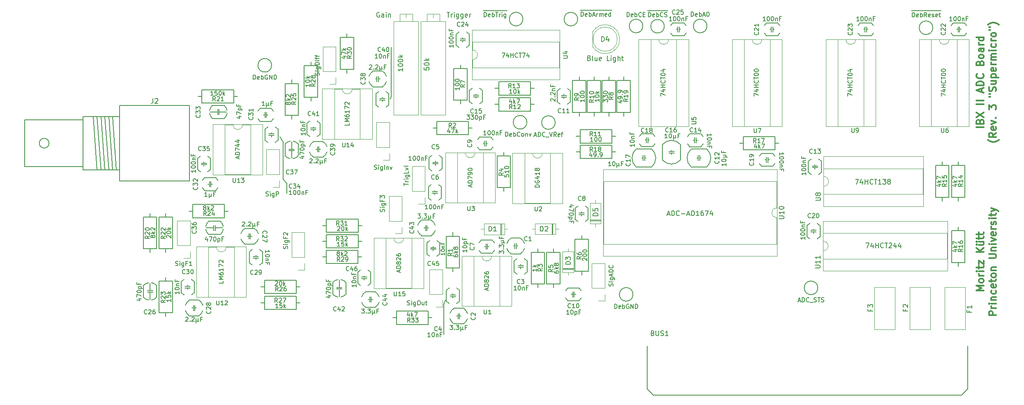
<source format=gto>
G04 #@! TF.GenerationSoftware,KiCad,Pcbnew,5.0.2-bee76a0~70~ubuntu18.04.1*
G04 #@! TF.CreationDate,2019-01-08T23:51:52-05:00*
G04 #@! TF.ProjectId,adcboard,61646362-6f61-4726-942e-6b696361645f,rev?*
G04 #@! TF.SameCoordinates,Original*
G04 #@! TF.FileFunction,Legend,Top*
G04 #@! TF.FilePolarity,Positive*
%FSLAX46Y46*%
G04 Gerber Fmt 4.6, Leading zero omitted, Abs format (unit mm)*
G04 Created by KiCad (PCBNEW 5.0.2-bee76a0~70~ubuntu18.04.1) date Tue 08 Jan 2019 11:51:52 PM EST*
%MOMM*%
%LPD*%
G01*
G04 APERTURE LIST*
%ADD10C,0.200000*%
%ADD11C,0.300000*%
%ADD12C,0.120000*%
%ADD13C,0.150000*%
%ADD14C,0.127000*%
%ADD15C,0.152400*%
%ADD16C,0.142240*%
G04 APERTURE END LIST*
D10*
X142900400Y-89611200D02*
X142900400Y-79451200D01*
X142697200Y-90119200D02*
X142900400Y-89611200D01*
X120599200Y-99009200D02*
X119938800Y-97942400D01*
X120599200Y-106680000D02*
X120599200Y-99009200D01*
X121412000Y-107594400D02*
X120599200Y-106680000D01*
X121412000Y-109626400D02*
X121412000Y-107594400D01*
X153733500Y-132524500D02*
X153720800Y-138734800D01*
X154051000Y-131572000D02*
X153733500Y-132524500D01*
D11*
X264985971Y-129667057D02*
X263485971Y-129667057D01*
X264557400Y-129167057D01*
X263485971Y-128667057D01*
X264985971Y-128667057D01*
X264985971Y-127738485D02*
X264914542Y-127881342D01*
X264843114Y-127952771D01*
X264700257Y-128024200D01*
X264271685Y-128024200D01*
X264128828Y-127952771D01*
X264057400Y-127881342D01*
X263985971Y-127738485D01*
X263985971Y-127524200D01*
X264057400Y-127381342D01*
X264128828Y-127309914D01*
X264271685Y-127238485D01*
X264700257Y-127238485D01*
X264843114Y-127309914D01*
X264914542Y-127381342D01*
X264985971Y-127524200D01*
X264985971Y-127738485D01*
X264985971Y-126595628D02*
X263985971Y-126595628D01*
X264271685Y-126595628D02*
X264128828Y-126524200D01*
X264057400Y-126452771D01*
X263985971Y-126309914D01*
X263985971Y-126167057D01*
X264985971Y-125667057D02*
X263985971Y-125667057D01*
X263485971Y-125667057D02*
X263557400Y-125738485D01*
X263628828Y-125667057D01*
X263557400Y-125595628D01*
X263485971Y-125667057D01*
X263628828Y-125667057D01*
X263985971Y-125167057D02*
X263985971Y-124595628D01*
X263485971Y-124952771D02*
X264771685Y-124952771D01*
X264914542Y-124881342D01*
X264985971Y-124738485D01*
X264985971Y-124595628D01*
X263985971Y-124238485D02*
X263985971Y-123452771D01*
X264985971Y-124238485D01*
X264985971Y-123452771D01*
X264985971Y-121738485D02*
X263485971Y-121738485D01*
X264985971Y-120881342D02*
X264128828Y-121524200D01*
X263485971Y-120881342D02*
X264343114Y-121738485D01*
X263985971Y-119595628D02*
X264985971Y-119595628D01*
X263985971Y-120238485D02*
X264771685Y-120238485D01*
X264914542Y-120167057D01*
X264985971Y-120024200D01*
X264985971Y-119809914D01*
X264914542Y-119667057D01*
X264843114Y-119595628D01*
X263485971Y-120167057D02*
X263557400Y-120095628D01*
X263628828Y-120167057D01*
X263557400Y-120238485D01*
X263485971Y-120167057D01*
X263628828Y-120167057D01*
X263485971Y-119595628D02*
X263557400Y-119524200D01*
X263628828Y-119595628D01*
X263557400Y-119667057D01*
X263485971Y-119595628D01*
X263628828Y-119595628D01*
X263985971Y-119095628D02*
X263985971Y-118524200D01*
X263485971Y-118881342D02*
X264771685Y-118881342D01*
X264914542Y-118809914D01*
X264985971Y-118667057D01*
X264985971Y-118524200D01*
X263985971Y-118238485D02*
X263985971Y-117667057D01*
X263485971Y-118024200D02*
X264771685Y-118024200D01*
X264914542Y-117952771D01*
X264985971Y-117809914D01*
X264985971Y-117667057D01*
X267535971Y-134774200D02*
X266035971Y-134774200D01*
X266035971Y-134202771D01*
X266107400Y-134059914D01*
X266178828Y-133988485D01*
X266321685Y-133917057D01*
X266535971Y-133917057D01*
X266678828Y-133988485D01*
X266750257Y-134059914D01*
X266821685Y-134202771D01*
X266821685Y-134774200D01*
X267535971Y-133274200D02*
X266535971Y-133274200D01*
X266821685Y-133274200D02*
X266678828Y-133202771D01*
X266607400Y-133131342D01*
X266535971Y-132988485D01*
X266535971Y-132845628D01*
X267535971Y-132345628D02*
X266535971Y-132345628D01*
X266035971Y-132345628D02*
X266107400Y-132417057D01*
X266178828Y-132345628D01*
X266107400Y-132274200D01*
X266035971Y-132345628D01*
X266178828Y-132345628D01*
X266535971Y-131631342D02*
X267535971Y-131631342D01*
X266678828Y-131631342D02*
X266607400Y-131559914D01*
X266535971Y-131417057D01*
X266535971Y-131202771D01*
X266607400Y-131059914D01*
X266750257Y-130988485D01*
X267535971Y-130988485D01*
X267464542Y-129631342D02*
X267535971Y-129774200D01*
X267535971Y-130059914D01*
X267464542Y-130202771D01*
X267393114Y-130274200D01*
X267250257Y-130345628D01*
X266821685Y-130345628D01*
X266678828Y-130274200D01*
X266607400Y-130202771D01*
X266535971Y-130059914D01*
X266535971Y-129774200D01*
X266607400Y-129631342D01*
X267464542Y-128417057D02*
X267535971Y-128559914D01*
X267535971Y-128845628D01*
X267464542Y-128988485D01*
X267321685Y-129059914D01*
X266750257Y-129059914D01*
X266607400Y-128988485D01*
X266535971Y-128845628D01*
X266535971Y-128559914D01*
X266607400Y-128417057D01*
X266750257Y-128345628D01*
X266893114Y-128345628D01*
X267035971Y-129059914D01*
X266535971Y-127917057D02*
X266535971Y-127345628D01*
X266035971Y-127702771D02*
X267321685Y-127702771D01*
X267464542Y-127631342D01*
X267535971Y-127488485D01*
X267535971Y-127345628D01*
X267535971Y-126631342D02*
X267464542Y-126774200D01*
X267393114Y-126845628D01*
X267250257Y-126917057D01*
X266821685Y-126917057D01*
X266678828Y-126845628D01*
X266607400Y-126774200D01*
X266535971Y-126631342D01*
X266535971Y-126417057D01*
X266607400Y-126274200D01*
X266678828Y-126202771D01*
X266821685Y-126131342D01*
X267250257Y-126131342D01*
X267393114Y-126202771D01*
X267464542Y-126274200D01*
X267535971Y-126417057D01*
X267535971Y-126631342D01*
X266535971Y-125488485D02*
X267535971Y-125488485D01*
X266678828Y-125488485D02*
X266607400Y-125417057D01*
X266535971Y-125274200D01*
X266535971Y-125059914D01*
X266607400Y-124917057D01*
X266750257Y-124845628D01*
X267535971Y-124845628D01*
X266035971Y-122988485D02*
X267250257Y-122988485D01*
X267393114Y-122917057D01*
X267464542Y-122845628D01*
X267535971Y-122702771D01*
X267535971Y-122417057D01*
X267464542Y-122274200D01*
X267393114Y-122202771D01*
X267250257Y-122131342D01*
X266035971Y-122131342D01*
X266535971Y-121417057D02*
X267535971Y-121417057D01*
X266678828Y-121417057D02*
X266607400Y-121345628D01*
X266535971Y-121202771D01*
X266535971Y-120988485D01*
X266607400Y-120845628D01*
X266750257Y-120774200D01*
X267535971Y-120774200D01*
X267535971Y-120059914D02*
X266535971Y-120059914D01*
X266035971Y-120059914D02*
X266107400Y-120131342D01*
X266178828Y-120059914D01*
X266107400Y-119988485D01*
X266035971Y-120059914D01*
X266178828Y-120059914D01*
X266535971Y-119488485D02*
X267535971Y-119131342D01*
X266535971Y-118774200D01*
X267464542Y-117631342D02*
X267535971Y-117774200D01*
X267535971Y-118059914D01*
X267464542Y-118202771D01*
X267321685Y-118274200D01*
X266750257Y-118274200D01*
X266607400Y-118202771D01*
X266535971Y-118059914D01*
X266535971Y-117774200D01*
X266607400Y-117631342D01*
X266750257Y-117559914D01*
X266893114Y-117559914D01*
X267035971Y-118274200D01*
X267535971Y-116917057D02*
X266535971Y-116917057D01*
X266821685Y-116917057D02*
X266678828Y-116845628D01*
X266607400Y-116774200D01*
X266535971Y-116631342D01*
X266535971Y-116488485D01*
X267464542Y-116059914D02*
X267535971Y-115917057D01*
X267535971Y-115631342D01*
X267464542Y-115488485D01*
X267321685Y-115417057D01*
X267250257Y-115417057D01*
X267107400Y-115488485D01*
X267035971Y-115631342D01*
X267035971Y-115845628D01*
X266964542Y-115988485D01*
X266821685Y-116059914D01*
X266750257Y-116059914D01*
X266607400Y-115988485D01*
X266535971Y-115845628D01*
X266535971Y-115631342D01*
X266607400Y-115488485D01*
X267535971Y-114774200D02*
X266535971Y-114774200D01*
X266035971Y-114774200D02*
X266107400Y-114845628D01*
X266178828Y-114774200D01*
X266107400Y-114702771D01*
X266035971Y-114774200D01*
X266178828Y-114774200D01*
X266535971Y-114274200D02*
X266535971Y-113702771D01*
X266035971Y-114059914D02*
X267321685Y-114059914D01*
X267464542Y-113988485D01*
X267535971Y-113845628D01*
X267535971Y-113702771D01*
X266535971Y-113345628D02*
X267535971Y-112988485D01*
X266535971Y-112631342D02*
X267535971Y-112988485D01*
X267893114Y-113131342D01*
X267964542Y-113202771D01*
X268035971Y-113345628D01*
X264985971Y-95975914D02*
X263485971Y-95975914D01*
X264200257Y-94761628D02*
X264271685Y-94547342D01*
X264343114Y-94475914D01*
X264485971Y-94404485D01*
X264700257Y-94404485D01*
X264843114Y-94475914D01*
X264914542Y-94547342D01*
X264985971Y-94690200D01*
X264985971Y-95261628D01*
X263485971Y-95261628D01*
X263485971Y-94761628D01*
X263557400Y-94618771D01*
X263628828Y-94547342D01*
X263771685Y-94475914D01*
X263914542Y-94475914D01*
X264057400Y-94547342D01*
X264128828Y-94618771D01*
X264200257Y-94761628D01*
X264200257Y-95261628D01*
X263485971Y-93904485D02*
X264985971Y-92904485D01*
X263485971Y-92904485D02*
X264985971Y-93904485D01*
X264985971Y-91190200D02*
X263485971Y-91190200D01*
X264985971Y-90475914D02*
X263485971Y-90475914D01*
X264557400Y-88690200D02*
X264557400Y-87975914D01*
X264985971Y-88833057D02*
X263485971Y-88333057D01*
X264985971Y-87833057D01*
X264985971Y-87333057D02*
X263485971Y-87333057D01*
X263485971Y-86975914D01*
X263557400Y-86761628D01*
X263700257Y-86618771D01*
X263843114Y-86547342D01*
X264128828Y-86475914D01*
X264343114Y-86475914D01*
X264628828Y-86547342D01*
X264771685Y-86618771D01*
X264914542Y-86761628D01*
X264985971Y-86975914D01*
X264985971Y-87333057D01*
X264843114Y-84975914D02*
X264914542Y-85047342D01*
X264985971Y-85261628D01*
X264985971Y-85404485D01*
X264914542Y-85618771D01*
X264771685Y-85761628D01*
X264628828Y-85833057D01*
X264343114Y-85904485D01*
X264128828Y-85904485D01*
X263843114Y-85833057D01*
X263700257Y-85761628D01*
X263557400Y-85618771D01*
X263485971Y-85404485D01*
X263485971Y-85261628D01*
X263557400Y-85047342D01*
X263628828Y-84975914D01*
X264200257Y-82690200D02*
X264271685Y-82475914D01*
X264343114Y-82404485D01*
X264485971Y-82333057D01*
X264700257Y-82333057D01*
X264843114Y-82404485D01*
X264914542Y-82475914D01*
X264985971Y-82618771D01*
X264985971Y-83190200D01*
X263485971Y-83190200D01*
X263485971Y-82690200D01*
X263557400Y-82547342D01*
X263628828Y-82475914D01*
X263771685Y-82404485D01*
X263914542Y-82404485D01*
X264057400Y-82475914D01*
X264128828Y-82547342D01*
X264200257Y-82690200D01*
X264200257Y-83190200D01*
X264985971Y-81475914D02*
X264914542Y-81618771D01*
X264843114Y-81690200D01*
X264700257Y-81761628D01*
X264271685Y-81761628D01*
X264128828Y-81690200D01*
X264057400Y-81618771D01*
X263985971Y-81475914D01*
X263985971Y-81261628D01*
X264057400Y-81118771D01*
X264128828Y-81047342D01*
X264271685Y-80975914D01*
X264700257Y-80975914D01*
X264843114Y-81047342D01*
X264914542Y-81118771D01*
X264985971Y-81261628D01*
X264985971Y-81475914D01*
X264985971Y-79690200D02*
X264200257Y-79690200D01*
X264057400Y-79761628D01*
X263985971Y-79904485D01*
X263985971Y-80190200D01*
X264057400Y-80333057D01*
X264914542Y-79690200D02*
X264985971Y-79833057D01*
X264985971Y-80190200D01*
X264914542Y-80333057D01*
X264771685Y-80404485D01*
X264628828Y-80404485D01*
X264485971Y-80333057D01*
X264414542Y-80190200D01*
X264414542Y-79833057D01*
X264343114Y-79690200D01*
X264985971Y-78975914D02*
X263985971Y-78975914D01*
X264271685Y-78975914D02*
X264128828Y-78904485D01*
X264057400Y-78833057D01*
X263985971Y-78690200D01*
X263985971Y-78547342D01*
X264985971Y-77404485D02*
X263485971Y-77404485D01*
X264914542Y-77404485D02*
X264985971Y-77547342D01*
X264985971Y-77833057D01*
X264914542Y-77975914D01*
X264843114Y-78047342D01*
X264700257Y-78118771D01*
X264271685Y-78118771D01*
X264128828Y-78047342D01*
X264057400Y-77975914D01*
X263985971Y-77833057D01*
X263985971Y-77547342D01*
X264057400Y-77404485D01*
X268107400Y-98547342D02*
X268035971Y-98618771D01*
X267821685Y-98761628D01*
X267678828Y-98833057D01*
X267464542Y-98904485D01*
X267107400Y-98975914D01*
X266821685Y-98975914D01*
X266464542Y-98904485D01*
X266250257Y-98833057D01*
X266107400Y-98761628D01*
X265893114Y-98618771D01*
X265821685Y-98547342D01*
X267535971Y-97118771D02*
X266821685Y-97618771D01*
X267535971Y-97975914D02*
X266035971Y-97975914D01*
X266035971Y-97404485D01*
X266107400Y-97261628D01*
X266178828Y-97190200D01*
X266321685Y-97118771D01*
X266535971Y-97118771D01*
X266678828Y-97190200D01*
X266750257Y-97261628D01*
X266821685Y-97404485D01*
X266821685Y-97975914D01*
X267464542Y-95904485D02*
X267535971Y-96047342D01*
X267535971Y-96333057D01*
X267464542Y-96475914D01*
X267321685Y-96547342D01*
X266750257Y-96547342D01*
X266607400Y-96475914D01*
X266535971Y-96333057D01*
X266535971Y-96047342D01*
X266607400Y-95904485D01*
X266750257Y-95833057D01*
X266893114Y-95833057D01*
X267035971Y-96547342D01*
X266535971Y-95333057D02*
X267535971Y-94975914D01*
X266535971Y-94618771D01*
X267393114Y-94047342D02*
X267464542Y-93975914D01*
X267535971Y-94047342D01*
X267464542Y-94118771D01*
X267393114Y-94047342D01*
X267535971Y-94047342D01*
X266035971Y-92333057D02*
X266035971Y-91404485D01*
X266607400Y-91904485D01*
X266607400Y-91690200D01*
X266678828Y-91547342D01*
X266750257Y-91475914D01*
X266893114Y-91404485D01*
X267250257Y-91404485D01*
X267393114Y-91475914D01*
X267464542Y-91547342D01*
X267535971Y-91690200D01*
X267535971Y-92118771D01*
X267464542Y-92261628D01*
X267393114Y-92333057D01*
X266035971Y-89690200D02*
X266321685Y-89690200D01*
X266035971Y-89118771D02*
X266321685Y-89118771D01*
X267464542Y-88547342D02*
X267535971Y-88333057D01*
X267535971Y-87975914D01*
X267464542Y-87833057D01*
X267393114Y-87761628D01*
X267250257Y-87690200D01*
X267107400Y-87690200D01*
X266964542Y-87761628D01*
X266893114Y-87833057D01*
X266821685Y-87975914D01*
X266750257Y-88261628D01*
X266678828Y-88404485D01*
X266607400Y-88475914D01*
X266464542Y-88547342D01*
X266321685Y-88547342D01*
X266178828Y-88475914D01*
X266107400Y-88404485D01*
X266035971Y-88261628D01*
X266035971Y-87904485D01*
X266107400Y-87690200D01*
X266535971Y-86404485D02*
X267535971Y-86404485D01*
X266535971Y-87047342D02*
X267321685Y-87047342D01*
X267464542Y-86975914D01*
X267535971Y-86833057D01*
X267535971Y-86618771D01*
X267464542Y-86475914D01*
X267393114Y-86404485D01*
X266535971Y-85690200D02*
X268035971Y-85690200D01*
X266607400Y-85690200D02*
X266535971Y-85547342D01*
X266535971Y-85261628D01*
X266607400Y-85118771D01*
X266678828Y-85047342D01*
X266821685Y-84975914D01*
X267250257Y-84975914D01*
X267393114Y-85047342D01*
X267464542Y-85118771D01*
X267535971Y-85261628D01*
X267535971Y-85547342D01*
X267464542Y-85690200D01*
X267464542Y-83761628D02*
X267535971Y-83904485D01*
X267535971Y-84190200D01*
X267464542Y-84333057D01*
X267321685Y-84404485D01*
X266750257Y-84404485D01*
X266607400Y-84333057D01*
X266535971Y-84190200D01*
X266535971Y-83904485D01*
X266607400Y-83761628D01*
X266750257Y-83690200D01*
X266893114Y-83690200D01*
X267035971Y-84404485D01*
X267535971Y-83047342D02*
X266535971Y-83047342D01*
X266821685Y-83047342D02*
X266678828Y-82975914D01*
X266607400Y-82904485D01*
X266535971Y-82761628D01*
X266535971Y-82618771D01*
X267535971Y-82118771D02*
X266535971Y-82118771D01*
X266678828Y-82118771D02*
X266607400Y-82047342D01*
X266535971Y-81904485D01*
X266535971Y-81690200D01*
X266607400Y-81547342D01*
X266750257Y-81475914D01*
X267535971Y-81475914D01*
X266750257Y-81475914D02*
X266607400Y-81404485D01*
X266535971Y-81261628D01*
X266535971Y-81047342D01*
X266607400Y-80904485D01*
X266750257Y-80833057D01*
X267535971Y-80833057D01*
X267535971Y-80118771D02*
X266535971Y-80118771D01*
X266035971Y-80118771D02*
X266107400Y-80190200D01*
X266178828Y-80118771D01*
X266107400Y-80047342D01*
X266035971Y-80118771D01*
X266178828Y-80118771D01*
X267464542Y-78761628D02*
X267535971Y-78904485D01*
X267535971Y-79190200D01*
X267464542Y-79333057D01*
X267393114Y-79404485D01*
X267250257Y-79475914D01*
X266821685Y-79475914D01*
X266678828Y-79404485D01*
X266607400Y-79333057D01*
X266535971Y-79190200D01*
X266535971Y-78904485D01*
X266607400Y-78761628D01*
X267535971Y-78118771D02*
X266535971Y-78118771D01*
X266821685Y-78118771D02*
X266678828Y-78047342D01*
X266607400Y-77975914D01*
X266535971Y-77833057D01*
X266535971Y-77690200D01*
X267535971Y-76975914D02*
X267464542Y-77118771D01*
X267393114Y-77190200D01*
X267250257Y-77261628D01*
X266821685Y-77261628D01*
X266678828Y-77190200D01*
X266607400Y-77118771D01*
X266535971Y-76975914D01*
X266535971Y-76761628D01*
X266607400Y-76618771D01*
X266678828Y-76547342D01*
X266821685Y-76475914D01*
X267250257Y-76475914D01*
X267393114Y-76547342D01*
X267464542Y-76618771D01*
X267535971Y-76761628D01*
X267535971Y-76975914D01*
X266035971Y-75904485D02*
X266321685Y-75904485D01*
X266035971Y-75333057D02*
X266321685Y-75333057D01*
X268107400Y-74833057D02*
X268035971Y-74761628D01*
X267821685Y-74618771D01*
X267678828Y-74547342D01*
X267464542Y-74475914D01*
X267107400Y-74404485D01*
X266821685Y-74404485D01*
X266464542Y-74475914D01*
X266250257Y-74547342D01*
X266107400Y-74618771D01*
X265893114Y-74761628D01*
X265821685Y-74833057D01*
D12*
G04 #@! TO.C,J1*
X153450600Y-133054400D02*
X152120600Y-133054400D01*
X153450600Y-131724400D02*
X153450600Y-133054400D01*
X153450600Y-130454400D02*
X150790600Y-130454400D01*
X150790600Y-130454400D02*
X150790600Y-125314400D01*
X153450600Y-130454400D02*
X153450600Y-125314400D01*
X153450600Y-125314400D02*
X150790600Y-125314400D01*
G04 #@! TO.C,J3*
X149843800Y-111769200D02*
X148513800Y-111769200D01*
X149843800Y-110439200D02*
X149843800Y-111769200D01*
X149843800Y-109169200D02*
X147183800Y-109169200D01*
X147183800Y-109169200D02*
X147183800Y-104029200D01*
X149843800Y-109169200D02*
X149843800Y-104029200D01*
X149843800Y-104029200D02*
X147183800Y-104029200D01*
G04 #@! TO.C,J10*
X142528600Y-102726800D02*
X141198600Y-102726800D01*
X142528600Y-101396800D02*
X142528600Y-102726800D01*
X142528600Y-100126800D02*
X139868600Y-100126800D01*
X139868600Y-100126800D02*
X139868600Y-94986800D01*
X142528600Y-100126800D02*
X142528600Y-94986800D01*
X142528600Y-94986800D02*
X139868600Y-94986800D01*
G04 #@! TO.C,J8*
X131479600Y-87080400D02*
X130149600Y-87080400D01*
X131479600Y-85750400D02*
X131479600Y-87080400D01*
X131479600Y-84480400D02*
X128819600Y-84480400D01*
X128819600Y-84480400D02*
X128819600Y-79340400D01*
X131479600Y-84480400D02*
X131479600Y-79340400D01*
X131479600Y-79340400D02*
X128819600Y-79340400D01*
G04 #@! TO.C,J6*
X119821000Y-108314800D02*
X118491000Y-108314800D01*
X119821000Y-106984800D02*
X119821000Y-108314800D01*
X119821000Y-105714800D02*
X117161000Y-105714800D01*
X117161000Y-105714800D02*
X117161000Y-100574800D01*
X119821000Y-105714800D02*
X119821000Y-100574800D01*
X119821000Y-100574800D02*
X117161000Y-100574800D01*
G04 #@! TO.C,J5*
X101456800Y-122970600D02*
X100126800Y-122970600D01*
X101456800Y-121640600D02*
X101456800Y-122970600D01*
X101456800Y-120370600D02*
X98796800Y-120370600D01*
X98796800Y-120370600D02*
X98796800Y-115230600D01*
X101456800Y-120370600D02*
X101456800Y-115230600D01*
X101456800Y-115230600D02*
X98796800Y-115230600D01*
G04 #@! TO.C,J7*
X125028000Y-125383600D02*
X123698000Y-125383600D01*
X125028000Y-124053600D02*
X125028000Y-125383600D01*
X125028000Y-122783600D02*
X122368000Y-122783600D01*
X122368000Y-122783600D02*
X122368000Y-117643600D01*
X125028000Y-122783600D02*
X125028000Y-117643600D01*
X125028000Y-117643600D02*
X122368000Y-117643600D01*
G04 #@! TO.C,J9*
X145094000Y-117916000D02*
X143764000Y-117916000D01*
X145094000Y-116586000D02*
X145094000Y-117916000D01*
X145094000Y-115316000D02*
X142434000Y-115316000D01*
X142434000Y-115316000D02*
X142434000Y-110176000D01*
X145094000Y-115316000D02*
X145094000Y-110176000D01*
X145094000Y-110176000D02*
X142434000Y-110176000D01*
G04 #@! TO.C,J4*
X186877000Y-131784400D02*
X185547000Y-131784400D01*
X186877000Y-130454400D02*
X186877000Y-131784400D01*
X186877000Y-129184400D02*
X184217000Y-129184400D01*
X184217000Y-129184400D02*
X184217000Y-124044400D01*
X186877000Y-129184400D02*
X186877000Y-124044400D01*
X186877000Y-124044400D02*
X184217000Y-124044400D01*
D13*
G04 #@! TO.C,TP6*
X207952800Y-75082400D02*
G75*
G03X207952800Y-75082400I-1400000J0D01*
G01*
G04 #@! TO.C,TP7*
X194744800Y-75082400D02*
G75*
G03X194744800Y-75082400I-1400000J0D01*
G01*
G04 #@! TO.C,TP8*
X199164400Y-75133200D02*
G75*
G03X199164400Y-75133200I-1400000J0D01*
G01*
G04 #@! TO.C,TP4*
X176685400Y-94996000D02*
G75*
G03X176685400Y-94996000I-1400000J0D01*
G01*
G04 #@! TO.C,TP11*
X230787400Y-129108200D02*
G75*
G03X230787400Y-129108200I-1400000J0D01*
G01*
G04 #@! TO.C,TP1*
X170030600Y-73660000D02*
G75*
G03X170030600Y-73660000I-1400000J0D01*
G01*
G04 #@! TO.C,TP2*
X181308200Y-73660000D02*
G75*
G03X181308200Y-73660000I-1400000J0D01*
G01*
G04 #@! TO.C,TP3*
X254485600Y-75438000D02*
G75*
G03X254485600Y-75438000I-1400000J0D01*
G01*
G04 #@! TO.C,TP5*
X170843400Y-94945200D02*
G75*
G03X170843400Y-94945200I-1400000J0D01*
G01*
G04 #@! TO.C,TP9*
X118240000Y-83185000D02*
G75*
G03X118240000Y-83185000I-1400000J0D01*
G01*
G04 #@! TO.C,TP10*
X192712800Y-130454400D02*
G75*
G03X192712800Y-130454400I-1400000J0D01*
G01*
G04 #@! TO.C,BUS1*
X261677400Y-141055200D02*
X261677400Y-149945200D01*
X195637400Y-149945200D02*
X195637400Y-141055200D01*
X196907400Y-151215200D02*
X195637400Y-149945200D01*
X260407400Y-151215200D02*
X196907400Y-151215200D01*
X261677400Y-149945200D02*
X260407400Y-151215200D01*
G04 #@! TO.C,C42*
X130857000Y-130389000D02*
X130857000Y-128009000D01*
X132207000Y-128949000D02*
X132207000Y-127499000D01*
X132757000Y-129049000D02*
X132207000Y-129049000D01*
X132207000Y-129049000D02*
X131657000Y-129049000D01*
X132757000Y-129349000D02*
X132207000Y-129349000D01*
X132207000Y-129349000D02*
X131657000Y-129349000D01*
X132207000Y-130899000D02*
X132207000Y-129449000D01*
X133562309Y-127977060D02*
G75*
G03X132507000Y-127399000I-1355310J-1221940D01*
G01*
X133562309Y-130420940D02*
G75*
G02X132507000Y-130999000I-1355309J1221940D01*
G01*
X133557000Y-130389000D02*
X133557000Y-128009000D01*
X130851691Y-130420940D02*
G75*
G03X131907000Y-130999000I1355309J1221940D01*
G01*
X130851691Y-127977060D02*
G75*
G02X131907000Y-127399000I1355309J-1221940D01*
G01*
G04 #@! TO.C,C33*
X106085000Y-91461600D02*
X108465000Y-91461600D01*
X107525000Y-92811600D02*
X108975000Y-92811600D01*
X107425000Y-93361600D02*
X107425000Y-92811600D01*
X107425000Y-92811600D02*
X107425000Y-92261600D01*
X107125000Y-93361600D02*
X107125000Y-92811600D01*
X107125000Y-92811600D02*
X107125000Y-92261600D01*
X105575000Y-92811600D02*
X107025000Y-92811600D01*
X108496940Y-94166909D02*
G75*
G03X109075000Y-93111600I-1221940J1355310D01*
G01*
X106053060Y-94166909D02*
G75*
G02X105475000Y-93111600I1221940J1355309D01*
G01*
X106085000Y-94161600D02*
X108465000Y-94161600D01*
X106053060Y-91456291D02*
G75*
G03X105475000Y-92511600I1221940J-1355309D01*
G01*
X108496940Y-91456291D02*
G75*
G02X109075000Y-92511600I-1221940J-1355309D01*
G01*
G04 #@! TO.C,C37*
X123727200Y-99455600D02*
X123727200Y-101835600D01*
X122377200Y-100895600D02*
X122377200Y-102345600D01*
X121827200Y-100795600D02*
X122377200Y-100795600D01*
X122377200Y-100795600D02*
X122927200Y-100795600D01*
X121827200Y-100495600D02*
X122377200Y-100495600D01*
X122377200Y-100495600D02*
X122927200Y-100495600D01*
X122377200Y-98945600D02*
X122377200Y-100395600D01*
X121021891Y-101867540D02*
G75*
G03X122077200Y-102445600I1355310J1221940D01*
G01*
X121021891Y-99423660D02*
G75*
G02X122077200Y-98845600I1355309J-1221940D01*
G01*
X121027200Y-99455600D02*
X121027200Y-101835600D01*
X123732509Y-99423660D02*
G75*
G03X122677200Y-98845600I-1355309J-1221940D01*
G01*
X123732509Y-101867540D02*
G75*
G02X122677200Y-102445600I-1355309J1221940D01*
G01*
G04 #@! TO.C,C26*
X91842600Y-131024000D02*
X91842600Y-128644000D01*
X93192600Y-129584000D02*
X93192600Y-128134000D01*
X93742600Y-129684000D02*
X93192600Y-129684000D01*
X93192600Y-129684000D02*
X92642600Y-129684000D01*
X93742600Y-129984000D02*
X93192600Y-129984000D01*
X93192600Y-129984000D02*
X92642600Y-129984000D01*
X93192600Y-131534000D02*
X93192600Y-130084000D01*
X94547909Y-128612060D02*
G75*
G03X93492600Y-128034000I-1355310J-1221940D01*
G01*
X94547909Y-131055940D02*
G75*
G02X93492600Y-131634000I-1355309J1221940D01*
G01*
X94542600Y-131024000D02*
X94542600Y-128644000D01*
X91837291Y-131055940D02*
G75*
G03X92892600Y-131634000I1355309J1221940D01*
G01*
X91837291Y-128612060D02*
G75*
G02X92892600Y-128034000I1355309J-1221940D01*
G01*
G04 #@! TO.C,C36*
X105297600Y-115388400D02*
X107677600Y-115388400D01*
X106737600Y-116738400D02*
X108187600Y-116738400D01*
X106637600Y-117288400D02*
X106637600Y-116738400D01*
X106637600Y-116738400D02*
X106637600Y-116188400D01*
X106337600Y-117288400D02*
X106337600Y-116738400D01*
X106337600Y-116738400D02*
X106337600Y-116188400D01*
X104787600Y-116738400D02*
X106237600Y-116738400D01*
X107709540Y-118093709D02*
G75*
G03X108287600Y-117038400I-1221940J1355310D01*
G01*
X105265660Y-118093709D02*
G75*
G02X104687600Y-117038400I1221940J1355309D01*
G01*
X105297600Y-118088400D02*
X107677600Y-118088400D01*
X105265660Y-115383091D02*
G75*
G03X104687600Y-116438400I1221940J-1355309D01*
G01*
X107709540Y-115383091D02*
G75*
G02X108287600Y-116438400I-1221940J-1355309D01*
G01*
G04 #@! TO.C,C1*
X168784400Y-120472200D02*
X168984400Y-120472200D01*
X168684400Y-121022200D02*
X168684400Y-120472200D01*
X168684400Y-120472200D02*
X168684400Y-119922200D01*
X168384400Y-121022200D02*
X168384400Y-120472200D01*
X168384400Y-120472200D02*
X168384400Y-119922200D01*
X168084400Y-120472200D02*
X168284400Y-120472200D01*
X169509663Y-122081970D02*
G75*
G03X170334400Y-121022200I-975263J1609771D01*
G01*
X167559136Y-122081970D02*
G75*
G02X166734400Y-121022200I975264J1609770D01*
G01*
X167559136Y-118862430D02*
G75*
G03X166734400Y-119922200I975264J-1609770D01*
G01*
X169509664Y-118862430D02*
G75*
G02X170334400Y-119922200I-975264J-1609770D01*
G01*
X167574400Y-122092200D02*
X169494400Y-122092200D01*
X167574400Y-118852200D02*
X169494400Y-118852200D01*
G04 #@! TO.C,C2*
X156549600Y-134924800D02*
X156349600Y-134924800D01*
X156649600Y-134374800D02*
X156649600Y-134924800D01*
X156649600Y-134924800D02*
X156649600Y-135474800D01*
X156949600Y-134374800D02*
X156949600Y-134924800D01*
X156949600Y-134924800D02*
X156949600Y-135474800D01*
X157249600Y-134924800D02*
X157049600Y-134924800D01*
X155824337Y-133315030D02*
G75*
G03X154999600Y-134374800I975263J-1609771D01*
G01*
X157774864Y-133315030D02*
G75*
G02X158599600Y-134374800I-975264J-1609770D01*
G01*
X157774864Y-136534570D02*
G75*
G03X158599600Y-135474800I-975264J1609770D01*
G01*
X155824336Y-136534570D02*
G75*
G02X154999600Y-135474800I975264J1609770D01*
G01*
X157759600Y-133304800D02*
X155839600Y-133304800D01*
X157759600Y-136544800D02*
X155839600Y-136544800D01*
G04 #@! TO.C,C38*
X140361800Y-86004400D02*
X140561800Y-86004400D01*
X140261800Y-86554400D02*
X140261800Y-86004400D01*
X140261800Y-86004400D02*
X140261800Y-85454400D01*
X139961800Y-86554400D02*
X139961800Y-86004400D01*
X139961800Y-86004400D02*
X139961800Y-85454400D01*
X139661800Y-86004400D02*
X139861800Y-86004400D01*
X141087063Y-87614170D02*
G75*
G03X141911800Y-86554400I-975263J1609771D01*
G01*
X139136536Y-87614170D02*
G75*
G02X138311800Y-86554400I975264J1609770D01*
G01*
X139136536Y-84394630D02*
G75*
G03X138311800Y-85454400I975264J-1609770D01*
G01*
X141087064Y-84394630D02*
G75*
G02X141911800Y-85454400I-975264J-1609770D01*
G01*
X139151800Y-87624400D02*
X141071800Y-87624400D01*
X139151800Y-84384400D02*
X141071800Y-84384400D01*
G04 #@! TO.C,C39*
X127608200Y-100533200D02*
X127408200Y-100533200D01*
X127708200Y-99983200D02*
X127708200Y-100533200D01*
X127708200Y-100533200D02*
X127708200Y-101083200D01*
X128008200Y-99983200D02*
X128008200Y-100533200D01*
X128008200Y-100533200D02*
X128008200Y-101083200D01*
X128308200Y-100533200D02*
X128108200Y-100533200D01*
X126882937Y-98923430D02*
G75*
G03X126058200Y-99983200I975263J-1609771D01*
G01*
X128833464Y-98923430D02*
G75*
G02X129658200Y-99983200I-975264J-1609770D01*
G01*
X128833464Y-102142970D02*
G75*
G03X129658200Y-101083200I-975264J1609770D01*
G01*
X126882936Y-102142970D02*
G75*
G02X126058200Y-101083200I975264J1609770D01*
G01*
X128818200Y-98913200D02*
X126898200Y-98913200D01*
X128818200Y-102153200D02*
X126898200Y-102153200D01*
G04 #@! TO.C,C27*
X113971200Y-118465600D02*
X114171200Y-118465600D01*
X113871200Y-119015600D02*
X113871200Y-118465600D01*
X113871200Y-118465600D02*
X113871200Y-117915600D01*
X113571200Y-119015600D02*
X113571200Y-118465600D01*
X113571200Y-118465600D02*
X113571200Y-117915600D01*
X113271200Y-118465600D02*
X113471200Y-118465600D01*
X114696463Y-120075370D02*
G75*
G03X115521200Y-119015600I-975263J1609771D01*
G01*
X112745936Y-120075370D02*
G75*
G02X111921200Y-119015600I975264J1609770D01*
G01*
X112745936Y-116855830D02*
G75*
G03X111921200Y-117915600I975264J-1609770D01*
G01*
X114696464Y-116855830D02*
G75*
G02X115521200Y-117915600I-975264J-1609770D01*
G01*
X112761200Y-120085600D02*
X114681200Y-120085600D01*
X112761200Y-116845600D02*
X114681200Y-116845600D01*
G04 #@! TO.C,C43*
X150394800Y-116738400D02*
X150594800Y-116738400D01*
X150294800Y-117288400D02*
X150294800Y-116738400D01*
X150294800Y-116738400D02*
X150294800Y-116188400D01*
X149994800Y-117288400D02*
X149994800Y-116738400D01*
X149994800Y-116738400D02*
X149994800Y-116188400D01*
X149694800Y-116738400D02*
X149894800Y-116738400D01*
X151120063Y-118348170D02*
G75*
G03X151944800Y-117288400I-975263J1609771D01*
G01*
X149169536Y-118348170D02*
G75*
G02X148344800Y-117288400I975264J1609770D01*
G01*
X149169536Y-115128630D02*
G75*
G03X148344800Y-116188400I975264J-1609770D01*
G01*
X151120064Y-115128630D02*
G75*
G02X151944800Y-116188400I-975264J-1609770D01*
G01*
X149184800Y-118358400D02*
X151104800Y-118358400D01*
X149184800Y-115118400D02*
X151104800Y-115118400D01*
G04 #@! TO.C,C28*
X102030400Y-133248400D02*
X101830400Y-133248400D01*
X102130400Y-132698400D02*
X102130400Y-133248400D01*
X102130400Y-133248400D02*
X102130400Y-133798400D01*
X102430400Y-132698400D02*
X102430400Y-133248400D01*
X102430400Y-133248400D02*
X102430400Y-133798400D01*
X102730400Y-133248400D02*
X102530400Y-133248400D01*
X101305137Y-131638630D02*
G75*
G03X100480400Y-132698400I975263J-1609771D01*
G01*
X103255664Y-131638630D02*
G75*
G02X104080400Y-132698400I-975264J-1609770D01*
G01*
X103255664Y-134858170D02*
G75*
G03X104080400Y-133798400I-975264J1609770D01*
G01*
X101305136Y-134858170D02*
G75*
G02X100480400Y-133798400I975264J1609770D01*
G01*
X103240400Y-131628400D02*
X101320400Y-131628400D01*
X103240400Y-134868400D02*
X101320400Y-134868400D01*
G04 #@! TO.C,C44*
X138352400Y-131521200D02*
X138152400Y-131521200D01*
X138452400Y-130971200D02*
X138452400Y-131521200D01*
X138452400Y-131521200D02*
X138452400Y-132071200D01*
X138752400Y-130971200D02*
X138752400Y-131521200D01*
X138752400Y-131521200D02*
X138752400Y-132071200D01*
X139052400Y-131521200D02*
X138852400Y-131521200D01*
X137627137Y-129911430D02*
G75*
G03X136802400Y-130971200I975263J-1609771D01*
G01*
X139577664Y-129911430D02*
G75*
G02X140402400Y-130971200I-975264J-1609770D01*
G01*
X139577664Y-133130970D02*
G75*
G03X140402400Y-132071200I-975264J1609770D01*
G01*
X137627136Y-133130970D02*
G75*
G02X136802400Y-132071200I975264J1609770D01*
G01*
X139562400Y-129901200D02*
X137642400Y-129901200D01*
X139562400Y-133141200D02*
X137642400Y-133141200D01*
G04 #@! TO.C,C16*
X200634600Y-101372800D02*
X200634600Y-101572800D01*
X200084600Y-101272800D02*
X200634600Y-101272800D01*
X200634600Y-101272800D02*
X201184600Y-101272800D01*
X200084600Y-100972800D02*
X200634600Y-100972800D01*
X200634600Y-100972800D02*
X201184600Y-100972800D01*
X200634600Y-100672800D02*
X200634600Y-100872800D01*
X198766063Y-102707434D02*
G75*
G03X200634600Y-103572800I1868538J1584634D01*
G01*
X198766063Y-99538165D02*
G75*
G02X200634600Y-98672800I1868537J-1584635D01*
G01*
X202503137Y-99538165D02*
G75*
G03X200634600Y-98672800I-1868537J-1584635D01*
G01*
X202503137Y-102707435D02*
G75*
G02X200634600Y-103572800I-1868537J1584635D01*
G01*
X198764600Y-99542800D02*
X198764600Y-102702800D01*
X202504600Y-99542800D02*
X202504600Y-102702800D01*
G04 #@! TO.C,C12*
X206043400Y-102311200D02*
X205843400Y-102311200D01*
X206143400Y-101761200D02*
X206143400Y-102311200D01*
X206143400Y-102311200D02*
X206143400Y-102861200D01*
X206443400Y-101761200D02*
X206443400Y-102311200D01*
X206443400Y-102311200D02*
X206443400Y-102861200D01*
X206743400Y-102311200D02*
X206543400Y-102311200D01*
X204708766Y-100442663D02*
G75*
G03X203843400Y-102311200I1584634J-1868538D01*
G01*
X207878035Y-100442663D02*
G75*
G02X208743400Y-102311200I-1584635J-1868537D01*
G01*
X207878035Y-104179737D02*
G75*
G03X208743400Y-102311200I-1584635J1868537D01*
G01*
X204708765Y-104179737D02*
G75*
G02X203843400Y-102311200I1584635J1868537D01*
G01*
X207873400Y-100441200D02*
X204713400Y-100441200D01*
X207873400Y-104181200D02*
X204713400Y-104181200D01*
G04 #@! TO.C,C17*
X195200400Y-102311200D02*
X195400400Y-102311200D01*
X195100400Y-102861200D02*
X195100400Y-102311200D01*
X195100400Y-102311200D02*
X195100400Y-101761200D01*
X194800400Y-102861200D02*
X194800400Y-102311200D01*
X194800400Y-102311200D02*
X194800400Y-101761200D01*
X194500400Y-102311200D02*
X194700400Y-102311200D01*
X196535034Y-104179737D02*
G75*
G03X197400400Y-102311200I-1584634J1868538D01*
G01*
X193365765Y-104179737D02*
G75*
G02X192500400Y-102311200I1584635J1868537D01*
G01*
X193365765Y-100442663D02*
G75*
G03X192500400Y-102311200I1584635J-1868537D01*
G01*
X196535035Y-100442663D02*
G75*
G02X197400400Y-102311200I-1584635J-1868537D01*
G01*
X193370400Y-104181200D02*
X196530400Y-104181200D01*
X193370400Y-100441200D02*
X196530400Y-100441200D01*
G04 #@! TO.C,C32*
X105332400Y-107696000D02*
X105132400Y-107696000D01*
X105432400Y-107146000D02*
X105432400Y-107696000D01*
X105432400Y-107696000D02*
X105432400Y-108246000D01*
X105732400Y-107146000D02*
X105732400Y-107696000D01*
X105732400Y-107696000D02*
X105732400Y-108246000D01*
X106032400Y-107696000D02*
X105832400Y-107696000D01*
X104437483Y-106350021D02*
G75*
G03X103982401Y-106946000I1144917J-1345980D01*
G01*
X106739020Y-106360062D02*
G75*
G02X107182400Y-106946000I-1156620J-1335938D01*
G01*
X106739020Y-106360062D02*
X104439020Y-106360062D01*
X106739020Y-109031938D02*
G75*
G03X107182400Y-108446000I-1156620J1335938D01*
G01*
X104436522Y-109041161D02*
G75*
G02X103982401Y-108445999I1145878J1345161D01*
G01*
X106732400Y-109046000D02*
X104432400Y-109046000D01*
G04 #@! TO.C,C14*
X205792200Y-98653600D02*
X205992200Y-98653600D01*
X205692200Y-99203600D02*
X205692200Y-98653600D01*
X205692200Y-98653600D02*
X205692200Y-98103600D01*
X205392200Y-99203600D02*
X205392200Y-98653600D01*
X205392200Y-98653600D02*
X205392200Y-98103600D01*
X205092200Y-98653600D02*
X205292200Y-98653600D01*
X206687117Y-99999579D02*
G75*
G03X207142199Y-99403600I-1144917J1345980D01*
G01*
X204385580Y-99989538D02*
G75*
G02X203942200Y-99403600I1156620J1335938D01*
G01*
X204385580Y-99989538D02*
X206685580Y-99989538D01*
X204385580Y-97317662D02*
G75*
G03X203942200Y-97903600I1156620J-1335938D01*
G01*
X206688078Y-97308439D02*
G75*
G02X207142199Y-97903601I-1145878J-1345161D01*
G01*
X204392200Y-97303600D02*
X206692200Y-97303600D01*
G04 #@! TO.C,C20*
X229895400Y-117654200D02*
X229895400Y-117854200D01*
X229345400Y-117554200D02*
X229895400Y-117554200D01*
X229895400Y-117554200D02*
X230445400Y-117554200D01*
X229345400Y-117254200D02*
X229895400Y-117254200D01*
X229895400Y-117254200D02*
X230445400Y-117254200D01*
X229895400Y-116954200D02*
X229895400Y-117154200D01*
X228549421Y-118549117D02*
G75*
G03X229145400Y-119004199I1345980J1144917D01*
G01*
X228559462Y-116247580D02*
G75*
G02X229145400Y-115804200I1335938J-1156620D01*
G01*
X228559462Y-116247580D02*
X228559462Y-118547580D01*
X231231338Y-116247580D02*
G75*
G03X230645400Y-115804200I-1335938J-1156620D01*
G01*
X231240561Y-118550078D02*
G75*
G02X230645399Y-119004199I-1345161J1145878D01*
G01*
X231245400Y-116254200D02*
X231245400Y-118554200D01*
G04 #@! TO.C,C18*
X195375400Y-98628200D02*
X195175400Y-98628200D01*
X195475400Y-98078200D02*
X195475400Y-98628200D01*
X195475400Y-98628200D02*
X195475400Y-99178200D01*
X195775400Y-98078200D02*
X195775400Y-98628200D01*
X195775400Y-98628200D02*
X195775400Y-99178200D01*
X196075400Y-98628200D02*
X195875400Y-98628200D01*
X194480483Y-97282221D02*
G75*
G03X194025401Y-97878200I1144917J-1345980D01*
G01*
X196782020Y-97292262D02*
G75*
G02X197225400Y-97878200I-1156620J-1335938D01*
G01*
X196782020Y-97292262D02*
X194482020Y-97292262D01*
X196782020Y-99964138D02*
G75*
G03X197225400Y-99378200I-1156620J1335938D01*
G01*
X194479522Y-99973361D02*
G75*
G02X194025401Y-99378199I1145878J1345161D01*
G01*
X196775400Y-99978200D02*
X194475400Y-99978200D01*
G04 #@! TO.C,C24*
X157632400Y-78157200D02*
X157632400Y-78357200D01*
X157082400Y-78057200D02*
X157632400Y-78057200D01*
X157632400Y-78057200D02*
X158182400Y-78057200D01*
X157082400Y-77757200D02*
X157632400Y-77757200D01*
X157632400Y-77757200D02*
X158182400Y-77757200D01*
X157632400Y-77457200D02*
X157632400Y-77657200D01*
X156286421Y-79052117D02*
G75*
G03X156882400Y-79507199I1345980J1144917D01*
G01*
X156296462Y-76750580D02*
G75*
G02X156882400Y-76307200I1335938J-1156620D01*
G01*
X156296462Y-76750580D02*
X156296462Y-79050580D01*
X158968338Y-76750580D02*
G75*
G03X158382400Y-76307200I-1335938J-1156620D01*
G01*
X158977561Y-79053078D02*
G75*
G02X158382399Y-79507199I-1345161J1145878D01*
G01*
X158982400Y-76757200D02*
X158982400Y-79057200D01*
G04 #@! TO.C,C25*
X202312400Y-75768200D02*
X202512400Y-75768200D01*
X202212400Y-76318200D02*
X202212400Y-75768200D01*
X202212400Y-75768200D02*
X202212400Y-75218200D01*
X201912400Y-76318200D02*
X201912400Y-75768200D01*
X201912400Y-75768200D02*
X201912400Y-75218200D01*
X201612400Y-75768200D02*
X201812400Y-75768200D01*
X203207317Y-77114179D02*
G75*
G03X203662399Y-76518200I-1144917J1345980D01*
G01*
X200905780Y-77104138D02*
G75*
G02X200462400Y-76518200I1156620J1335938D01*
G01*
X200905780Y-77104138D02*
X203205780Y-77104138D01*
X200905780Y-74432262D02*
G75*
G03X200462400Y-75018200I1156620J-1335938D01*
G01*
X203208278Y-74423039D02*
G75*
G02X203662399Y-75018201I-1145878J-1345161D01*
G01*
X200912400Y-74418200D02*
X203212400Y-74418200D01*
G04 #@! TO.C,C11*
X178460400Y-89841200D02*
X178460400Y-90041200D01*
X177910400Y-89741200D02*
X178460400Y-89741200D01*
X178460400Y-89741200D02*
X179010400Y-89741200D01*
X177910400Y-89441200D02*
X178460400Y-89441200D01*
X178460400Y-89441200D02*
X179010400Y-89441200D01*
X178460400Y-89141200D02*
X178460400Y-89341200D01*
X177114421Y-90736117D02*
G75*
G03X177710400Y-91191199I1345980J1144917D01*
G01*
X177124462Y-88434580D02*
G75*
G02X177710400Y-87991200I1335938J-1156620D01*
G01*
X177124462Y-88434580D02*
X177124462Y-90734580D01*
X179796338Y-88434580D02*
G75*
G03X179210400Y-87991200I-1335938J-1156620D01*
G01*
X179805561Y-90737078D02*
G75*
G02X179210399Y-91191199I-1345161J1145878D01*
G01*
X179810400Y-88441200D02*
X179810400Y-90741200D01*
G04 #@! TO.C,C22*
X260097400Y-75768200D02*
X260297400Y-75768200D01*
X259997400Y-76318200D02*
X259997400Y-75768200D01*
X259997400Y-75768200D02*
X259997400Y-75218200D01*
X259697400Y-76318200D02*
X259697400Y-75768200D01*
X259697400Y-75768200D02*
X259697400Y-75218200D01*
X259397400Y-75768200D02*
X259597400Y-75768200D01*
X260992317Y-77114179D02*
G75*
G03X261447399Y-76518200I-1144917J1345980D01*
G01*
X258690780Y-77104138D02*
G75*
G02X258247400Y-76518200I1156620J1335938D01*
G01*
X258690780Y-77104138D02*
X260990780Y-77104138D01*
X258690780Y-74432262D02*
G75*
G03X258247400Y-75018200I1156620J-1335938D01*
G01*
X260993278Y-74423039D02*
G75*
G02X261447399Y-75018201I-1145878J-1345161D01*
G01*
X258697400Y-74418200D02*
X260997400Y-74418200D01*
G04 #@! TO.C,C23*
X240920400Y-75768200D02*
X241120400Y-75768200D01*
X240820400Y-76318200D02*
X240820400Y-75768200D01*
X240820400Y-75768200D02*
X240820400Y-75218200D01*
X240520400Y-76318200D02*
X240520400Y-75768200D01*
X240520400Y-75768200D02*
X240520400Y-75218200D01*
X240220400Y-75768200D02*
X240420400Y-75768200D01*
X241815317Y-77114179D02*
G75*
G03X242270399Y-76518200I-1144917J1345980D01*
G01*
X239513780Y-77104138D02*
G75*
G02X239070400Y-76518200I1156620J1335938D01*
G01*
X239513780Y-77104138D02*
X241813780Y-77104138D01*
X239513780Y-74432262D02*
G75*
G03X239070400Y-75018200I1156620J-1335938D01*
G01*
X241816278Y-74423039D02*
G75*
G02X242270399Y-75018201I-1145878J-1345161D01*
G01*
X239520400Y-74418200D02*
X241820400Y-74418200D01*
G04 #@! TO.C,C21*
X221616400Y-75768200D02*
X221816400Y-75768200D01*
X221516400Y-76318200D02*
X221516400Y-75768200D01*
X221516400Y-75768200D02*
X221516400Y-75218200D01*
X221216400Y-76318200D02*
X221216400Y-75768200D01*
X221216400Y-75768200D02*
X221216400Y-75218200D01*
X220916400Y-75768200D02*
X221116400Y-75768200D01*
X222511317Y-77114179D02*
G75*
G03X222966399Y-76518200I-1144917J1345980D01*
G01*
X220209780Y-77104138D02*
G75*
G02X219766400Y-76518200I1156620J1335938D01*
G01*
X220209780Y-77104138D02*
X222509780Y-77104138D01*
X220209780Y-74432262D02*
G75*
G03X219766400Y-75018200I1156620J-1335938D01*
G01*
X222512278Y-74423039D02*
G75*
G02X222966399Y-75018201I-1145878J-1345161D01*
G01*
X220216400Y-74418200D02*
X222516400Y-74418200D01*
G04 #@! TO.C,C19*
X220600400Y-102692200D02*
X220800400Y-102692200D01*
X220500400Y-103242200D02*
X220500400Y-102692200D01*
X220500400Y-102692200D02*
X220500400Y-102142200D01*
X220200400Y-103242200D02*
X220200400Y-102692200D01*
X220200400Y-102692200D02*
X220200400Y-102142200D01*
X219900400Y-102692200D02*
X220100400Y-102692200D01*
X221495317Y-104038179D02*
G75*
G03X221950399Y-103442200I-1144917J1345980D01*
G01*
X219193780Y-104028138D02*
G75*
G02X218750400Y-103442200I1156620J1335938D01*
G01*
X219193780Y-104028138D02*
X221493780Y-104028138D01*
X219193780Y-101356262D02*
G75*
G03X218750400Y-101942200I1156620J-1335938D01*
G01*
X221496278Y-101347039D02*
G75*
G02X221950399Y-101942201I-1145878J-1345161D01*
G01*
X219200400Y-101342200D02*
X221500400Y-101342200D01*
G04 #@! TO.C,C13*
X230200200Y-104370000D02*
X230200200Y-104570000D01*
X229650200Y-104270000D02*
X230200200Y-104270000D01*
X230200200Y-104270000D02*
X230750200Y-104270000D01*
X229650200Y-103970000D02*
X230200200Y-103970000D01*
X230200200Y-103970000D02*
X230750200Y-103970000D01*
X230200200Y-103670000D02*
X230200200Y-103870000D01*
X228854221Y-105264917D02*
G75*
G03X229450200Y-105719999I1345980J1144917D01*
G01*
X228864262Y-102963380D02*
G75*
G02X229450200Y-102520000I1335938J-1156620D01*
G01*
X228864262Y-102963380D02*
X228864262Y-105263380D01*
X231536138Y-102963380D02*
G75*
G03X230950200Y-102520000I-1335938J-1156620D01*
G01*
X231545361Y-105265878D02*
G75*
G02X230950199Y-105719999I-1345161J1145878D01*
G01*
X231550200Y-102970000D02*
X231550200Y-105270000D01*
G04 #@! TO.C,C5*
X152019000Y-103122600D02*
X152019000Y-102922600D01*
X152569000Y-103222600D02*
X152019000Y-103222600D01*
X152019000Y-103222600D02*
X151469000Y-103222600D01*
X152569000Y-103522600D02*
X152019000Y-103522600D01*
X152019000Y-103522600D02*
X151469000Y-103522600D01*
X152019000Y-103822600D02*
X152019000Y-103622600D01*
X153364979Y-102227683D02*
G75*
G03X152769000Y-101772601I-1345980J-1144917D01*
G01*
X153354938Y-104529220D02*
G75*
G02X152769000Y-104972600I-1335938J1156620D01*
G01*
X153354938Y-104529220D02*
X153354938Y-102229220D01*
X150683062Y-104529220D02*
G75*
G03X151269000Y-104972600I1335938J1156620D01*
G01*
X150673839Y-102226722D02*
G75*
G02X151269001Y-101772601I1345161J-1145878D01*
G01*
X150669000Y-104522600D02*
X150669000Y-102222600D01*
G04 #@! TO.C,C6*
X151892000Y-109678600D02*
X151892000Y-109878600D01*
X151342000Y-109578600D02*
X151892000Y-109578600D01*
X151892000Y-109578600D02*
X152442000Y-109578600D01*
X151342000Y-109278600D02*
X151892000Y-109278600D01*
X151892000Y-109278600D02*
X152442000Y-109278600D01*
X151892000Y-108978600D02*
X151892000Y-109178600D01*
X150546021Y-110573517D02*
G75*
G03X151142000Y-111028599I1345980J1144917D01*
G01*
X150556062Y-108271980D02*
G75*
G02X151142000Y-107828600I1335938J-1156620D01*
G01*
X150556062Y-108271980D02*
X150556062Y-110571980D01*
X153227938Y-108271980D02*
G75*
G03X152642000Y-107828600I-1335938J-1156620D01*
G01*
X153237161Y-110574478D02*
G75*
G02X152641999Y-111028599I-1345161J1145878D01*
G01*
X153242000Y-108278600D02*
X153242000Y-110578600D01*
G04 #@! TO.C,C15*
X160350200Y-89279600D02*
X160350200Y-89079600D01*
X160900200Y-89379600D02*
X160350200Y-89379600D01*
X160350200Y-89379600D02*
X159800200Y-89379600D01*
X160900200Y-89679600D02*
X160350200Y-89679600D01*
X160350200Y-89679600D02*
X159800200Y-89679600D01*
X160350200Y-89979600D02*
X160350200Y-89779600D01*
X161696179Y-88384683D02*
G75*
G03X161100200Y-87929601I-1345980J-1144917D01*
G01*
X161686138Y-90686220D02*
G75*
G02X161100200Y-91129600I-1335938J1156620D01*
G01*
X161686138Y-90686220D02*
X161686138Y-88386220D01*
X159014262Y-90686220D02*
G75*
G03X159600200Y-91129600I1335938J1156620D01*
G01*
X159005039Y-88383722D02*
G75*
G02X159600201Y-87929601I1345161J-1145878D01*
G01*
X159000200Y-90679600D02*
X159000200Y-88379600D01*
G04 #@! TO.C,C8*
X182118000Y-114072800D02*
X182118000Y-114272800D01*
X181568000Y-113972800D02*
X182118000Y-113972800D01*
X182118000Y-113972800D02*
X182668000Y-113972800D01*
X181568000Y-113672800D02*
X182118000Y-113672800D01*
X182118000Y-113672800D02*
X182668000Y-113672800D01*
X182118000Y-113372800D02*
X182118000Y-113572800D01*
X180772021Y-114967717D02*
G75*
G03X181368000Y-115422799I1345980J1144917D01*
G01*
X180782062Y-112666180D02*
G75*
G02X181368000Y-112222800I1335938J-1156620D01*
G01*
X180782062Y-112666180D02*
X180782062Y-114966180D01*
X183453938Y-112666180D02*
G75*
G03X182868000Y-112222800I-1335938J-1156620D01*
G01*
X183463161Y-114968678D02*
G75*
G02X182867999Y-115422799I-1345161J1145878D01*
G01*
X183468000Y-112672800D02*
X183468000Y-114972800D01*
G04 #@! TO.C,C3*
X169570400Y-124433200D02*
X169570400Y-124233200D01*
X170120400Y-124533200D02*
X169570400Y-124533200D01*
X169570400Y-124533200D02*
X169020400Y-124533200D01*
X170120400Y-124833200D02*
X169570400Y-124833200D01*
X169570400Y-124833200D02*
X169020400Y-124833200D01*
X169570400Y-125133200D02*
X169570400Y-124933200D01*
X170916379Y-123538283D02*
G75*
G03X170320400Y-123083201I-1345980J-1144917D01*
G01*
X170906338Y-125839820D02*
G75*
G02X170320400Y-126283200I-1335938J1156620D01*
G01*
X170906338Y-125839820D02*
X170906338Y-123539820D01*
X168234462Y-125839820D02*
G75*
G03X168820400Y-126283200I1335938J1156620D01*
G01*
X168225239Y-123537322D02*
G75*
G02X168820401Y-123083201I1345161J-1145878D01*
G01*
X168220400Y-125833200D02*
X168220400Y-123533200D01*
G04 #@! TO.C,C10*
X180186200Y-130454400D02*
X179986200Y-130454400D01*
X180286200Y-129904400D02*
X180286200Y-130454400D01*
X180286200Y-130454400D02*
X180286200Y-131004400D01*
X180586200Y-129904400D02*
X180586200Y-130454400D01*
X180586200Y-130454400D02*
X180586200Y-131004400D01*
X180886200Y-130454400D02*
X180686200Y-130454400D01*
X179291283Y-129108421D02*
G75*
G03X178836201Y-129704400I1144917J-1345980D01*
G01*
X181592820Y-129118462D02*
G75*
G02X182036200Y-129704400I-1156620J-1335938D01*
G01*
X181592820Y-129118462D02*
X179292820Y-129118462D01*
X181592820Y-131790338D02*
G75*
G03X182036200Y-131204400I-1156620J1335938D01*
G01*
X179290322Y-131799561D02*
G75*
G02X178836201Y-131204399I1145878J1345161D01*
G01*
X181586200Y-131804400D02*
X179286200Y-131804400D01*
G04 #@! TO.C,C4*
X155600400Y-130989200D02*
X155600400Y-131189200D01*
X155050400Y-130889200D02*
X155600400Y-130889200D01*
X155600400Y-130889200D02*
X156150400Y-130889200D01*
X155050400Y-130589200D02*
X155600400Y-130589200D01*
X155600400Y-130589200D02*
X156150400Y-130589200D01*
X155600400Y-130289200D02*
X155600400Y-130489200D01*
X154254421Y-131884117D02*
G75*
G03X154850400Y-132339199I1345980J1144917D01*
G01*
X154264462Y-129582580D02*
G75*
G02X154850400Y-129139200I1335938J-1156620D01*
G01*
X154264462Y-129582580D02*
X154264462Y-131882580D01*
X156936338Y-129582580D02*
G75*
G03X156350400Y-129139200I-1335938J-1156620D01*
G01*
X156945561Y-131885078D02*
G75*
G02X156350399Y-132339199I-1345161J1145878D01*
G01*
X156950400Y-129589200D02*
X156950400Y-131889200D01*
G04 #@! TO.C,C7*
X162815400Y-120599200D02*
X163015400Y-120599200D01*
X162715400Y-121149200D02*
X162715400Y-120599200D01*
X162715400Y-120599200D02*
X162715400Y-120049200D01*
X162415400Y-121149200D02*
X162415400Y-120599200D01*
X162415400Y-120599200D02*
X162415400Y-120049200D01*
X162115400Y-120599200D02*
X162315400Y-120599200D01*
X163710317Y-121945179D02*
G75*
G03X164165399Y-121349200I-1144917J1345980D01*
G01*
X161408780Y-121935138D02*
G75*
G02X160965400Y-121349200I1156620J1335938D01*
G01*
X161408780Y-121935138D02*
X163708780Y-121935138D01*
X161408780Y-119263262D02*
G75*
G03X160965400Y-119849200I1156620J-1335938D01*
G01*
X163711278Y-119254039D02*
G75*
G02X164165399Y-119849201I-1145878J-1345161D01*
G01*
X161415400Y-119249200D02*
X163715400Y-119249200D01*
G04 #@! TO.C,C40*
X141071600Y-89965400D02*
X141071600Y-89765400D01*
X141621600Y-90065400D02*
X141071600Y-90065400D01*
X141071600Y-90065400D02*
X140521600Y-90065400D01*
X141621600Y-90365400D02*
X141071600Y-90365400D01*
X141071600Y-90365400D02*
X140521600Y-90365400D01*
X141071600Y-90665400D02*
X141071600Y-90465400D01*
X142417579Y-89070483D02*
G75*
G03X141821600Y-88615401I-1345980J-1144917D01*
G01*
X142407538Y-91372020D02*
G75*
G02X141821600Y-91815400I-1335938J1156620D01*
G01*
X142407538Y-91372020D02*
X142407538Y-89072020D01*
X139735662Y-91372020D02*
G75*
G03X140321600Y-91815400I1335938J1156620D01*
G01*
X139726439Y-89069522D02*
G75*
G02X140321601Y-88615401I1345161J-1145878D01*
G01*
X139721600Y-91365400D02*
X139721600Y-89065400D01*
G04 #@! TO.C,C31*
X116762400Y-93421200D02*
X116562400Y-93421200D01*
X116862400Y-92871200D02*
X116862400Y-93421200D01*
X116862400Y-93421200D02*
X116862400Y-93971200D01*
X117162400Y-92871200D02*
X117162400Y-93421200D01*
X117162400Y-93421200D02*
X117162400Y-93971200D01*
X117462400Y-93421200D02*
X117262400Y-93421200D01*
X115867483Y-92075221D02*
G75*
G03X115412401Y-92671200I1144917J-1345980D01*
G01*
X118169020Y-92085262D02*
G75*
G02X118612400Y-92671200I-1156620J-1335938D01*
G01*
X118169020Y-92085262D02*
X115869020Y-92085262D01*
X118169020Y-94757138D02*
G75*
G03X118612400Y-94171200I-1156620J1335938D01*
G01*
X115866522Y-94766361D02*
G75*
G02X115412401Y-94171199I1145878J1345161D01*
G01*
X118162400Y-94771200D02*
X115862400Y-94771200D01*
G04 #@! TO.C,C34*
X118237000Y-97255200D02*
X118237000Y-97055200D01*
X118787000Y-97355200D02*
X118237000Y-97355200D01*
X118237000Y-97355200D02*
X117687000Y-97355200D01*
X118787000Y-97655200D02*
X118237000Y-97655200D01*
X118237000Y-97655200D02*
X117687000Y-97655200D01*
X118237000Y-97955200D02*
X118237000Y-97755200D01*
X119582979Y-96360283D02*
G75*
G03X118987000Y-95905201I-1345980J-1144917D01*
G01*
X119572938Y-98661820D02*
G75*
G02X118987000Y-99105200I-1335938J1156620D01*
G01*
X119572938Y-98661820D02*
X119572938Y-96361820D01*
X116901062Y-98661820D02*
G75*
G03X117487000Y-99105200I1335938J1156620D01*
G01*
X116891839Y-96359322D02*
G75*
G02X117487001Y-95905201I1345161J-1145878D01*
G01*
X116887000Y-98655200D02*
X116887000Y-96355200D01*
G04 #@! TO.C,C41*
X126873000Y-96546800D02*
X126873000Y-96746800D01*
X126323000Y-96446800D02*
X126873000Y-96446800D01*
X126873000Y-96446800D02*
X127423000Y-96446800D01*
X126323000Y-96146800D02*
X126873000Y-96146800D01*
X126873000Y-96146800D02*
X127423000Y-96146800D01*
X126873000Y-95846800D02*
X126873000Y-96046800D01*
X125527021Y-97441717D02*
G75*
G03X126123000Y-97896799I1345980J1144917D01*
G01*
X125537062Y-95140180D02*
G75*
G02X126123000Y-94696800I1335938J-1156620D01*
G01*
X125537062Y-95140180D02*
X125537062Y-97440180D01*
X128208938Y-95140180D02*
G75*
G03X127623000Y-94696800I-1335938J-1156620D01*
G01*
X128218161Y-97442678D02*
G75*
G02X127622999Y-97896799I-1345161J1145878D01*
G01*
X128223000Y-95146800D02*
X128223000Y-97446800D01*
G04 #@! TO.C,C35*
X104317800Y-103800400D02*
X104317800Y-104000400D01*
X103767800Y-103700400D02*
X104317800Y-103700400D01*
X104317800Y-103700400D02*
X104867800Y-103700400D01*
X103767800Y-103400400D02*
X104317800Y-103400400D01*
X104317800Y-103400400D02*
X104867800Y-103400400D01*
X104317800Y-103100400D02*
X104317800Y-103300400D01*
X102971821Y-104695317D02*
G75*
G03X103567800Y-105150399I1345980J1144917D01*
G01*
X102981862Y-102393780D02*
G75*
G02X103567800Y-101950400I1335938J-1156620D01*
G01*
X102981862Y-102393780D02*
X102981862Y-104693780D01*
X105653738Y-102393780D02*
G75*
G03X105067800Y-101950400I-1335938J-1156620D01*
G01*
X105662961Y-104696278D02*
G75*
G02X105067799Y-105150399I-1345161J1145878D01*
G01*
X105667800Y-102400400D02*
X105667800Y-104700400D01*
G04 #@! TO.C,C29*
X115011200Y-122553600D02*
X115011200Y-122353600D01*
X115561200Y-122653600D02*
X115011200Y-122653600D01*
X115011200Y-122653600D02*
X114461200Y-122653600D01*
X115561200Y-122953600D02*
X115011200Y-122953600D01*
X115011200Y-122953600D02*
X114461200Y-122953600D01*
X115011200Y-123253600D02*
X115011200Y-123053600D01*
X116357179Y-121658683D02*
G75*
G03X115761200Y-121203601I-1345980J-1144917D01*
G01*
X116347138Y-123960220D02*
G75*
G02X115761200Y-124403600I-1335938J1156620D01*
G01*
X116347138Y-123960220D02*
X116347138Y-121660220D01*
X113675262Y-123960220D02*
G75*
G03X114261200Y-124403600I1335938J1156620D01*
G01*
X113666039Y-121657722D02*
G75*
G02X114261201Y-121203601I1345161J-1145878D01*
G01*
X113661200Y-123953600D02*
X113661200Y-121653600D01*
G04 #@! TO.C,C45*
X151561800Y-120724800D02*
X151561800Y-120524800D01*
X152111800Y-120824800D02*
X151561800Y-120824800D01*
X151561800Y-120824800D02*
X151011800Y-120824800D01*
X152111800Y-121124800D02*
X151561800Y-121124800D01*
X151561800Y-121124800D02*
X151011800Y-121124800D01*
X151561800Y-121424800D02*
X151561800Y-121224800D01*
X152907779Y-119829883D02*
G75*
G03X152311800Y-119374801I-1345980J-1144917D01*
G01*
X152897738Y-122131420D02*
G75*
G02X152311800Y-122574800I-1335938J1156620D01*
G01*
X152897738Y-122131420D02*
X152897738Y-119831420D01*
X150225862Y-122131420D02*
G75*
G03X150811800Y-122574800I1335938J1156620D01*
G01*
X150216639Y-119828922D02*
G75*
G02X150811801Y-119374801I1345161J-1145878D01*
G01*
X150211800Y-122124800D02*
X150211800Y-119824800D01*
G04 #@! TO.C,C30*
X100965000Y-129211200D02*
X100965000Y-129411200D01*
X100415000Y-129111200D02*
X100965000Y-129111200D01*
X100965000Y-129111200D02*
X101515000Y-129111200D01*
X100415000Y-128811200D02*
X100965000Y-128811200D01*
X100965000Y-128811200D02*
X101515000Y-128811200D01*
X100965000Y-128511200D02*
X100965000Y-128711200D01*
X99619021Y-130106117D02*
G75*
G03X100215000Y-130561199I1345980J1144917D01*
G01*
X99629062Y-127804580D02*
G75*
G02X100215000Y-127361200I1335938J-1156620D01*
G01*
X99629062Y-127804580D02*
X99629062Y-130104580D01*
X102300938Y-127804580D02*
G75*
G03X101715000Y-127361200I-1335938J-1156620D01*
G01*
X102310161Y-130107078D02*
G75*
G02X101714999Y-130561199I-1345161J1145878D01*
G01*
X102315000Y-127811200D02*
X102315000Y-130111200D01*
G04 #@! TO.C,C46*
X137337800Y-127280800D02*
X137337800Y-127480800D01*
X136787800Y-127180800D02*
X137337800Y-127180800D01*
X137337800Y-127180800D02*
X137887800Y-127180800D01*
X136787800Y-126880800D02*
X137337800Y-126880800D01*
X137337800Y-126880800D02*
X137887800Y-126880800D01*
X137337800Y-126580800D02*
X137337800Y-126780800D01*
X135991821Y-128175717D02*
G75*
G03X136587800Y-128630799I1345980J1144917D01*
G01*
X136001862Y-125874180D02*
G75*
G02X136587800Y-125430800I1335938J-1156620D01*
G01*
X136001862Y-125874180D02*
X136001862Y-128174180D01*
X138673738Y-125874180D02*
G75*
G03X138087800Y-125430800I-1335938J-1156620D01*
G01*
X138682961Y-128176678D02*
G75*
G02X138087799Y-128630799I-1345161J1145878D01*
G01*
X138687800Y-125880800D02*
X138687800Y-128180800D01*
G04 #@! TO.C,C9*
X162510600Y-99314000D02*
X162710600Y-99314000D01*
X162410600Y-99864000D02*
X162410600Y-99314000D01*
X162410600Y-99314000D02*
X162410600Y-98764000D01*
X162110600Y-99864000D02*
X162110600Y-99314000D01*
X162110600Y-99314000D02*
X162110600Y-98764000D01*
X161810600Y-99314000D02*
X162010600Y-99314000D01*
X163405517Y-100659979D02*
G75*
G03X163860599Y-100064000I-1144917J1345980D01*
G01*
X161103980Y-100649938D02*
G75*
G02X160660600Y-100064000I1156620J1335938D01*
G01*
X161103980Y-100649938D02*
X163403980Y-100649938D01*
X161103980Y-97978062D02*
G75*
G03X160660600Y-98564000I1156620J-1335938D01*
G01*
X163406478Y-97968839D02*
G75*
G02X163860599Y-98564001I-1145878J-1345161D01*
G01*
X161110600Y-97964000D02*
X163410600Y-97964000D01*
D14*
G04 #@! TO.C,R1*
X154205000Y-124986800D02*
X154205000Y-118446800D01*
X155575000Y-117676800D02*
X155575000Y-118446800D01*
X155575000Y-125756800D02*
X155575000Y-124986800D01*
X156945000Y-118446800D02*
X154205000Y-118446800D01*
X156945000Y-124986800D02*
X156945000Y-118446800D01*
X154205000Y-124986800D02*
X156945000Y-124986800D01*
G04 #@! TO.C,R2*
X152254200Y-94743600D02*
X158794200Y-94743600D01*
X159564200Y-96113600D02*
X158794200Y-96113600D01*
X151484200Y-96113600D02*
X152254200Y-96113600D01*
X158794200Y-97483600D02*
X158794200Y-94743600D01*
X152254200Y-97483600D02*
X158794200Y-97483600D01*
X152254200Y-94743600D02*
X152254200Y-97483600D01*
G04 #@! TO.C,R16*
X261110400Y-117329200D02*
X261110400Y-123869200D01*
X259740400Y-124639200D02*
X259740400Y-123869200D01*
X259740400Y-116559200D02*
X259740400Y-117329200D01*
X258370400Y-123869200D02*
X261110400Y-123869200D01*
X258370400Y-117329200D02*
X258370400Y-123869200D01*
X261110400Y-117329200D02*
X258370400Y-117329200D01*
G04 #@! TO.C,R10*
X183313400Y-92881200D02*
X183313400Y-86341200D01*
X184683400Y-85571200D02*
X184683400Y-86341200D01*
X184683400Y-93651200D02*
X184683400Y-92881200D01*
X186053400Y-86341200D02*
X183313400Y-86341200D01*
X186053400Y-92881200D02*
X186053400Y-86341200D01*
X183313400Y-92881200D02*
X186053400Y-92881200D01*
G04 #@! TO.C,R11*
X181794400Y-96496200D02*
X188334400Y-96496200D01*
X189104400Y-97866200D02*
X188334400Y-97866200D01*
X181024400Y-97866200D02*
X181794400Y-97866200D01*
X188334400Y-99236200D02*
X188334400Y-96496200D01*
X181794400Y-99236200D02*
X188334400Y-99236200D01*
X181794400Y-96496200D02*
X181794400Y-99236200D01*
G04 #@! TO.C,R7*
X158532500Y-83852000D02*
X158532500Y-90392000D01*
X157162500Y-91162000D02*
X157162500Y-90392000D01*
X157162500Y-83082000D02*
X157162500Y-83852000D01*
X155792500Y-90392000D02*
X158532500Y-90392000D01*
X155792500Y-83852000D02*
X155792500Y-90392000D01*
X158532500Y-83852000D02*
X155792500Y-83852000D01*
G04 #@! TO.C,R18*
X181794400Y-99671200D02*
X188334400Y-99671200D01*
X189104400Y-101041200D02*
X188334400Y-101041200D01*
X181024400Y-101041200D02*
X181794400Y-101041200D01*
X188334400Y-102411200D02*
X188334400Y-99671200D01*
X181794400Y-102411200D02*
X188334400Y-102411200D01*
X181794400Y-99671200D02*
X181794400Y-102411200D01*
G04 #@! TO.C,R17*
X215449400Y-97893200D02*
X221989400Y-97893200D01*
X222759400Y-99263200D02*
X221989400Y-99263200D01*
X214679400Y-99263200D02*
X215449400Y-99263200D01*
X221989400Y-100633200D02*
X221989400Y-97893200D01*
X215449400Y-100633200D02*
X221989400Y-100633200D01*
X215449400Y-97893200D02*
X215449400Y-100633200D01*
G04 #@! TO.C,R19*
X192149400Y-86341200D02*
X192149400Y-92881200D01*
X190779400Y-93651200D02*
X190779400Y-92881200D01*
X190779400Y-85571200D02*
X190779400Y-86341200D01*
X189409400Y-92881200D02*
X192149400Y-92881200D01*
X189409400Y-86341200D02*
X189409400Y-92881200D01*
X192149400Y-86341200D02*
X189409400Y-86341200D01*
G04 #@! TO.C,R14*
X261110400Y-103867200D02*
X261110400Y-110407200D01*
X259740400Y-111177200D02*
X259740400Y-110407200D01*
X259740400Y-103097200D02*
X259740400Y-103867200D01*
X258370400Y-110407200D02*
X261110400Y-110407200D01*
X258370400Y-103867200D02*
X258370400Y-110407200D01*
X261110400Y-103867200D02*
X258370400Y-103867200D01*
G04 #@! TO.C,R15*
X257808400Y-103867200D02*
X257808400Y-110407200D01*
X256438400Y-111177200D02*
X256438400Y-110407200D01*
X256438400Y-103097200D02*
X256438400Y-103867200D01*
X255068400Y-110407200D02*
X257808400Y-110407200D01*
X255068400Y-103867200D02*
X255068400Y-110407200D01*
X257808400Y-103867200D02*
X255068400Y-103867200D01*
G04 #@! TO.C,R8*
X189101400Y-86341200D02*
X189101400Y-92881200D01*
X187731400Y-93651200D02*
X187731400Y-92881200D01*
X187731400Y-85571200D02*
X187731400Y-86341200D01*
X186361400Y-92881200D02*
X189101400Y-92881200D01*
X186361400Y-86341200D02*
X186361400Y-92881200D01*
X189101400Y-86341200D02*
X186361400Y-86341200D01*
G04 #@! TO.C,R13*
X165030400Y-86590200D02*
X171570400Y-86590200D01*
X172340400Y-87960200D02*
X171570400Y-87960200D01*
X164260400Y-87960200D02*
X165030400Y-87960200D01*
X171570400Y-89330200D02*
X171570400Y-86590200D01*
X165030400Y-89330200D02*
X171570400Y-89330200D01*
X165030400Y-86590200D02*
X165030400Y-89330200D01*
G04 #@! TO.C,R12*
X171570400Y-92632200D02*
X165030400Y-92632200D01*
X164260400Y-91262200D02*
X165030400Y-91262200D01*
X172340400Y-91262200D02*
X171570400Y-91262200D01*
X165030400Y-89892200D02*
X165030400Y-92632200D01*
X171570400Y-89892200D02*
X165030400Y-89892200D01*
X171570400Y-92632200D02*
X171570400Y-89892200D01*
G04 #@! TO.C,R9*
X180265400Y-92881200D02*
X180265400Y-86341200D01*
X181635400Y-85571200D02*
X181635400Y-86341200D01*
X181635400Y-93651200D02*
X181635400Y-92881200D01*
X183005400Y-86341200D02*
X180265400Y-86341200D01*
X183005400Y-92881200D02*
X183005400Y-86341200D01*
X180265400Y-92881200D02*
X183005400Y-92881200D01*
G04 #@! TO.C,R6*
X180773400Y-125647200D02*
X180773400Y-119107200D01*
X182143400Y-118337200D02*
X182143400Y-119107200D01*
X182143400Y-126417200D02*
X182143400Y-125647200D01*
X183513400Y-119107200D02*
X180773400Y-119107200D01*
X183513400Y-125647200D02*
X183513400Y-119107200D01*
X180773400Y-125647200D02*
X183513400Y-125647200D01*
G04 #@! TO.C,R5*
X174931400Y-128314200D02*
X174931400Y-121774200D01*
X176301400Y-121004200D02*
X176301400Y-121774200D01*
X176301400Y-129084200D02*
X176301400Y-128314200D01*
X177671400Y-121774200D02*
X174931400Y-121774200D01*
X177671400Y-128314200D02*
X177671400Y-121774200D01*
X174931400Y-128314200D02*
X177671400Y-128314200D01*
G04 #@! TO.C,R3*
X174496400Y-121774200D02*
X174496400Y-128314200D01*
X173126400Y-129084200D02*
X173126400Y-128314200D01*
X173126400Y-121004200D02*
X173126400Y-121774200D01*
X171756400Y-128314200D02*
X174496400Y-128314200D01*
X171756400Y-121774200D02*
X171756400Y-128314200D01*
X174496400Y-121774200D02*
X171756400Y-121774200D01*
G04 #@! TO.C,R21*
X110432600Y-90981200D02*
X103892600Y-90981200D01*
X103122600Y-89611200D02*
X103892600Y-89611200D01*
X111202600Y-89611200D02*
X110432600Y-89611200D01*
X103892600Y-88241200D02*
X103892600Y-90981200D01*
X110432600Y-88241200D02*
X103892600Y-88241200D01*
X110432600Y-90981200D02*
X110432600Y-88241200D01*
G04 #@! TO.C,R28*
X127709600Y-83242400D02*
X127709600Y-89782400D01*
X126339600Y-90552400D02*
X126339600Y-89782400D01*
X126339600Y-82472400D02*
X126339600Y-83242400D01*
X124969600Y-89782400D02*
X127709600Y-89782400D01*
X124969600Y-83242400D02*
X124969600Y-89782400D01*
X127709600Y-83242400D02*
X124969600Y-83242400D01*
G04 #@! TO.C,R30*
X135151800Y-77451200D02*
X135151800Y-83991200D01*
X133781800Y-84761200D02*
X133781800Y-83991200D01*
X133781800Y-76681200D02*
X133781800Y-77451200D01*
X132411800Y-83991200D02*
X135151800Y-83991200D01*
X132411800Y-77451200D02*
X132411800Y-83991200D01*
X135151800Y-77451200D02*
X132411800Y-77451200D01*
G04 #@! TO.C,R20*
X91822600Y-121024400D02*
X91822600Y-114484400D01*
X93192600Y-113714400D02*
X93192600Y-114484400D01*
X93192600Y-121794400D02*
X93192600Y-121024400D01*
X94562600Y-114484400D02*
X91822600Y-114484400D01*
X94562600Y-121024400D02*
X94562600Y-114484400D01*
X91822600Y-121024400D02*
X94562600Y-121024400D01*
G04 #@! TO.C,R24*
X108527600Y-114654000D02*
X101987600Y-114654000D01*
X101217600Y-113284000D02*
X101987600Y-113284000D01*
X109297600Y-113284000D02*
X108527600Y-113284000D01*
X101987600Y-111914000D02*
X101987600Y-114654000D01*
X108527600Y-111914000D02*
X101987600Y-111914000D01*
X108527600Y-114654000D02*
X108527600Y-111914000D01*
G04 #@! TO.C,R26*
X123335800Y-130249600D02*
X116795800Y-130249600D01*
X116025800Y-128879600D02*
X116795800Y-128879600D01*
X124105800Y-128879600D02*
X123335800Y-128879600D01*
X116795800Y-127509600D02*
X116795800Y-130249600D01*
X123335800Y-127509600D02*
X116795800Y-127509600D01*
X123335800Y-130249600D02*
X123335800Y-127509600D01*
G04 #@! TO.C,R33*
X150513800Y-136650400D02*
X143973800Y-136650400D01*
X143203800Y-135280400D02*
X143973800Y-135280400D01*
X151283800Y-135280400D02*
X150513800Y-135280400D01*
X143973800Y-133910400D02*
X143973800Y-136650400D01*
X150513800Y-133910400D02*
X143973800Y-133910400D01*
X150513800Y-136650400D02*
X150513800Y-133910400D01*
G04 #@! TO.C,R22*
X95073800Y-121024400D02*
X95073800Y-114484400D01*
X96443800Y-113714400D02*
X96443800Y-114484400D01*
X96443800Y-121794400D02*
X96443800Y-121024400D01*
X97813800Y-114484400D02*
X95073800Y-114484400D01*
X97813800Y-121024400D02*
X97813800Y-114484400D01*
X95073800Y-121024400D02*
X97813800Y-121024400D01*
G04 #@! TO.C,R27*
X116821200Y-130811600D02*
X123361200Y-130811600D01*
X124131200Y-132181600D02*
X123361200Y-132181600D01*
X116051200Y-132181600D02*
X116821200Y-132181600D01*
X123361200Y-133551600D02*
X123361200Y-130811600D01*
X116821200Y-133551600D02*
X123361200Y-133551600D01*
X116821200Y-130811600D02*
X116821200Y-133551600D01*
G04 #@! TO.C,R23*
X95073800Y-134232400D02*
X95073800Y-127692400D01*
X96443800Y-126922400D02*
X96443800Y-127692400D01*
X96443800Y-135002400D02*
X96443800Y-134232400D01*
X97813800Y-127692400D02*
X95073800Y-127692400D01*
X97813800Y-134232400D02*
X97813800Y-127692400D01*
X95073800Y-134232400D02*
X97813800Y-134232400D01*
G04 #@! TO.C,R4*
X164720600Y-108426000D02*
X164720600Y-101886000D01*
X166090600Y-101116000D02*
X166090600Y-101886000D01*
X166090600Y-109196000D02*
X166090600Y-108426000D01*
X167460600Y-101886000D02*
X164720600Y-101886000D01*
X167460600Y-108426000D02*
X167460600Y-101886000D01*
X164720600Y-108426000D02*
X167460600Y-108426000D01*
G04 #@! TO.C,R29*
X136061200Y-124102800D02*
X129521200Y-124102800D01*
X128751200Y-122732800D02*
X129521200Y-122732800D01*
X136831200Y-122732800D02*
X136061200Y-122732800D01*
X129521200Y-121362800D02*
X129521200Y-124102800D01*
X136061200Y-121362800D02*
X129521200Y-121362800D01*
X136061200Y-124102800D02*
X136061200Y-121362800D01*
G04 #@! TO.C,R32*
X129546600Y-118111600D02*
X136086600Y-118111600D01*
X136856600Y-119481600D02*
X136086600Y-119481600D01*
X128776600Y-119481600D02*
X129546600Y-119481600D01*
X136086600Y-120851600D02*
X136086600Y-118111600D01*
X129546600Y-120851600D02*
X136086600Y-120851600D01*
X129546600Y-118111600D02*
X129546600Y-120851600D01*
G04 #@! TO.C,R31*
X129546600Y-114911200D02*
X136086600Y-114911200D01*
X136856600Y-116281200D02*
X136086600Y-116281200D01*
X128776600Y-116281200D02*
X129546600Y-116281200D01*
X136086600Y-117651200D02*
X136086600Y-114911200D01*
X129546600Y-117651200D02*
X136086600Y-117651200D01*
X129546600Y-114911200D02*
X129546600Y-117651200D01*
G04 #@! TO.C,R25*
X123747200Y-86950800D02*
X123747200Y-93490800D01*
X122377200Y-94260800D02*
X122377200Y-93490800D01*
X122377200Y-86180800D02*
X122377200Y-86950800D01*
X121007200Y-93490800D02*
X123747200Y-93490800D01*
X121007200Y-86950800D02*
X121007200Y-93490800D01*
X123747200Y-86950800D02*
X121007200Y-86950800D01*
D12*
G04 #@! TO.C,U3*
X164321800Y-101175200D02*
X154041800Y-101175200D01*
X164321800Y-111575200D02*
X164321800Y-101175200D01*
X154041800Y-111575200D02*
X164321800Y-111575200D01*
X154041800Y-101175200D02*
X154041800Y-111575200D01*
X161831800Y-101235200D02*
X160181800Y-101235200D01*
X161831800Y-111515200D02*
X161831800Y-101235200D01*
X156531800Y-111515200D02*
X161831800Y-111515200D01*
X156531800Y-101235200D02*
X156531800Y-111515200D01*
X158181800Y-101235200D02*
X156531800Y-101235200D01*
X160181800Y-101235200D02*
G75*
G02X158181800Y-101235200I-1000000J0D01*
G01*
G04 #@! TO.C,U1*
X167725400Y-122511200D02*
X157445400Y-122511200D01*
X167725400Y-132911200D02*
X167725400Y-122511200D01*
X157445400Y-132911200D02*
X167725400Y-132911200D01*
X157445400Y-122511200D02*
X157445400Y-132911200D01*
X165235400Y-122571200D02*
X163585400Y-122571200D01*
X165235400Y-132851200D02*
X165235400Y-122571200D01*
X159935400Y-132851200D02*
X165235400Y-132851200D01*
X159935400Y-122571200D02*
X159935400Y-132851200D01*
X161585400Y-122571200D02*
X159935400Y-122571200D01*
X163585400Y-122571200D02*
G75*
G02X161585400Y-122571200I-1000000J0D01*
G01*
G04 #@! TO.C,U2*
X178164800Y-101276800D02*
X167884800Y-101276800D01*
X178164800Y-111676800D02*
X178164800Y-101276800D01*
X167884800Y-111676800D02*
X178164800Y-111676800D01*
X167884800Y-101276800D02*
X167884800Y-111676800D01*
X175674800Y-101336800D02*
X174024800Y-101336800D01*
X175674800Y-111616800D02*
X175674800Y-101336800D01*
X170374800Y-111616800D02*
X175674800Y-111616800D01*
X170374800Y-101336800D02*
X170374800Y-111616800D01*
X172024800Y-101336800D02*
X170374800Y-101336800D01*
X174024800Y-101336800D02*
G75*
G02X172024800Y-101336800I-1000000J0D01*
G01*
G04 #@! TO.C,U14*
X138972600Y-88043400D02*
X128692600Y-88043400D01*
X138972600Y-98443400D02*
X138972600Y-88043400D01*
X128692600Y-98443400D02*
X138972600Y-98443400D01*
X128692600Y-88043400D02*
X128692600Y-98443400D01*
X136482600Y-88103400D02*
X134832600Y-88103400D01*
X136482600Y-98383400D02*
X136482600Y-88103400D01*
X131182600Y-98383400D02*
X136482600Y-98383400D01*
X131182600Y-88103400D02*
X131182600Y-98383400D01*
X132832600Y-88103400D02*
X131182600Y-88103400D01*
X134832600Y-88103400D02*
G75*
G02X132832600Y-88103400I-1000000J0D01*
G01*
G04 #@! TO.C,U13*
X116417400Y-95358600D02*
X106137400Y-95358600D01*
X116417400Y-105758600D02*
X116417400Y-95358600D01*
X106137400Y-105758600D02*
X116417400Y-105758600D01*
X106137400Y-95358600D02*
X106137400Y-105758600D01*
X113927400Y-95418600D02*
X112277400Y-95418600D01*
X113927400Y-105698600D02*
X113927400Y-95418600D01*
X108627400Y-105698600D02*
X113927400Y-105698600D01*
X108627400Y-95418600D02*
X108627400Y-105698600D01*
X110277400Y-95418600D02*
X108627400Y-95418600D01*
X112277400Y-95418600D02*
G75*
G02X110277400Y-95418600I-1000000J0D01*
G01*
G04 #@! TO.C,U12*
X113039200Y-120631600D02*
X102759200Y-120631600D01*
X113039200Y-131031600D02*
X113039200Y-120631600D01*
X102759200Y-131031600D02*
X113039200Y-131031600D01*
X102759200Y-120631600D02*
X102759200Y-131031600D01*
X110549200Y-120691600D02*
X108899200Y-120691600D01*
X110549200Y-130971600D02*
X110549200Y-120691600D01*
X105249200Y-130971600D02*
X110549200Y-130971600D01*
X105249200Y-120691600D02*
X105249200Y-130971600D01*
X106899200Y-120691600D02*
X105249200Y-120691600D01*
X108899200Y-120691600D02*
G75*
G02X106899200Y-120691600I-1000000J0D01*
G01*
G04 #@! TO.C,U15*
X149589800Y-118802800D02*
X139309800Y-118802800D01*
X149589800Y-129202800D02*
X149589800Y-118802800D01*
X139309800Y-129202800D02*
X149589800Y-129202800D01*
X139309800Y-118802800D02*
X139309800Y-129202800D01*
X147099800Y-118862800D02*
X145449800Y-118862800D01*
X147099800Y-129142800D02*
X147099800Y-118862800D01*
X141799800Y-129142800D02*
X147099800Y-129142800D01*
X141799800Y-118862800D02*
X141799800Y-129142800D01*
X143449800Y-118862800D02*
X141799800Y-118862800D01*
X145449800Y-118862800D02*
G75*
G02X143449800Y-118862800I-1000000J0D01*
G01*
G04 #@! TO.C,U6*
X261959400Y-77807200D02*
X251679400Y-77807200D01*
X261959400Y-95827200D02*
X261959400Y-77807200D01*
X251679400Y-95827200D02*
X261959400Y-95827200D01*
X251679400Y-77807200D02*
X251679400Y-95827200D01*
X259469400Y-77867200D02*
X257819400Y-77867200D01*
X259469400Y-95767200D02*
X259469400Y-77867200D01*
X254169400Y-95767200D02*
X259469400Y-95767200D01*
X254169400Y-77867200D02*
X254169400Y-95767200D01*
X255819400Y-77867200D02*
X254169400Y-77867200D01*
X257819400Y-77867200D02*
G75*
G02X255819400Y-77867200I-1000000J0D01*
G01*
G04 #@! TO.C,U9*
X242718900Y-77807200D02*
X232438900Y-77807200D01*
X242718900Y-95827200D02*
X242718900Y-77807200D01*
X232438900Y-95827200D02*
X242718900Y-95827200D01*
X232438900Y-77807200D02*
X232438900Y-95827200D01*
X240228900Y-77867200D02*
X238578900Y-77867200D01*
X240228900Y-95767200D02*
X240228900Y-77867200D01*
X234928900Y-95767200D02*
X240228900Y-95767200D01*
X234928900Y-77867200D02*
X234928900Y-95767200D01*
X236578900Y-77867200D02*
X234928900Y-77867200D01*
X238578900Y-77867200D02*
G75*
G02X236578900Y-77867200I-1000000J0D01*
G01*
G04 #@! TO.C,U5*
X204174400Y-77807200D02*
X193894400Y-77807200D01*
X204174400Y-95827200D02*
X204174400Y-77807200D01*
X193894400Y-95827200D02*
X204174400Y-95827200D01*
X193894400Y-77807200D02*
X193894400Y-95827200D01*
X201684400Y-77867200D02*
X200034400Y-77867200D01*
X201684400Y-95767200D02*
X201684400Y-77867200D01*
X196384400Y-95767200D02*
X201684400Y-95767200D01*
X196384400Y-77867200D02*
X196384400Y-95767200D01*
X198034400Y-77867200D02*
X196384400Y-77867200D01*
X200034400Y-77867200D02*
G75*
G02X198034400Y-77867200I-1000000J0D01*
G01*
G04 #@! TO.C,U7*
X223414900Y-77807200D02*
X213134900Y-77807200D01*
X223414900Y-95827200D02*
X223414900Y-77807200D01*
X213134900Y-95827200D02*
X223414900Y-95827200D01*
X213134900Y-77807200D02*
X213134900Y-95827200D01*
X220924900Y-77867200D02*
X219274900Y-77867200D01*
X220924900Y-95767200D02*
X220924900Y-77867200D01*
X215624900Y-95767200D02*
X220924900Y-95767200D01*
X215624900Y-77867200D02*
X215624900Y-95767200D01*
X217274900Y-77867200D02*
X215624900Y-77867200D01*
X219274900Y-77867200D02*
G75*
G02X217274900Y-77867200I-1000000J0D01*
G01*
G04 #@! TO.C,U4*
X159595200Y-75886000D02*
X159595200Y-86166000D01*
X177615200Y-75886000D02*
X159595200Y-75886000D01*
X177615200Y-86166000D02*
X177615200Y-75886000D01*
X159595200Y-86166000D02*
X177615200Y-86166000D01*
X159655200Y-78376000D02*
X159655200Y-80026000D01*
X177555200Y-78376000D02*
X159655200Y-78376000D01*
X177555200Y-83676000D02*
X177555200Y-78376000D01*
X159655200Y-83676000D02*
X177555200Y-83676000D01*
X159655200Y-82026000D02*
X159655200Y-83676000D01*
X159655200Y-80026000D02*
G75*
G02X159655200Y-82026000I0J-1000000D01*
G01*
G04 #@! TO.C,U10*
X222335400Y-114614200D02*
G75*
G02X222335400Y-112614200I0J1000000D01*
G01*
X222335400Y-112614200D02*
X222335400Y-107154200D01*
X222335400Y-107154200D02*
X186655400Y-107154200D01*
X186655400Y-107154200D02*
X186655400Y-120074200D01*
X186655400Y-120074200D02*
X222335400Y-120074200D01*
X222335400Y-120074200D02*
X222335400Y-114614200D01*
X222395400Y-104664200D02*
X186595400Y-104664200D01*
X186595400Y-104664200D02*
X186595400Y-122564200D01*
X186595400Y-122564200D02*
X222395400Y-122564200D01*
X222395400Y-122564200D02*
X222395400Y-104664200D01*
G04 #@! TO.C,D4*
X189959400Y-77800662D02*
G75*
G03X184409400Y-76255370I-2990000J462D01*
G01*
X189959400Y-77799738D02*
G75*
G02X184409400Y-79345030I-2990000J-462D01*
G01*
X189469400Y-77800200D02*
G75*
G03X189469400Y-77800200I-2500000J0D01*
G01*
X184409400Y-76255200D02*
X184409400Y-79345200D01*
D13*
G04 #@! TO.C,J2*
X82283300Y-104762300D02*
X81483200Y-93764100D01*
X83083400Y-104762300D02*
X82283300Y-93764100D01*
X83883500Y-104762300D02*
X83083400Y-93764100D01*
X84683600Y-104762300D02*
X83883500Y-93764100D01*
X85483700Y-104762300D02*
X84683600Y-93764100D01*
X86283800Y-104762300D02*
X85483700Y-93764100D01*
X72384920Y-99263200D02*
G75*
G03X72384920Y-99263200I-1000760J0D01*
G01*
X79385160Y-94462600D02*
X67383660Y-94462600D01*
X67383660Y-94462600D02*
X67383660Y-104063800D01*
X67383660Y-104063800D02*
X79385160Y-104063800D01*
X86883240Y-93764100D02*
X79385160Y-93764100D01*
X79385160Y-93764100D02*
X79385160Y-104762300D01*
X79385160Y-104762300D02*
X86883240Y-104762300D01*
X101285040Y-107063540D02*
X101285040Y-91462860D01*
X101285040Y-91462860D02*
X86883240Y-91462860D01*
X86883240Y-91462860D02*
X86883240Y-107063540D01*
X86883240Y-107063540D02*
X101285040Y-107063540D01*
D12*
G04 #@! TO.C,Trigger*
X154071400Y-74100800D02*
X154071400Y-93390800D01*
X149001400Y-74100800D02*
X149001400Y-93390800D01*
X154071400Y-74100800D02*
X149001400Y-74100800D01*
X154071400Y-93390800D02*
X149001400Y-93390800D01*
X152835400Y-72580800D02*
X152835400Y-74099800D01*
X150236400Y-72580800D02*
X150236400Y-74099800D01*
X152835400Y-72580800D02*
X150236400Y-72580800D01*
X152835400Y-74099800D02*
X150236400Y-74099800D01*
X151536400Y-72580800D02*
X151536400Y-73339800D01*
G04 #@! TO.C,Gain*
X145948400Y-72580800D02*
X145948400Y-73339800D01*
X147247400Y-74099800D02*
X144648400Y-74099800D01*
X147247400Y-72580800D02*
X144648400Y-72580800D01*
X144648400Y-72580800D02*
X144648400Y-74099800D01*
X147247400Y-72580800D02*
X147247400Y-74099800D01*
X148483400Y-93390800D02*
X143413400Y-93390800D01*
X148483400Y-74100800D02*
X143413400Y-74100800D01*
X143413400Y-74100800D02*
X143413400Y-93390800D01*
X148483400Y-74100800D02*
X148483400Y-93390800D01*
G04 #@! TO.C,U8*
X231994400Y-106137200D02*
G75*
G02X231994400Y-108137200I0J-1000000D01*
G01*
X231994400Y-108137200D02*
X231994400Y-109787200D01*
X231994400Y-109787200D02*
X252434400Y-109787200D01*
X252434400Y-109787200D02*
X252434400Y-104487200D01*
X252434400Y-104487200D02*
X231994400Y-104487200D01*
X231994400Y-104487200D02*
X231994400Y-106137200D01*
X231934400Y-112277200D02*
X252494400Y-112277200D01*
X252494400Y-112277200D02*
X252494400Y-101997200D01*
X252494400Y-101997200D02*
X231934400Y-101997200D01*
X231934400Y-101997200D02*
X231934400Y-112277200D01*
G04 #@! TO.C,U11*
X231908040Y-119467120D02*
G75*
G02X231908040Y-121467120I0J-1000000D01*
G01*
X231908040Y-121467120D02*
X231908040Y-123117120D01*
X231908040Y-123117120D02*
X257428040Y-123117120D01*
X257428040Y-123117120D02*
X257428040Y-117817120D01*
X257428040Y-117817120D02*
X231908040Y-117817120D01*
X231908040Y-117817120D02*
X231908040Y-119467120D01*
X231848040Y-125607120D02*
X257488040Y-125607120D01*
X257488040Y-125607120D02*
X257488040Y-115327120D01*
X257488040Y-115327120D02*
X231848040Y-115327120D01*
X231848040Y-115327120D02*
X231848040Y-125607120D01*
G04 #@! TO.C,D5*
X183868200Y-115261200D02*
X186108200Y-115261200D01*
X183868200Y-115021200D02*
X186108200Y-115021200D01*
X183868200Y-115141200D02*
X186108200Y-115141200D01*
X184988200Y-110971200D02*
X184988200Y-111621200D01*
X184988200Y-116511200D02*
X184988200Y-115861200D01*
X183868200Y-111621200D02*
X183868200Y-115861200D01*
X186108200Y-111621200D02*
X183868200Y-111621200D01*
X186108200Y-115861200D02*
X186108200Y-111621200D01*
X183868200Y-115861200D02*
X186108200Y-115861200D01*
G04 #@! TO.C,D2*
X176795800Y-118061600D02*
X176795800Y-115821600D01*
X176795800Y-115821600D02*
X172555800Y-115821600D01*
X172555800Y-115821600D02*
X172555800Y-118061600D01*
X172555800Y-118061600D02*
X176795800Y-118061600D01*
X177445800Y-116941600D02*
X176795800Y-116941600D01*
X171905800Y-116941600D02*
X172555800Y-116941600D01*
X176075800Y-118061600D02*
X176075800Y-115821600D01*
X175955800Y-118061600D02*
X175955800Y-115821600D01*
X176195800Y-118061600D02*
X176195800Y-115821600D01*
G04 #@! TO.C,D3*
X178229400Y-125894200D02*
X180469400Y-125894200D01*
X180469400Y-125894200D02*
X180469400Y-121654200D01*
X180469400Y-121654200D02*
X178229400Y-121654200D01*
X178229400Y-121654200D02*
X178229400Y-125894200D01*
X179349400Y-126544200D02*
X179349400Y-125894200D01*
X179349400Y-121004200D02*
X179349400Y-121654200D01*
X178229400Y-125174200D02*
X180469400Y-125174200D01*
X178229400Y-125054200D02*
X180469400Y-125054200D01*
X178229400Y-125294200D02*
X180469400Y-125294200D01*
G04 #@! TO.C,D1*
X165629400Y-118112400D02*
X165629400Y-115872400D01*
X165389400Y-118112400D02*
X165389400Y-115872400D01*
X165509400Y-118112400D02*
X165509400Y-115872400D01*
X161339400Y-116992400D02*
X161989400Y-116992400D01*
X166879400Y-116992400D02*
X166229400Y-116992400D01*
X161989400Y-118112400D02*
X166229400Y-118112400D01*
X161989400Y-115872400D02*
X161989400Y-118112400D01*
X166229400Y-115872400D02*
X161989400Y-115872400D01*
X166229400Y-118112400D02*
X166229400Y-115872400D01*
G04 #@! TO.C,F1*
X261200000Y-128980000D02*
X261200000Y-137720000D01*
X261200000Y-128980000D02*
X256960000Y-128980000D01*
X256960000Y-137720000D02*
X261200000Y-137720000D01*
X256960000Y-137720000D02*
X256960000Y-128980000D01*
G04 #@! TO.C,F2*
X253961000Y-128980000D02*
X253961000Y-137720000D01*
X253961000Y-128980000D02*
X249721000Y-128980000D01*
X249721000Y-137720000D02*
X253961000Y-137720000D01*
X249721000Y-137720000D02*
X249721000Y-128980000D01*
G04 #@! TO.C,F3*
X242482000Y-137720000D02*
X242482000Y-128980000D01*
X242482000Y-137720000D02*
X246722000Y-137720000D01*
X246722000Y-128980000D02*
X242482000Y-128980000D01*
X246722000Y-128980000D02*
X246722000Y-137720000D01*
G04 #@! TO.C,J1*
D15*
X146193933Y-132592233D02*
X146320933Y-132634566D01*
X146532600Y-132634566D01*
X146617266Y-132592233D01*
X146659600Y-132549900D01*
X146701933Y-132465233D01*
X146701933Y-132380566D01*
X146659600Y-132295900D01*
X146617266Y-132253566D01*
X146532600Y-132211233D01*
X146363266Y-132168900D01*
X146278600Y-132126566D01*
X146236266Y-132084233D01*
X146193933Y-131999566D01*
X146193933Y-131914900D01*
X146236266Y-131830233D01*
X146278600Y-131787900D01*
X146363266Y-131745566D01*
X146574933Y-131745566D01*
X146701933Y-131787900D01*
X147082933Y-132634566D02*
X147082933Y-132041900D01*
X147082933Y-131745566D02*
X147040600Y-131787900D01*
X147082933Y-131830233D01*
X147125266Y-131787900D01*
X147082933Y-131745566D01*
X147082933Y-131830233D01*
X147887266Y-132041900D02*
X147887266Y-132761566D01*
X147844933Y-132846233D01*
X147802600Y-132888566D01*
X147717933Y-132930900D01*
X147590933Y-132930900D01*
X147506266Y-132888566D01*
X147887266Y-132592233D02*
X147802600Y-132634566D01*
X147633266Y-132634566D01*
X147548600Y-132592233D01*
X147506266Y-132549900D01*
X147463933Y-132465233D01*
X147463933Y-132211233D01*
X147506266Y-132126566D01*
X147548600Y-132084233D01*
X147633266Y-132041900D01*
X147802600Y-132041900D01*
X147887266Y-132084233D01*
X148479933Y-131745566D02*
X148649266Y-131745566D01*
X148733933Y-131787900D01*
X148818600Y-131872566D01*
X148860933Y-132041900D01*
X148860933Y-132338233D01*
X148818600Y-132507566D01*
X148733933Y-132592233D01*
X148649266Y-132634566D01*
X148479933Y-132634566D01*
X148395266Y-132592233D01*
X148310600Y-132507566D01*
X148268266Y-132338233D01*
X148268266Y-132041900D01*
X148310600Y-131872566D01*
X148395266Y-131787900D01*
X148479933Y-131745566D01*
X149622933Y-132041900D02*
X149622933Y-132634566D01*
X149241933Y-132041900D02*
X149241933Y-132507566D01*
X149284266Y-132592233D01*
X149368933Y-132634566D01*
X149495933Y-132634566D01*
X149580600Y-132592233D01*
X149622933Y-132549900D01*
X149919266Y-132041900D02*
X150257933Y-132041900D01*
X150046266Y-131745566D02*
X150046266Y-132507566D01*
X150088600Y-132592233D01*
X150173266Y-132634566D01*
X150257933Y-132634566D01*
G04 #@! TO.C,J3*
X145512366Y-107992333D02*
X145512366Y-107484333D01*
X146401366Y-107738333D02*
X145512366Y-107738333D01*
X146401366Y-107188000D02*
X145808700Y-107188000D01*
X145978033Y-107188000D02*
X145893366Y-107145666D01*
X145851033Y-107103333D01*
X145808700Y-107018666D01*
X145808700Y-106934000D01*
X146401366Y-106637666D02*
X145808700Y-106637666D01*
X145512366Y-106637666D02*
X145554700Y-106680000D01*
X145597033Y-106637666D01*
X145554700Y-106595333D01*
X145512366Y-106637666D01*
X145597033Y-106637666D01*
X145808700Y-105833333D02*
X146528366Y-105833333D01*
X146613033Y-105875666D01*
X146655366Y-105918000D01*
X146697700Y-106002666D01*
X146697700Y-106129666D01*
X146655366Y-106214333D01*
X146359033Y-105833333D02*
X146401366Y-105918000D01*
X146401366Y-106087333D01*
X146359033Y-106172000D01*
X146316700Y-106214333D01*
X146232033Y-106256666D01*
X145978033Y-106256666D01*
X145893366Y-106214333D01*
X145851033Y-106172000D01*
X145808700Y-106087333D01*
X145808700Y-105918000D01*
X145851033Y-105833333D01*
X146401366Y-104986666D02*
X146401366Y-105410000D01*
X145512366Y-105410000D01*
X145808700Y-104775000D02*
X146401366Y-104563333D01*
X145808700Y-104351666D01*
X146401366Y-103886000D02*
X146359033Y-103970666D01*
X146274366Y-104013000D01*
X145512366Y-104013000D01*
G04 #@! TO.C,J10*
X139403666Y-104601433D02*
X139530666Y-104643766D01*
X139742333Y-104643766D01*
X139827000Y-104601433D01*
X139869333Y-104559100D01*
X139911666Y-104474433D01*
X139911666Y-104389766D01*
X139869333Y-104305100D01*
X139827000Y-104262766D01*
X139742333Y-104220433D01*
X139573000Y-104178100D01*
X139488333Y-104135766D01*
X139446000Y-104093433D01*
X139403666Y-104008766D01*
X139403666Y-103924100D01*
X139446000Y-103839433D01*
X139488333Y-103797100D01*
X139573000Y-103754766D01*
X139784666Y-103754766D01*
X139911666Y-103797100D01*
X140292666Y-104643766D02*
X140292666Y-104051100D01*
X140292666Y-103754766D02*
X140250333Y-103797100D01*
X140292666Y-103839433D01*
X140335000Y-103797100D01*
X140292666Y-103754766D01*
X140292666Y-103839433D01*
X141097000Y-104051100D02*
X141097000Y-104770766D01*
X141054666Y-104855433D01*
X141012333Y-104897766D01*
X140927666Y-104940100D01*
X140800666Y-104940100D01*
X140716000Y-104897766D01*
X141097000Y-104601433D02*
X141012333Y-104643766D01*
X140843000Y-104643766D01*
X140758333Y-104601433D01*
X140716000Y-104559100D01*
X140673666Y-104474433D01*
X140673666Y-104220433D01*
X140716000Y-104135766D01*
X140758333Y-104093433D01*
X140843000Y-104051100D01*
X141012333Y-104051100D01*
X141097000Y-104093433D01*
X141520333Y-104643766D02*
X141520333Y-103754766D01*
X141943666Y-104051100D02*
X141943666Y-104643766D01*
X141943666Y-104135766D02*
X141986000Y-104093433D01*
X142070666Y-104051100D01*
X142197666Y-104051100D01*
X142282333Y-104093433D01*
X142324666Y-104178100D01*
X142324666Y-104643766D01*
X142663333Y-104051100D02*
X142875000Y-104643766D01*
X143086666Y-104051100D01*
G04 #@! TO.C,J8*
X128059433Y-85232400D02*
X128101766Y-85105400D01*
X128101766Y-84893733D01*
X128059433Y-84809066D01*
X128017100Y-84766733D01*
X127932433Y-84724400D01*
X127847766Y-84724400D01*
X127763100Y-84766733D01*
X127720766Y-84809066D01*
X127678433Y-84893733D01*
X127636100Y-85063066D01*
X127593766Y-85147733D01*
X127551433Y-85190066D01*
X127466766Y-85232400D01*
X127382100Y-85232400D01*
X127297433Y-85190066D01*
X127255100Y-85147733D01*
X127212766Y-85063066D01*
X127212766Y-84851400D01*
X127255100Y-84724400D01*
X128101766Y-84343400D02*
X127509100Y-84343400D01*
X127212766Y-84343400D02*
X127255100Y-84385733D01*
X127297433Y-84343400D01*
X127255100Y-84301066D01*
X127212766Y-84343400D01*
X127297433Y-84343400D01*
X127509100Y-83539066D02*
X128228766Y-83539066D01*
X128313433Y-83581400D01*
X128355766Y-83623733D01*
X128398100Y-83708400D01*
X128398100Y-83835400D01*
X128355766Y-83920066D01*
X128059433Y-83539066D02*
X128101766Y-83623733D01*
X128101766Y-83793066D01*
X128059433Y-83877733D01*
X128017100Y-83920066D01*
X127932433Y-83962400D01*
X127678433Y-83962400D01*
X127593766Y-83920066D01*
X127551433Y-83877733D01*
X127509100Y-83793066D01*
X127509100Y-83623733D01*
X127551433Y-83539066D01*
X128101766Y-83115733D02*
X127212766Y-83115733D01*
X127212766Y-82904066D01*
X127255100Y-82777066D01*
X127339766Y-82692400D01*
X127424433Y-82650066D01*
X127593766Y-82607733D01*
X127720766Y-82607733D01*
X127890100Y-82650066D01*
X127974766Y-82692400D01*
X128059433Y-82777066D01*
X128101766Y-82904066D01*
X128101766Y-83115733D01*
X128101766Y-82226733D02*
X127509100Y-82226733D01*
X127212766Y-82226733D02*
X127255100Y-82269066D01*
X127297433Y-82226733D01*
X127255100Y-82184400D01*
X127212766Y-82226733D01*
X127297433Y-82226733D01*
X127509100Y-81930400D02*
X127509100Y-81591733D01*
X128101766Y-81803400D02*
X127339766Y-81803400D01*
X127255100Y-81761066D01*
X127212766Y-81676400D01*
X127212766Y-81591733D01*
X127509100Y-81422400D02*
X127509100Y-81083733D01*
X128101766Y-81295400D02*
X127339766Y-81295400D01*
X127255100Y-81253066D01*
X127212766Y-81168400D01*
X127212766Y-81083733D01*
G04 #@! TO.C,J6*
X117102466Y-110138633D02*
X117229466Y-110180966D01*
X117441133Y-110180966D01*
X117525800Y-110138633D01*
X117568133Y-110096300D01*
X117610466Y-110011633D01*
X117610466Y-109926966D01*
X117568133Y-109842300D01*
X117525800Y-109799966D01*
X117441133Y-109757633D01*
X117271800Y-109715300D01*
X117187133Y-109672966D01*
X117144800Y-109630633D01*
X117102466Y-109545966D01*
X117102466Y-109461300D01*
X117144800Y-109376633D01*
X117187133Y-109334300D01*
X117271800Y-109291966D01*
X117483466Y-109291966D01*
X117610466Y-109334300D01*
X117991466Y-110180966D02*
X117991466Y-109588300D01*
X117991466Y-109291966D02*
X117949133Y-109334300D01*
X117991466Y-109376633D01*
X118033800Y-109334300D01*
X117991466Y-109291966D01*
X117991466Y-109376633D01*
X118795800Y-109588300D02*
X118795800Y-110307966D01*
X118753466Y-110392633D01*
X118711133Y-110434966D01*
X118626466Y-110477300D01*
X118499466Y-110477300D01*
X118414800Y-110434966D01*
X118795800Y-110138633D02*
X118711133Y-110180966D01*
X118541800Y-110180966D01*
X118457133Y-110138633D01*
X118414800Y-110096300D01*
X118372466Y-110011633D01*
X118372466Y-109757633D01*
X118414800Y-109672966D01*
X118457133Y-109630633D01*
X118541800Y-109588300D01*
X118711133Y-109588300D01*
X118795800Y-109630633D01*
X119219133Y-110180966D02*
X119219133Y-109291966D01*
X119557800Y-109291966D01*
X119642466Y-109334300D01*
X119684800Y-109376633D01*
X119727133Y-109461300D01*
X119727133Y-109588300D01*
X119684800Y-109672966D01*
X119642466Y-109715300D01*
X119557800Y-109757633D01*
X119219133Y-109757633D01*
G04 #@! TO.C,J5*
X98454633Y-124464233D02*
X98581633Y-124506566D01*
X98793300Y-124506566D01*
X98877966Y-124464233D01*
X98920300Y-124421900D01*
X98962633Y-124337233D01*
X98962633Y-124252566D01*
X98920300Y-124167900D01*
X98877966Y-124125566D01*
X98793300Y-124083233D01*
X98623966Y-124040900D01*
X98539300Y-123998566D01*
X98496966Y-123956233D01*
X98454633Y-123871566D01*
X98454633Y-123786900D01*
X98496966Y-123702233D01*
X98539300Y-123659900D01*
X98623966Y-123617566D01*
X98835633Y-123617566D01*
X98962633Y-123659900D01*
X99343633Y-124506566D02*
X99343633Y-123913900D01*
X99343633Y-123617566D02*
X99301300Y-123659900D01*
X99343633Y-123702233D01*
X99385966Y-123659900D01*
X99343633Y-123617566D01*
X99343633Y-123702233D01*
X100147966Y-123913900D02*
X100147966Y-124633566D01*
X100105633Y-124718233D01*
X100063300Y-124760566D01*
X99978633Y-124802900D01*
X99851633Y-124802900D01*
X99766966Y-124760566D01*
X100147966Y-124464233D02*
X100063300Y-124506566D01*
X99893966Y-124506566D01*
X99809300Y-124464233D01*
X99766966Y-124421900D01*
X99724633Y-124337233D01*
X99724633Y-124083233D01*
X99766966Y-123998566D01*
X99809300Y-123956233D01*
X99893966Y-123913900D01*
X100063300Y-123913900D01*
X100147966Y-123956233D01*
X100867633Y-124040900D02*
X100571300Y-124040900D01*
X100571300Y-124506566D02*
X100571300Y-123617566D01*
X100994633Y-123617566D01*
X101798966Y-124506566D02*
X101290966Y-124506566D01*
X101544966Y-124506566D02*
X101544966Y-123617566D01*
X101460300Y-123744566D01*
X101375633Y-123829233D01*
X101290966Y-123871566D01*
G04 #@! TO.C,J7*
X121517833Y-121052166D02*
X121560166Y-120925166D01*
X121560166Y-120713500D01*
X121517833Y-120628833D01*
X121475500Y-120586500D01*
X121390833Y-120544166D01*
X121306166Y-120544166D01*
X121221500Y-120586500D01*
X121179166Y-120628833D01*
X121136833Y-120713500D01*
X121094500Y-120882833D01*
X121052166Y-120967500D01*
X121009833Y-121009833D01*
X120925166Y-121052166D01*
X120840500Y-121052166D01*
X120755833Y-121009833D01*
X120713500Y-120967500D01*
X120671166Y-120882833D01*
X120671166Y-120671166D01*
X120713500Y-120544166D01*
X121560166Y-120163166D02*
X120967500Y-120163166D01*
X120671166Y-120163166D02*
X120713500Y-120205500D01*
X120755833Y-120163166D01*
X120713500Y-120120833D01*
X120671166Y-120163166D01*
X120755833Y-120163166D01*
X120967500Y-119358833D02*
X121687166Y-119358833D01*
X121771833Y-119401166D01*
X121814166Y-119443500D01*
X121856500Y-119528166D01*
X121856500Y-119655166D01*
X121814166Y-119739833D01*
X121517833Y-119358833D02*
X121560166Y-119443500D01*
X121560166Y-119612833D01*
X121517833Y-119697500D01*
X121475500Y-119739833D01*
X121390833Y-119782166D01*
X121136833Y-119782166D01*
X121052166Y-119739833D01*
X121009833Y-119697500D01*
X120967500Y-119612833D01*
X120967500Y-119443500D01*
X121009833Y-119358833D01*
X121094500Y-118639166D02*
X121094500Y-118935500D01*
X121560166Y-118935500D02*
X120671166Y-118935500D01*
X120671166Y-118512166D01*
X120755833Y-118215833D02*
X120713500Y-118173500D01*
X120671166Y-118088833D01*
X120671166Y-117877166D01*
X120713500Y-117792500D01*
X120755833Y-117750166D01*
X120840500Y-117707833D01*
X120925166Y-117707833D01*
X121052166Y-117750166D01*
X121560166Y-118258166D01*
X121560166Y-117707833D01*
G04 #@! TO.C,J9*
X141482233Y-113381366D02*
X141524566Y-113254366D01*
X141524566Y-113042700D01*
X141482233Y-112958033D01*
X141439900Y-112915700D01*
X141355233Y-112873366D01*
X141270566Y-112873366D01*
X141185900Y-112915700D01*
X141143566Y-112958033D01*
X141101233Y-113042700D01*
X141058900Y-113212033D01*
X141016566Y-113296700D01*
X140974233Y-113339033D01*
X140889566Y-113381366D01*
X140804900Y-113381366D01*
X140720233Y-113339033D01*
X140677900Y-113296700D01*
X140635566Y-113212033D01*
X140635566Y-113000366D01*
X140677900Y-112873366D01*
X141524566Y-112492366D02*
X140931900Y-112492366D01*
X140635566Y-112492366D02*
X140677900Y-112534700D01*
X140720233Y-112492366D01*
X140677900Y-112450033D01*
X140635566Y-112492366D01*
X140720233Y-112492366D01*
X140931900Y-111688033D02*
X141651566Y-111688033D01*
X141736233Y-111730366D01*
X141778566Y-111772700D01*
X141820900Y-111857366D01*
X141820900Y-111984366D01*
X141778566Y-112069033D01*
X141482233Y-111688033D02*
X141524566Y-111772700D01*
X141524566Y-111942033D01*
X141482233Y-112026700D01*
X141439900Y-112069033D01*
X141355233Y-112111366D01*
X141101233Y-112111366D01*
X141016566Y-112069033D01*
X140974233Y-112026700D01*
X140931900Y-111942033D01*
X140931900Y-111772700D01*
X140974233Y-111688033D01*
X141058900Y-110968366D02*
X141058900Y-111264700D01*
X141524566Y-111264700D02*
X140635566Y-111264700D01*
X140635566Y-110841366D01*
X140635566Y-110587366D02*
X140635566Y-110037033D01*
X140974233Y-110333366D01*
X140974233Y-110206366D01*
X141016566Y-110121700D01*
X141058900Y-110079366D01*
X141143566Y-110037033D01*
X141355233Y-110037033D01*
X141439900Y-110079366D01*
X141482233Y-110121700D01*
X141524566Y-110206366D01*
X141524566Y-110460366D01*
X141482233Y-110545033D01*
X141439900Y-110587366D01*
G04 #@! TO.C,J4*
X188573833Y-128731433D02*
X188616166Y-128604433D01*
X188616166Y-128392766D01*
X188573833Y-128308100D01*
X188531500Y-128265766D01*
X188446833Y-128223433D01*
X188362166Y-128223433D01*
X188277500Y-128265766D01*
X188235166Y-128308100D01*
X188192833Y-128392766D01*
X188150500Y-128562100D01*
X188108166Y-128646766D01*
X188065833Y-128689100D01*
X187981166Y-128731433D01*
X187896500Y-128731433D01*
X187811833Y-128689100D01*
X187769500Y-128646766D01*
X187727166Y-128562100D01*
X187727166Y-128350433D01*
X187769500Y-128223433D01*
X188616166Y-127842433D02*
X188023500Y-127842433D01*
X187727166Y-127842433D02*
X187769500Y-127884766D01*
X187811833Y-127842433D01*
X187769500Y-127800100D01*
X187727166Y-127842433D01*
X187811833Y-127842433D01*
X188023500Y-127038100D02*
X188743166Y-127038100D01*
X188827833Y-127080433D01*
X188870166Y-127122766D01*
X188912500Y-127207433D01*
X188912500Y-127334433D01*
X188870166Y-127419100D01*
X188573833Y-127038100D02*
X188616166Y-127122766D01*
X188616166Y-127292100D01*
X188573833Y-127376766D01*
X188531500Y-127419100D01*
X188446833Y-127461433D01*
X188192833Y-127461433D01*
X188108166Y-127419100D01*
X188065833Y-127376766D01*
X188023500Y-127292100D01*
X188023500Y-127122766D01*
X188065833Y-127038100D01*
X188362166Y-126657100D02*
X188362166Y-126233766D01*
X188616166Y-126741766D02*
X187727166Y-126445433D01*
X188616166Y-126149100D01*
X188616166Y-125852766D02*
X187727166Y-125852766D01*
X187727166Y-125641100D01*
X187769500Y-125514100D01*
X187854166Y-125429433D01*
X187938833Y-125387100D01*
X188108166Y-125344766D01*
X188235166Y-125344766D01*
X188404500Y-125387100D01*
X188489166Y-125429433D01*
X188573833Y-125514100D01*
X188616166Y-125641100D01*
X188616166Y-125852766D01*
X188531500Y-124455766D02*
X188573833Y-124498100D01*
X188616166Y-124625100D01*
X188616166Y-124709766D01*
X188573833Y-124836766D01*
X188489166Y-124921433D01*
X188404500Y-124963766D01*
X188235166Y-125006100D01*
X188108166Y-125006100D01*
X187938833Y-124963766D01*
X187854166Y-124921433D01*
X187769500Y-124836766D01*
X187727166Y-124709766D01*
X187727166Y-124625100D01*
X187769500Y-124498100D01*
X187811833Y-124455766D01*
G04 #@! TO.C,TP6*
X204732466Y-73096966D02*
X204732466Y-72207966D01*
X204944133Y-72207966D01*
X205071133Y-72250300D01*
X205155800Y-72334966D01*
X205198133Y-72419633D01*
X205240466Y-72588966D01*
X205240466Y-72715966D01*
X205198133Y-72885300D01*
X205155800Y-72969966D01*
X205071133Y-73054633D01*
X204944133Y-73096966D01*
X204732466Y-73096966D01*
X205960133Y-73054633D02*
X205875466Y-73096966D01*
X205706133Y-73096966D01*
X205621466Y-73054633D01*
X205579133Y-72969966D01*
X205579133Y-72631300D01*
X205621466Y-72546633D01*
X205706133Y-72504300D01*
X205875466Y-72504300D01*
X205960133Y-72546633D01*
X206002466Y-72631300D01*
X206002466Y-72715966D01*
X205579133Y-72800633D01*
X206383466Y-73096966D02*
X206383466Y-72207966D01*
X206383466Y-72546633D02*
X206468133Y-72504300D01*
X206637466Y-72504300D01*
X206722133Y-72546633D01*
X206764466Y-72588966D01*
X206806800Y-72673633D01*
X206806800Y-72927633D01*
X206764466Y-73012300D01*
X206722133Y-73054633D01*
X206637466Y-73096966D01*
X206468133Y-73096966D01*
X206383466Y-73054633D01*
X207145466Y-72842966D02*
X207568800Y-72842966D01*
X207060800Y-73096966D02*
X207357133Y-72207966D01*
X207653466Y-73096966D01*
X208119133Y-72207966D02*
X208203800Y-72207966D01*
X208288466Y-72250300D01*
X208330800Y-72292633D01*
X208373133Y-72377300D01*
X208415466Y-72546633D01*
X208415466Y-72758300D01*
X208373133Y-72927633D01*
X208330800Y-73012300D01*
X208288466Y-73054633D01*
X208203800Y-73096966D01*
X208119133Y-73096966D01*
X208034466Y-73054633D01*
X207992133Y-73012300D01*
X207949800Y-72927633D01*
X207907466Y-72758300D01*
X207907466Y-72546633D01*
X207949800Y-72377300D01*
X207992133Y-72292633D01*
X208034466Y-72250300D01*
X208119133Y-72207966D01*
G04 #@! TO.C,TP7*
X191482133Y-73147766D02*
X191482133Y-72258766D01*
X191693800Y-72258766D01*
X191820800Y-72301100D01*
X191905466Y-72385766D01*
X191947800Y-72470433D01*
X191990133Y-72639766D01*
X191990133Y-72766766D01*
X191947800Y-72936100D01*
X191905466Y-73020766D01*
X191820800Y-73105433D01*
X191693800Y-73147766D01*
X191482133Y-73147766D01*
X192709800Y-73105433D02*
X192625133Y-73147766D01*
X192455800Y-73147766D01*
X192371133Y-73105433D01*
X192328800Y-73020766D01*
X192328800Y-72682100D01*
X192371133Y-72597433D01*
X192455800Y-72555100D01*
X192625133Y-72555100D01*
X192709800Y-72597433D01*
X192752133Y-72682100D01*
X192752133Y-72766766D01*
X192328800Y-72851433D01*
X193133133Y-73147766D02*
X193133133Y-72258766D01*
X193133133Y-72597433D02*
X193217800Y-72555100D01*
X193387133Y-72555100D01*
X193471800Y-72597433D01*
X193514133Y-72639766D01*
X193556466Y-72724433D01*
X193556466Y-72978433D01*
X193514133Y-73063100D01*
X193471800Y-73105433D01*
X193387133Y-73147766D01*
X193217800Y-73147766D01*
X193133133Y-73105433D01*
X194445466Y-73063100D02*
X194403133Y-73105433D01*
X194276133Y-73147766D01*
X194191466Y-73147766D01*
X194064466Y-73105433D01*
X193979800Y-73020766D01*
X193937466Y-72936100D01*
X193895133Y-72766766D01*
X193895133Y-72639766D01*
X193937466Y-72470433D01*
X193979800Y-72385766D01*
X194064466Y-72301100D01*
X194191466Y-72258766D01*
X194276133Y-72258766D01*
X194403133Y-72301100D01*
X194445466Y-72343433D01*
X194826466Y-72682100D02*
X195122800Y-72682100D01*
X195249800Y-73147766D02*
X194826466Y-73147766D01*
X194826466Y-72258766D01*
X195249800Y-72258766D01*
G04 #@! TO.C,TP8*
X195694300Y-71907400D02*
X196583300Y-71907400D01*
X195905966Y-73147766D02*
X195905966Y-72258766D01*
X196117633Y-72258766D01*
X196244633Y-72301100D01*
X196329300Y-72385766D01*
X196371633Y-72470433D01*
X196413966Y-72639766D01*
X196413966Y-72766766D01*
X196371633Y-72936100D01*
X196329300Y-73020766D01*
X196244633Y-73105433D01*
X196117633Y-73147766D01*
X195905966Y-73147766D01*
X196583300Y-71907400D02*
X197345300Y-71907400D01*
X197133633Y-73105433D02*
X197048966Y-73147766D01*
X196879633Y-73147766D01*
X196794966Y-73105433D01*
X196752633Y-73020766D01*
X196752633Y-72682100D01*
X196794966Y-72597433D01*
X196879633Y-72555100D01*
X197048966Y-72555100D01*
X197133633Y-72597433D01*
X197175966Y-72682100D01*
X197175966Y-72766766D01*
X196752633Y-72851433D01*
X197345300Y-71907400D02*
X198149633Y-71907400D01*
X197556966Y-73147766D02*
X197556966Y-72258766D01*
X197556966Y-72597433D02*
X197641633Y-72555100D01*
X197810966Y-72555100D01*
X197895633Y-72597433D01*
X197937966Y-72639766D01*
X197980300Y-72724433D01*
X197980300Y-72978433D01*
X197937966Y-73063100D01*
X197895633Y-73105433D01*
X197810966Y-73147766D01*
X197641633Y-73147766D01*
X197556966Y-73105433D01*
X198149633Y-71907400D02*
X199038633Y-71907400D01*
X198869300Y-73063100D02*
X198826966Y-73105433D01*
X198699966Y-73147766D01*
X198615300Y-73147766D01*
X198488300Y-73105433D01*
X198403633Y-73020766D01*
X198361300Y-72936100D01*
X198318966Y-72766766D01*
X198318966Y-72639766D01*
X198361300Y-72470433D01*
X198403633Y-72385766D01*
X198488300Y-72301100D01*
X198615300Y-72258766D01*
X198699966Y-72258766D01*
X198826966Y-72301100D01*
X198869300Y-72343433D01*
X199038633Y-71907400D02*
X199885300Y-71907400D01*
X199207966Y-73105433D02*
X199334966Y-73147766D01*
X199546633Y-73147766D01*
X199631300Y-73105433D01*
X199673633Y-73063100D01*
X199715966Y-72978433D01*
X199715966Y-72893766D01*
X199673633Y-72809100D01*
X199631300Y-72766766D01*
X199546633Y-72724433D01*
X199377300Y-72682100D01*
X199292633Y-72639766D01*
X199250300Y-72597433D01*
X199207966Y-72512766D01*
X199207966Y-72428100D01*
X199250300Y-72343433D01*
X199292633Y-72301100D01*
X199377300Y-72258766D01*
X199588966Y-72258766D01*
X199715966Y-72301100D01*
G04 #@! TO.C,TP4*
X172385566Y-97644166D02*
X172808900Y-97644166D01*
X172300900Y-97898166D02*
X172597233Y-97009166D01*
X172893566Y-97898166D01*
X173189900Y-97898166D02*
X173189900Y-97009166D01*
X173401566Y-97009166D01*
X173528566Y-97051500D01*
X173613233Y-97136166D01*
X173655566Y-97220833D01*
X173697900Y-97390166D01*
X173697900Y-97517166D01*
X173655566Y-97686500D01*
X173613233Y-97771166D01*
X173528566Y-97855833D01*
X173401566Y-97898166D01*
X173189900Y-97898166D01*
X174586900Y-97813500D02*
X174544566Y-97855833D01*
X174417566Y-97898166D01*
X174332900Y-97898166D01*
X174205900Y-97855833D01*
X174121233Y-97771166D01*
X174078900Y-97686500D01*
X174036566Y-97517166D01*
X174036566Y-97390166D01*
X174078900Y-97220833D01*
X174121233Y-97136166D01*
X174205900Y-97051500D01*
X174332900Y-97009166D01*
X174417566Y-97009166D01*
X174544566Y-97051500D01*
X174586900Y-97093833D01*
X174756233Y-97982833D02*
X175433566Y-97982833D01*
X175518233Y-97009166D02*
X175814566Y-97898166D01*
X176110900Y-97009166D01*
X176915233Y-97898166D02*
X176618900Y-97474833D01*
X176407233Y-97898166D02*
X176407233Y-97009166D01*
X176745900Y-97009166D01*
X176830566Y-97051500D01*
X176872900Y-97093833D01*
X176915233Y-97178500D01*
X176915233Y-97305500D01*
X176872900Y-97390166D01*
X176830566Y-97432500D01*
X176745900Y-97474833D01*
X176407233Y-97474833D01*
X177634900Y-97855833D02*
X177550233Y-97898166D01*
X177380900Y-97898166D01*
X177296233Y-97855833D01*
X177253900Y-97771166D01*
X177253900Y-97432500D01*
X177296233Y-97347833D01*
X177380900Y-97305500D01*
X177550233Y-97305500D01*
X177634900Y-97347833D01*
X177677233Y-97432500D01*
X177677233Y-97517166D01*
X177253900Y-97601833D01*
X177931233Y-97305500D02*
X178269900Y-97305500D01*
X178058233Y-97898166D02*
X178058233Y-97136166D01*
X178100566Y-97051500D01*
X178185233Y-97009166D01*
X178269900Y-97009166D01*
G04 #@! TO.C,TP11*
X226762733Y-131756366D02*
X227186066Y-131756366D01*
X226678066Y-132010366D02*
X226974400Y-131121366D01*
X227270733Y-132010366D01*
X227567066Y-132010366D02*
X227567066Y-131121366D01*
X227778733Y-131121366D01*
X227905733Y-131163700D01*
X227990400Y-131248366D01*
X228032733Y-131333033D01*
X228075066Y-131502366D01*
X228075066Y-131629366D01*
X228032733Y-131798700D01*
X227990400Y-131883366D01*
X227905733Y-131968033D01*
X227778733Y-132010366D01*
X227567066Y-132010366D01*
X228964066Y-131925700D02*
X228921733Y-131968033D01*
X228794733Y-132010366D01*
X228710066Y-132010366D01*
X228583066Y-131968033D01*
X228498400Y-131883366D01*
X228456066Y-131798700D01*
X228413733Y-131629366D01*
X228413733Y-131502366D01*
X228456066Y-131333033D01*
X228498400Y-131248366D01*
X228583066Y-131163700D01*
X228710066Y-131121366D01*
X228794733Y-131121366D01*
X228921733Y-131163700D01*
X228964066Y-131206033D01*
X229133400Y-132095033D02*
X229810733Y-132095033D01*
X229980066Y-131968033D02*
X230107066Y-132010366D01*
X230318733Y-132010366D01*
X230403400Y-131968033D01*
X230445733Y-131925700D01*
X230488066Y-131841033D01*
X230488066Y-131756366D01*
X230445733Y-131671700D01*
X230403400Y-131629366D01*
X230318733Y-131587033D01*
X230149400Y-131544700D01*
X230064733Y-131502366D01*
X230022400Y-131460033D01*
X229980066Y-131375366D01*
X229980066Y-131290700D01*
X230022400Y-131206033D01*
X230064733Y-131163700D01*
X230149400Y-131121366D01*
X230361066Y-131121366D01*
X230488066Y-131163700D01*
X230742066Y-131121366D02*
X231250066Y-131121366D01*
X230996066Y-132010366D02*
X230996066Y-131121366D01*
X231504066Y-131968033D02*
X231631066Y-132010366D01*
X231842733Y-132010366D01*
X231927400Y-131968033D01*
X231969733Y-131925700D01*
X232012066Y-131841033D01*
X232012066Y-131756366D01*
X231969733Y-131671700D01*
X231927400Y-131629366D01*
X231842733Y-131587033D01*
X231673400Y-131544700D01*
X231588733Y-131502366D01*
X231546400Y-131460033D01*
X231504066Y-131375366D01*
X231504066Y-131290700D01*
X231546400Y-131206033D01*
X231588733Y-131163700D01*
X231673400Y-131121366D01*
X231885066Y-131121366D01*
X232012066Y-131163700D01*
G04 #@! TO.C,TP1*
X161831866Y-71907400D02*
X162720866Y-71907400D01*
X162043533Y-73147766D02*
X162043533Y-72258766D01*
X162255200Y-72258766D01*
X162382200Y-72301100D01*
X162466866Y-72385766D01*
X162509200Y-72470433D01*
X162551533Y-72639766D01*
X162551533Y-72766766D01*
X162509200Y-72936100D01*
X162466866Y-73020766D01*
X162382200Y-73105433D01*
X162255200Y-73147766D01*
X162043533Y-73147766D01*
X162720866Y-71907400D02*
X163482866Y-71907400D01*
X163271200Y-73105433D02*
X163186533Y-73147766D01*
X163017200Y-73147766D01*
X162932533Y-73105433D01*
X162890200Y-73020766D01*
X162890200Y-72682100D01*
X162932533Y-72597433D01*
X163017200Y-72555100D01*
X163186533Y-72555100D01*
X163271200Y-72597433D01*
X163313533Y-72682100D01*
X163313533Y-72766766D01*
X162890200Y-72851433D01*
X163482866Y-71907400D02*
X164287200Y-71907400D01*
X163694533Y-73147766D02*
X163694533Y-72258766D01*
X163694533Y-72597433D02*
X163779200Y-72555100D01*
X163948533Y-72555100D01*
X164033200Y-72597433D01*
X164075533Y-72639766D01*
X164117866Y-72724433D01*
X164117866Y-72978433D01*
X164075533Y-73063100D01*
X164033200Y-73105433D01*
X163948533Y-73147766D01*
X163779200Y-73147766D01*
X163694533Y-73105433D01*
X164287200Y-71907400D02*
X164964533Y-71907400D01*
X164371866Y-72258766D02*
X164879866Y-72258766D01*
X164625866Y-73147766D02*
X164625866Y-72258766D01*
X164964533Y-71907400D02*
X165514866Y-71907400D01*
X165176200Y-73147766D02*
X165176200Y-72555100D01*
X165176200Y-72724433D02*
X165218533Y-72639766D01*
X165260866Y-72597433D01*
X165345533Y-72555100D01*
X165430200Y-72555100D01*
X165514866Y-71907400D02*
X165938200Y-71907400D01*
X165726533Y-73147766D02*
X165726533Y-72555100D01*
X165726533Y-72258766D02*
X165684200Y-72301100D01*
X165726533Y-72343433D01*
X165768866Y-72301100D01*
X165726533Y-72258766D01*
X165726533Y-72343433D01*
X165938200Y-71907400D02*
X166742533Y-71907400D01*
X166530866Y-72555100D02*
X166530866Y-73274766D01*
X166488533Y-73359433D01*
X166446200Y-73401766D01*
X166361533Y-73444100D01*
X166234533Y-73444100D01*
X166149866Y-73401766D01*
X166530866Y-73105433D02*
X166446200Y-73147766D01*
X166276866Y-73147766D01*
X166192200Y-73105433D01*
X166149866Y-73063100D01*
X166107533Y-72978433D01*
X166107533Y-72724433D01*
X166149866Y-72639766D01*
X166192200Y-72597433D01*
X166276866Y-72555100D01*
X166446200Y-72555100D01*
X166530866Y-72597433D01*
G04 #@! TO.C,TP2*
X181804733Y-71856600D02*
X182693733Y-71856600D01*
X182016400Y-73096966D02*
X182016400Y-72207966D01*
X182228066Y-72207966D01*
X182355066Y-72250300D01*
X182439733Y-72334966D01*
X182482066Y-72419633D01*
X182524400Y-72588966D01*
X182524400Y-72715966D01*
X182482066Y-72885300D01*
X182439733Y-72969966D01*
X182355066Y-73054633D01*
X182228066Y-73096966D01*
X182016400Y-73096966D01*
X182693733Y-71856600D02*
X183455733Y-71856600D01*
X183244066Y-73054633D02*
X183159400Y-73096966D01*
X182990066Y-73096966D01*
X182905400Y-73054633D01*
X182863066Y-72969966D01*
X182863066Y-72631300D01*
X182905400Y-72546633D01*
X182990066Y-72504300D01*
X183159400Y-72504300D01*
X183244066Y-72546633D01*
X183286400Y-72631300D01*
X183286400Y-72715966D01*
X182863066Y-72800633D01*
X183455733Y-71856600D02*
X184260066Y-71856600D01*
X183667400Y-73096966D02*
X183667400Y-72207966D01*
X183667400Y-72546633D02*
X183752066Y-72504300D01*
X183921400Y-72504300D01*
X184006066Y-72546633D01*
X184048400Y-72588966D01*
X184090733Y-72673633D01*
X184090733Y-72927633D01*
X184048400Y-73012300D01*
X184006066Y-73054633D01*
X183921400Y-73096966D01*
X183752066Y-73096966D01*
X183667400Y-73054633D01*
X184260066Y-71856600D02*
X185022066Y-71856600D01*
X184429400Y-72842966D02*
X184852733Y-72842966D01*
X184344733Y-73096966D02*
X184641066Y-72207966D01*
X184937400Y-73096966D01*
X185022066Y-71856600D02*
X185572400Y-71856600D01*
X185233733Y-73096966D02*
X185233733Y-72504300D01*
X185233733Y-72673633D02*
X185276066Y-72588966D01*
X185318400Y-72546633D01*
X185403066Y-72504300D01*
X185487733Y-72504300D01*
X185572400Y-71856600D02*
X186757733Y-71856600D01*
X185784066Y-73096966D02*
X185784066Y-72504300D01*
X185784066Y-72588966D02*
X185826400Y-72546633D01*
X185911066Y-72504300D01*
X186038066Y-72504300D01*
X186122733Y-72546633D01*
X186165066Y-72631300D01*
X186165066Y-73096966D01*
X186165066Y-72631300D02*
X186207400Y-72546633D01*
X186292066Y-72504300D01*
X186419066Y-72504300D01*
X186503733Y-72546633D01*
X186546066Y-72631300D01*
X186546066Y-73096966D01*
X186757733Y-71856600D02*
X187519733Y-71856600D01*
X187308066Y-73054633D02*
X187223400Y-73096966D01*
X187054066Y-73096966D01*
X186969400Y-73054633D01*
X186927066Y-72969966D01*
X186927066Y-72631300D01*
X186969400Y-72546633D01*
X187054066Y-72504300D01*
X187223400Y-72504300D01*
X187308066Y-72546633D01*
X187350400Y-72631300D01*
X187350400Y-72715966D01*
X186927066Y-72800633D01*
X187519733Y-71856600D02*
X188324066Y-71856600D01*
X188112400Y-73096966D02*
X188112400Y-72207966D01*
X188112400Y-73054633D02*
X188027733Y-73096966D01*
X187858400Y-73096966D01*
X187773733Y-73054633D01*
X187731400Y-73012300D01*
X187689066Y-72927633D01*
X187689066Y-72673633D01*
X187731400Y-72588966D01*
X187773733Y-72546633D01*
X187858400Y-72504300D01*
X188027733Y-72504300D01*
X188112400Y-72546633D01*
G04 #@! TO.C,TP3*
X250037600Y-71958200D02*
X250926600Y-71958200D01*
X250249266Y-73198566D02*
X250249266Y-72309566D01*
X250460933Y-72309566D01*
X250587933Y-72351900D01*
X250672600Y-72436566D01*
X250714933Y-72521233D01*
X250757266Y-72690566D01*
X250757266Y-72817566D01*
X250714933Y-72986900D01*
X250672600Y-73071566D01*
X250587933Y-73156233D01*
X250460933Y-73198566D01*
X250249266Y-73198566D01*
X250926600Y-71958200D02*
X251688600Y-71958200D01*
X251476933Y-73156233D02*
X251392266Y-73198566D01*
X251222933Y-73198566D01*
X251138266Y-73156233D01*
X251095933Y-73071566D01*
X251095933Y-72732900D01*
X251138266Y-72648233D01*
X251222933Y-72605900D01*
X251392266Y-72605900D01*
X251476933Y-72648233D01*
X251519266Y-72732900D01*
X251519266Y-72817566D01*
X251095933Y-72902233D01*
X251688600Y-71958200D02*
X252492933Y-71958200D01*
X251900266Y-73198566D02*
X251900266Y-72309566D01*
X251900266Y-72648233D02*
X251984933Y-72605900D01*
X252154266Y-72605900D01*
X252238933Y-72648233D01*
X252281266Y-72690566D01*
X252323600Y-72775233D01*
X252323600Y-73029233D01*
X252281266Y-73113900D01*
X252238933Y-73156233D01*
X252154266Y-73198566D01*
X251984933Y-73198566D01*
X251900266Y-73156233D01*
X252492933Y-71958200D02*
X253381933Y-71958200D01*
X253212600Y-73198566D02*
X252916266Y-72775233D01*
X252704600Y-73198566D02*
X252704600Y-72309566D01*
X253043266Y-72309566D01*
X253127933Y-72351900D01*
X253170266Y-72394233D01*
X253212600Y-72478900D01*
X253212600Y-72605900D01*
X253170266Y-72690566D01*
X253127933Y-72732900D01*
X253043266Y-72775233D01*
X252704600Y-72775233D01*
X253381933Y-71958200D02*
X254143933Y-71958200D01*
X253932266Y-73156233D02*
X253847600Y-73198566D01*
X253678266Y-73198566D01*
X253593600Y-73156233D01*
X253551266Y-73071566D01*
X253551266Y-72732900D01*
X253593600Y-72648233D01*
X253678266Y-72605900D01*
X253847600Y-72605900D01*
X253932266Y-72648233D01*
X253974600Y-72732900D01*
X253974600Y-72817566D01*
X253551266Y-72902233D01*
X254143933Y-71958200D02*
X254863600Y-71958200D01*
X254313266Y-73156233D02*
X254397933Y-73198566D01*
X254567266Y-73198566D01*
X254651933Y-73156233D01*
X254694266Y-73071566D01*
X254694266Y-73029233D01*
X254651933Y-72944566D01*
X254567266Y-72902233D01*
X254440266Y-72902233D01*
X254355600Y-72859900D01*
X254313266Y-72775233D01*
X254313266Y-72732900D01*
X254355600Y-72648233D01*
X254440266Y-72605900D01*
X254567266Y-72605900D01*
X254651933Y-72648233D01*
X254863600Y-71958200D02*
X255625600Y-71958200D01*
X255413933Y-73156233D02*
X255329266Y-73198566D01*
X255159933Y-73198566D01*
X255075266Y-73156233D01*
X255032933Y-73071566D01*
X255032933Y-72732900D01*
X255075266Y-72648233D01*
X255159933Y-72605900D01*
X255329266Y-72605900D01*
X255413933Y-72648233D01*
X255456266Y-72732900D01*
X255456266Y-72817566D01*
X255032933Y-72902233D01*
X255625600Y-71958200D02*
X256133600Y-71958200D01*
X255710266Y-72605900D02*
X256048933Y-72605900D01*
X255837266Y-72309566D02*
X255837266Y-73071566D01*
X255879600Y-73156233D01*
X255964266Y-73198566D01*
X256048933Y-73198566D01*
G04 #@! TO.C,TP5*
X166458900Y-97836566D02*
X166458900Y-96947566D01*
X166670566Y-96947566D01*
X166797566Y-96989900D01*
X166882233Y-97074566D01*
X166924566Y-97159233D01*
X166966900Y-97328566D01*
X166966900Y-97455566D01*
X166924566Y-97624900D01*
X166882233Y-97709566D01*
X166797566Y-97794233D01*
X166670566Y-97836566D01*
X166458900Y-97836566D01*
X167686566Y-97794233D02*
X167601900Y-97836566D01*
X167432566Y-97836566D01*
X167347900Y-97794233D01*
X167305566Y-97709566D01*
X167305566Y-97370900D01*
X167347900Y-97286233D01*
X167432566Y-97243900D01*
X167601900Y-97243900D01*
X167686566Y-97286233D01*
X167728900Y-97370900D01*
X167728900Y-97455566D01*
X167305566Y-97540233D01*
X168109900Y-97836566D02*
X168109900Y-96947566D01*
X168109900Y-97286233D02*
X168194566Y-97243900D01*
X168363900Y-97243900D01*
X168448566Y-97286233D01*
X168490900Y-97328566D01*
X168533233Y-97413233D01*
X168533233Y-97667233D01*
X168490900Y-97751900D01*
X168448566Y-97794233D01*
X168363900Y-97836566D01*
X168194566Y-97836566D01*
X168109900Y-97794233D01*
X169422233Y-97751900D02*
X169379900Y-97794233D01*
X169252900Y-97836566D01*
X169168233Y-97836566D01*
X169041233Y-97794233D01*
X168956566Y-97709566D01*
X168914233Y-97624900D01*
X168871900Y-97455566D01*
X168871900Y-97328566D01*
X168914233Y-97159233D01*
X168956566Y-97074566D01*
X169041233Y-96989900D01*
X169168233Y-96947566D01*
X169252900Y-96947566D01*
X169379900Y-96989900D01*
X169422233Y-97032233D01*
X169930233Y-97836566D02*
X169845566Y-97794233D01*
X169803233Y-97751900D01*
X169760900Y-97667233D01*
X169760900Y-97413233D01*
X169803233Y-97328566D01*
X169845566Y-97286233D01*
X169930233Y-97243900D01*
X170057233Y-97243900D01*
X170141900Y-97286233D01*
X170184233Y-97328566D01*
X170226566Y-97413233D01*
X170226566Y-97667233D01*
X170184233Y-97751900D01*
X170141900Y-97794233D01*
X170057233Y-97836566D01*
X169930233Y-97836566D01*
X170607566Y-97243900D02*
X170607566Y-97836566D01*
X170607566Y-97328566D02*
X170649900Y-97286233D01*
X170734566Y-97243900D01*
X170861566Y-97243900D01*
X170946233Y-97286233D01*
X170988566Y-97370900D01*
X170988566Y-97836566D01*
X171327233Y-97243900D02*
X171538900Y-97836566D01*
X171750566Y-97243900D01*
G04 #@! TO.C,TP9*
X114469333Y-86087166D02*
X114469333Y-85198166D01*
X114681000Y-85198166D01*
X114808000Y-85240500D01*
X114892666Y-85325166D01*
X114935000Y-85409833D01*
X114977333Y-85579166D01*
X114977333Y-85706166D01*
X114935000Y-85875500D01*
X114892666Y-85960166D01*
X114808000Y-86044833D01*
X114681000Y-86087166D01*
X114469333Y-86087166D01*
X115697000Y-86044833D02*
X115612333Y-86087166D01*
X115443000Y-86087166D01*
X115358333Y-86044833D01*
X115316000Y-85960166D01*
X115316000Y-85621500D01*
X115358333Y-85536833D01*
X115443000Y-85494500D01*
X115612333Y-85494500D01*
X115697000Y-85536833D01*
X115739333Y-85621500D01*
X115739333Y-85706166D01*
X115316000Y-85790833D01*
X116120333Y-86087166D02*
X116120333Y-85198166D01*
X116120333Y-85536833D02*
X116205000Y-85494500D01*
X116374333Y-85494500D01*
X116459000Y-85536833D01*
X116501333Y-85579166D01*
X116543666Y-85663833D01*
X116543666Y-85917833D01*
X116501333Y-86002500D01*
X116459000Y-86044833D01*
X116374333Y-86087166D01*
X116205000Y-86087166D01*
X116120333Y-86044833D01*
X117390333Y-85240500D02*
X117305666Y-85198166D01*
X117178666Y-85198166D01*
X117051666Y-85240500D01*
X116967000Y-85325166D01*
X116924666Y-85409833D01*
X116882333Y-85579166D01*
X116882333Y-85706166D01*
X116924666Y-85875500D01*
X116967000Y-85960166D01*
X117051666Y-86044833D01*
X117178666Y-86087166D01*
X117263333Y-86087166D01*
X117390333Y-86044833D01*
X117432666Y-86002500D01*
X117432666Y-85706166D01*
X117263333Y-85706166D01*
X117813666Y-86087166D02*
X117813666Y-85198166D01*
X118321666Y-86087166D01*
X118321666Y-85198166D01*
X118745000Y-86087166D02*
X118745000Y-85198166D01*
X118956666Y-85198166D01*
X119083666Y-85240500D01*
X119168333Y-85325166D01*
X119210666Y-85409833D01*
X119253000Y-85579166D01*
X119253000Y-85706166D01*
X119210666Y-85875500D01*
X119168333Y-85960166D01*
X119083666Y-86044833D01*
X118956666Y-86087166D01*
X118745000Y-86087166D01*
G04 #@! TO.C,TP10*
X188942133Y-133356566D02*
X188942133Y-132467566D01*
X189153800Y-132467566D01*
X189280800Y-132509900D01*
X189365466Y-132594566D01*
X189407800Y-132679233D01*
X189450133Y-132848566D01*
X189450133Y-132975566D01*
X189407800Y-133144900D01*
X189365466Y-133229566D01*
X189280800Y-133314233D01*
X189153800Y-133356566D01*
X188942133Y-133356566D01*
X190169800Y-133314233D02*
X190085133Y-133356566D01*
X189915800Y-133356566D01*
X189831133Y-133314233D01*
X189788800Y-133229566D01*
X189788800Y-132890900D01*
X189831133Y-132806233D01*
X189915800Y-132763900D01*
X190085133Y-132763900D01*
X190169800Y-132806233D01*
X190212133Y-132890900D01*
X190212133Y-132975566D01*
X189788800Y-133060233D01*
X190593133Y-133356566D02*
X190593133Y-132467566D01*
X190593133Y-132806233D02*
X190677800Y-132763900D01*
X190847133Y-132763900D01*
X190931800Y-132806233D01*
X190974133Y-132848566D01*
X191016466Y-132933233D01*
X191016466Y-133187233D01*
X190974133Y-133271900D01*
X190931800Y-133314233D01*
X190847133Y-133356566D01*
X190677800Y-133356566D01*
X190593133Y-133314233D01*
X191863133Y-132509900D02*
X191778466Y-132467566D01*
X191651466Y-132467566D01*
X191524466Y-132509900D01*
X191439800Y-132594566D01*
X191397466Y-132679233D01*
X191355133Y-132848566D01*
X191355133Y-132975566D01*
X191397466Y-133144900D01*
X191439800Y-133229566D01*
X191524466Y-133314233D01*
X191651466Y-133356566D01*
X191736133Y-133356566D01*
X191863133Y-133314233D01*
X191905466Y-133271900D01*
X191905466Y-132975566D01*
X191736133Y-132975566D01*
X192286466Y-133356566D02*
X192286466Y-132467566D01*
X192794466Y-133356566D01*
X192794466Y-132467566D01*
X193217800Y-133356566D02*
X193217800Y-132467566D01*
X193429466Y-132467566D01*
X193556466Y-132509900D01*
X193641133Y-132594566D01*
X193683466Y-132679233D01*
X193725800Y-132848566D01*
X193725800Y-132975566D01*
X193683466Y-133144900D01*
X193641133Y-133229566D01*
X193556466Y-133314233D01*
X193429466Y-133356566D01*
X193217800Y-133356566D01*
G04 #@! TO.C,BUS1*
D13*
X196772638Y-138443771D02*
X196915495Y-138491390D01*
X196963114Y-138539009D01*
X197010733Y-138634247D01*
X197010733Y-138777104D01*
X196963114Y-138872342D01*
X196915495Y-138919961D01*
X196820257Y-138967580D01*
X196439304Y-138967580D01*
X196439304Y-137967580D01*
X196772638Y-137967580D01*
X196867876Y-138015200D01*
X196915495Y-138062819D01*
X196963114Y-138158057D01*
X196963114Y-138253295D01*
X196915495Y-138348533D01*
X196867876Y-138396152D01*
X196772638Y-138443771D01*
X196439304Y-138443771D01*
X197439304Y-137967580D02*
X197439304Y-138777104D01*
X197486923Y-138872342D01*
X197534542Y-138919961D01*
X197629780Y-138967580D01*
X197820257Y-138967580D01*
X197915495Y-138919961D01*
X197963114Y-138872342D01*
X198010733Y-138777104D01*
X198010733Y-137967580D01*
X198439304Y-138919961D02*
X198582161Y-138967580D01*
X198820257Y-138967580D01*
X198915495Y-138919961D01*
X198963114Y-138872342D01*
X199010733Y-138777104D01*
X199010733Y-138681866D01*
X198963114Y-138586628D01*
X198915495Y-138539009D01*
X198820257Y-138491390D01*
X198629780Y-138443771D01*
X198534542Y-138396152D01*
X198486923Y-138348533D01*
X198439304Y-138253295D01*
X198439304Y-138158057D01*
X198486923Y-138062819D01*
X198534542Y-138015200D01*
X198629780Y-137967580D01*
X198867876Y-137967580D01*
X199010733Y-138015200D01*
X199963114Y-138967580D02*
X199391685Y-138967580D01*
X199677400Y-138967580D02*
X199677400Y-137967580D01*
X199582161Y-138110438D01*
X199486923Y-138205676D01*
X199391685Y-138253295D01*
G04 #@! TO.C,C42*
D15*
X131572000Y-133794500D02*
X131529666Y-133836833D01*
X131402666Y-133879166D01*
X131318000Y-133879166D01*
X131191000Y-133836833D01*
X131106333Y-133752166D01*
X131064000Y-133667500D01*
X131021666Y-133498166D01*
X131021666Y-133371166D01*
X131064000Y-133201833D01*
X131106333Y-133117166D01*
X131191000Y-133032500D01*
X131318000Y-132990166D01*
X131402666Y-132990166D01*
X131529666Y-133032500D01*
X131572000Y-133074833D01*
X132334000Y-133286500D02*
X132334000Y-133879166D01*
X132122333Y-132947833D02*
X131910666Y-133582833D01*
X132461000Y-133582833D01*
X132757333Y-133074833D02*
X132799666Y-133032500D01*
X132884333Y-132990166D01*
X133096000Y-132990166D01*
X133180666Y-133032500D01*
X133223000Y-133074833D01*
X133265333Y-133159500D01*
X133265333Y-133244166D01*
X133223000Y-133371166D01*
X132715000Y-133879166D01*
X133265333Y-133879166D01*
X129816500Y-130759500D02*
X130409166Y-130759500D01*
X129477833Y-130971166D02*
X130112833Y-131182833D01*
X130112833Y-130632500D01*
X129520166Y-130378500D02*
X129520166Y-129785833D01*
X130409166Y-130166833D01*
X129520166Y-129277833D02*
X129520166Y-129193166D01*
X129562500Y-129108500D01*
X129604833Y-129066166D01*
X129689500Y-129023833D01*
X129858833Y-128981500D01*
X130070500Y-128981500D01*
X130239833Y-129023833D01*
X130324500Y-129066166D01*
X130366833Y-129108500D01*
X130409166Y-129193166D01*
X130409166Y-129277833D01*
X130366833Y-129362500D01*
X130324500Y-129404833D01*
X130239833Y-129447166D01*
X130070500Y-129489500D01*
X129858833Y-129489500D01*
X129689500Y-129447166D01*
X129604833Y-129404833D01*
X129562500Y-129362500D01*
X129520166Y-129277833D01*
X129816500Y-128600500D02*
X130705500Y-128600500D01*
X129858833Y-128600500D02*
X129816500Y-128515833D01*
X129816500Y-128346500D01*
X129858833Y-128261833D01*
X129901166Y-128219500D01*
X129985833Y-128177166D01*
X130239833Y-128177166D01*
X130324500Y-128219500D01*
X130366833Y-128261833D01*
X130409166Y-128346500D01*
X130409166Y-128515833D01*
X130366833Y-128600500D01*
X129943500Y-127499833D02*
X129943500Y-127796166D01*
X130409166Y-127796166D02*
X129520166Y-127796166D01*
X129520166Y-127372833D01*
G04 #@! TO.C,C33*
X103442500Y-93383100D02*
X103484833Y-93425433D01*
X103527166Y-93552433D01*
X103527166Y-93637100D01*
X103484833Y-93764100D01*
X103400166Y-93848766D01*
X103315500Y-93891100D01*
X103146166Y-93933433D01*
X103019166Y-93933433D01*
X102849833Y-93891100D01*
X102765166Y-93848766D01*
X102680500Y-93764100D01*
X102638166Y-93637100D01*
X102638166Y-93552433D01*
X102680500Y-93425433D01*
X102722833Y-93383100D01*
X102638166Y-93086766D02*
X102638166Y-92536433D01*
X102976833Y-92832766D01*
X102976833Y-92705766D01*
X103019166Y-92621100D01*
X103061500Y-92578766D01*
X103146166Y-92536433D01*
X103357833Y-92536433D01*
X103442500Y-92578766D01*
X103484833Y-92621100D01*
X103527166Y-92705766D01*
X103527166Y-92959766D01*
X103484833Y-93044433D01*
X103442500Y-93086766D01*
X102638166Y-92240100D02*
X102638166Y-91689766D01*
X102976833Y-91986100D01*
X102976833Y-91859100D01*
X103019166Y-91774433D01*
X103061500Y-91732100D01*
X103146166Y-91689766D01*
X103357833Y-91689766D01*
X103442500Y-91732100D01*
X103484833Y-91774433D01*
X103527166Y-91859100D01*
X103527166Y-92113100D01*
X103484833Y-92197766D01*
X103442500Y-92240100D01*
X111379000Y-93747166D02*
X111971666Y-93747166D01*
X111040333Y-93958833D02*
X111675333Y-94170500D01*
X111675333Y-93620166D01*
X111082666Y-93366166D02*
X111082666Y-92773500D01*
X111971666Y-93154500D01*
X111379000Y-92434833D02*
X112268000Y-92434833D01*
X111421333Y-92434833D02*
X111379000Y-92350166D01*
X111379000Y-92180833D01*
X111421333Y-92096166D01*
X111463666Y-92053833D01*
X111548333Y-92011500D01*
X111802333Y-92011500D01*
X111887000Y-92053833D01*
X111929333Y-92096166D01*
X111971666Y-92180833D01*
X111971666Y-92350166D01*
X111929333Y-92434833D01*
X111506000Y-91334166D02*
X111506000Y-91630500D01*
X111971666Y-91630500D02*
X111082666Y-91630500D01*
X111082666Y-91207166D01*
G04 #@! TO.C,C37*
X121805700Y-105537000D02*
X121763366Y-105579333D01*
X121636366Y-105621666D01*
X121551700Y-105621666D01*
X121424700Y-105579333D01*
X121340033Y-105494666D01*
X121297700Y-105410000D01*
X121255366Y-105240666D01*
X121255366Y-105113666D01*
X121297700Y-104944333D01*
X121340033Y-104859666D01*
X121424700Y-104775000D01*
X121551700Y-104732666D01*
X121636366Y-104732666D01*
X121763366Y-104775000D01*
X121805700Y-104817333D01*
X122102033Y-104732666D02*
X122652366Y-104732666D01*
X122356033Y-105071333D01*
X122483033Y-105071333D01*
X122567700Y-105113666D01*
X122610033Y-105156000D01*
X122652366Y-105240666D01*
X122652366Y-105452333D01*
X122610033Y-105537000D01*
X122567700Y-105579333D01*
X122483033Y-105621666D01*
X122229033Y-105621666D01*
X122144366Y-105579333D01*
X122102033Y-105537000D01*
X122948700Y-104732666D02*
X123541366Y-104732666D01*
X123160366Y-105621666D01*
X124386700Y-102006100D02*
X124979366Y-102006100D01*
X124048033Y-102217766D02*
X124683033Y-102429433D01*
X124683033Y-101879100D01*
X124090366Y-101625100D02*
X124090366Y-101032433D01*
X124979366Y-101413433D01*
X124090366Y-100524433D02*
X124090366Y-100439766D01*
X124132700Y-100355100D01*
X124175033Y-100312766D01*
X124259700Y-100270433D01*
X124429033Y-100228100D01*
X124640700Y-100228100D01*
X124810033Y-100270433D01*
X124894700Y-100312766D01*
X124937033Y-100355100D01*
X124979366Y-100439766D01*
X124979366Y-100524433D01*
X124937033Y-100609100D01*
X124894700Y-100651433D01*
X124810033Y-100693766D01*
X124640700Y-100736100D01*
X124429033Y-100736100D01*
X124259700Y-100693766D01*
X124175033Y-100651433D01*
X124132700Y-100609100D01*
X124090366Y-100524433D01*
X124386700Y-99847100D02*
X125275700Y-99847100D01*
X124429033Y-99847100D02*
X124386700Y-99762433D01*
X124386700Y-99593100D01*
X124429033Y-99508433D01*
X124471366Y-99466100D01*
X124556033Y-99423766D01*
X124810033Y-99423766D01*
X124894700Y-99466100D01*
X124937033Y-99508433D01*
X124979366Y-99593100D01*
X124979366Y-99762433D01*
X124937033Y-99847100D01*
X124513700Y-98746433D02*
X124513700Y-99042766D01*
X124979366Y-99042766D02*
X124090366Y-99042766D01*
X124090366Y-98619433D01*
G04 #@! TO.C,C26*
X92583000Y-134429500D02*
X92540666Y-134471833D01*
X92413666Y-134514166D01*
X92329000Y-134514166D01*
X92202000Y-134471833D01*
X92117333Y-134387166D01*
X92075000Y-134302500D01*
X92032666Y-134133166D01*
X92032666Y-134006166D01*
X92075000Y-133836833D01*
X92117333Y-133752166D01*
X92202000Y-133667500D01*
X92329000Y-133625166D01*
X92413666Y-133625166D01*
X92540666Y-133667500D01*
X92583000Y-133709833D01*
X92921666Y-133709833D02*
X92964000Y-133667500D01*
X93048666Y-133625166D01*
X93260333Y-133625166D01*
X93345000Y-133667500D01*
X93387333Y-133709833D01*
X93429666Y-133794500D01*
X93429666Y-133879166D01*
X93387333Y-134006166D01*
X92879333Y-134514166D01*
X93429666Y-134514166D01*
X94191666Y-133625166D02*
X94022333Y-133625166D01*
X93937666Y-133667500D01*
X93895333Y-133709833D01*
X93810666Y-133836833D01*
X93768333Y-134006166D01*
X93768333Y-134344833D01*
X93810666Y-134429500D01*
X93853000Y-134471833D01*
X93937666Y-134514166D01*
X94107000Y-134514166D01*
X94191666Y-134471833D01*
X94234000Y-134429500D01*
X94276333Y-134344833D01*
X94276333Y-134133166D01*
X94234000Y-134048500D01*
X94191666Y-134006166D01*
X94107000Y-133963833D01*
X93937666Y-133963833D01*
X93853000Y-134006166D01*
X93810666Y-134048500D01*
X93768333Y-134133166D01*
X90802100Y-131394500D02*
X91394766Y-131394500D01*
X90463433Y-131606166D02*
X91098433Y-131817833D01*
X91098433Y-131267500D01*
X90505766Y-131013500D02*
X90505766Y-130420833D01*
X91394766Y-130801833D01*
X90505766Y-129912833D02*
X90505766Y-129828166D01*
X90548100Y-129743500D01*
X90590433Y-129701166D01*
X90675100Y-129658833D01*
X90844433Y-129616500D01*
X91056100Y-129616500D01*
X91225433Y-129658833D01*
X91310100Y-129701166D01*
X91352433Y-129743500D01*
X91394766Y-129828166D01*
X91394766Y-129912833D01*
X91352433Y-129997500D01*
X91310100Y-130039833D01*
X91225433Y-130082166D01*
X91056100Y-130124500D01*
X90844433Y-130124500D01*
X90675100Y-130082166D01*
X90590433Y-130039833D01*
X90548100Y-129997500D01*
X90505766Y-129912833D01*
X90802100Y-129235500D02*
X91691100Y-129235500D01*
X90844433Y-129235500D02*
X90802100Y-129150833D01*
X90802100Y-128981500D01*
X90844433Y-128896833D01*
X90886766Y-128854500D01*
X90971433Y-128812166D01*
X91225433Y-128812166D01*
X91310100Y-128854500D01*
X91352433Y-128896833D01*
X91394766Y-128981500D01*
X91394766Y-129150833D01*
X91352433Y-129235500D01*
X90929100Y-128134833D02*
X90929100Y-128431166D01*
X91394766Y-128431166D02*
X90505766Y-128431166D01*
X90505766Y-128007833D01*
G04 #@! TO.C,C36*
X102655100Y-117309900D02*
X102697433Y-117352233D01*
X102739766Y-117479233D01*
X102739766Y-117563900D01*
X102697433Y-117690900D01*
X102612766Y-117775566D01*
X102528100Y-117817900D01*
X102358766Y-117860233D01*
X102231766Y-117860233D01*
X102062433Y-117817900D01*
X101977766Y-117775566D01*
X101893100Y-117690900D01*
X101850766Y-117563900D01*
X101850766Y-117479233D01*
X101893100Y-117352233D01*
X101935433Y-117309900D01*
X101850766Y-117013566D02*
X101850766Y-116463233D01*
X102189433Y-116759566D01*
X102189433Y-116632566D01*
X102231766Y-116547900D01*
X102274100Y-116505566D01*
X102358766Y-116463233D01*
X102570433Y-116463233D01*
X102655100Y-116505566D01*
X102697433Y-116547900D01*
X102739766Y-116632566D01*
X102739766Y-116886566D01*
X102697433Y-116971233D01*
X102655100Y-117013566D01*
X101850766Y-115701233D02*
X101850766Y-115870566D01*
X101893100Y-115955233D01*
X101935433Y-115997566D01*
X102062433Y-116082233D01*
X102231766Y-116124566D01*
X102570433Y-116124566D01*
X102655100Y-116082233D01*
X102697433Y-116039900D01*
X102739766Y-115955233D01*
X102739766Y-115785900D01*
X102697433Y-115701233D01*
X102655100Y-115658900D01*
X102570433Y-115616566D01*
X102358766Y-115616566D01*
X102274100Y-115658900D01*
X102231766Y-115701233D01*
X102189433Y-115785900D01*
X102189433Y-115955233D01*
X102231766Y-116039900D01*
X102274100Y-116082233D01*
X102358766Y-116124566D01*
X105016300Y-118884700D02*
X105016300Y-119477366D01*
X104804633Y-118546033D02*
X104592966Y-119181033D01*
X105143300Y-119181033D01*
X105397300Y-118588366D02*
X105989966Y-118588366D01*
X105608966Y-119477366D01*
X106497966Y-118588366D02*
X106582633Y-118588366D01*
X106667300Y-118630700D01*
X106709633Y-118673033D01*
X106751966Y-118757700D01*
X106794300Y-118927033D01*
X106794300Y-119138700D01*
X106751966Y-119308033D01*
X106709633Y-119392700D01*
X106667300Y-119435033D01*
X106582633Y-119477366D01*
X106497966Y-119477366D01*
X106413300Y-119435033D01*
X106370966Y-119392700D01*
X106328633Y-119308033D01*
X106286300Y-119138700D01*
X106286300Y-118927033D01*
X106328633Y-118757700D01*
X106370966Y-118673033D01*
X106413300Y-118630700D01*
X106497966Y-118588366D01*
X107175300Y-118884700D02*
X107175300Y-119773700D01*
X107175300Y-118927033D02*
X107259966Y-118884700D01*
X107429300Y-118884700D01*
X107513966Y-118927033D01*
X107556300Y-118969366D01*
X107598633Y-119054033D01*
X107598633Y-119308033D01*
X107556300Y-119392700D01*
X107513966Y-119435033D01*
X107429300Y-119477366D01*
X107259966Y-119477366D01*
X107175300Y-119435033D01*
X108275966Y-119011700D02*
X107979633Y-119011700D01*
X107979633Y-119477366D02*
X107979633Y-118588366D01*
X108402966Y-118588366D01*
G04 #@! TO.C,C1*
X170895433Y-119291100D02*
X170853100Y-119333433D01*
X170726100Y-119375766D01*
X170641433Y-119375766D01*
X170514433Y-119333433D01*
X170429766Y-119248766D01*
X170387433Y-119164100D01*
X170345100Y-118994766D01*
X170345100Y-118867766D01*
X170387433Y-118698433D01*
X170429766Y-118613766D01*
X170514433Y-118529100D01*
X170641433Y-118486766D01*
X170726100Y-118486766D01*
X170853100Y-118529100D01*
X170895433Y-118571433D01*
X171742100Y-119375766D02*
X171234100Y-119375766D01*
X171488100Y-119375766D02*
X171488100Y-118486766D01*
X171403433Y-118613766D01*
X171318766Y-118698433D01*
X171234100Y-118740766D01*
X165171966Y-122021600D02*
X165171966Y-121471266D01*
X165510633Y-121767600D01*
X165510633Y-121640600D01*
X165552966Y-121555933D01*
X165595300Y-121513600D01*
X165679966Y-121471266D01*
X165891633Y-121471266D01*
X165976300Y-121513600D01*
X166018633Y-121555933D01*
X166060966Y-121640600D01*
X166060966Y-121894600D01*
X166018633Y-121979266D01*
X165976300Y-122021600D01*
X165976300Y-121090266D02*
X166018633Y-121047933D01*
X166060966Y-121090266D01*
X166018633Y-121132600D01*
X165976300Y-121090266D01*
X166060966Y-121090266D01*
X165171966Y-120751600D02*
X165171966Y-120201266D01*
X165510633Y-120497600D01*
X165510633Y-120370600D01*
X165552966Y-120285933D01*
X165595300Y-120243600D01*
X165679966Y-120201266D01*
X165891633Y-120201266D01*
X165976300Y-120243600D01*
X166018633Y-120285933D01*
X166060966Y-120370600D01*
X166060966Y-120624600D01*
X166018633Y-120709266D01*
X165976300Y-120751600D01*
X165468300Y-119820266D02*
X166357300Y-119820266D01*
X165933966Y-119396933D02*
X166018633Y-119354600D01*
X166060966Y-119269933D01*
X165933966Y-119820266D02*
X166018633Y-119777933D01*
X166060966Y-119693266D01*
X166060966Y-119523933D01*
X166018633Y-119439266D01*
X165933966Y-119396933D01*
X165468300Y-119396933D01*
X165595300Y-118592600D02*
X165595300Y-118888933D01*
X166060966Y-118888933D02*
X165171966Y-118888933D01*
X165171966Y-118465600D01*
G04 #@! TO.C,C2*
X160117100Y-135122966D02*
X160159433Y-135165300D01*
X160201766Y-135292300D01*
X160201766Y-135376966D01*
X160159433Y-135503966D01*
X160074766Y-135588633D01*
X159990100Y-135630966D01*
X159820766Y-135673300D01*
X159693766Y-135673300D01*
X159524433Y-135630966D01*
X159439766Y-135588633D01*
X159355100Y-135503966D01*
X159312766Y-135376966D01*
X159312766Y-135292300D01*
X159355100Y-135165300D01*
X159397433Y-135122966D01*
X159397433Y-134784300D02*
X159355100Y-134741966D01*
X159312766Y-134657300D01*
X159312766Y-134445633D01*
X159355100Y-134360966D01*
X159397433Y-134318633D01*
X159482100Y-134276300D01*
X159566766Y-134276300D01*
X159693766Y-134318633D01*
X160201766Y-134826633D01*
X160201766Y-134276300D01*
X155021600Y-136837966D02*
X155571933Y-136837966D01*
X155275600Y-137176633D01*
X155402600Y-137176633D01*
X155487266Y-137218966D01*
X155529600Y-137261300D01*
X155571933Y-137345966D01*
X155571933Y-137557633D01*
X155529600Y-137642300D01*
X155487266Y-137684633D01*
X155402600Y-137726966D01*
X155148600Y-137726966D01*
X155063933Y-137684633D01*
X155021600Y-137642300D01*
X155952933Y-137642300D02*
X155995266Y-137684633D01*
X155952933Y-137726966D01*
X155910600Y-137684633D01*
X155952933Y-137642300D01*
X155952933Y-137726966D01*
X156291600Y-136837966D02*
X156841933Y-136837966D01*
X156545600Y-137176633D01*
X156672600Y-137176633D01*
X156757266Y-137218966D01*
X156799600Y-137261300D01*
X156841933Y-137345966D01*
X156841933Y-137557633D01*
X156799600Y-137642300D01*
X156757266Y-137684633D01*
X156672600Y-137726966D01*
X156418600Y-137726966D01*
X156333933Y-137684633D01*
X156291600Y-137642300D01*
X157222933Y-137134300D02*
X157222933Y-138023300D01*
X157646266Y-137599966D02*
X157688600Y-137684633D01*
X157773266Y-137726966D01*
X157222933Y-137599966D02*
X157265266Y-137684633D01*
X157349933Y-137726966D01*
X157519266Y-137726966D01*
X157603933Y-137684633D01*
X157646266Y-137599966D01*
X157646266Y-137134300D01*
X158450600Y-137261300D02*
X158154266Y-137261300D01*
X158154266Y-137726966D02*
X158154266Y-136837966D01*
X158577600Y-136837966D01*
G04 #@! TO.C,C38*
X137429300Y-86525900D02*
X137471633Y-86568233D01*
X137513966Y-86695233D01*
X137513966Y-86779900D01*
X137471633Y-86906900D01*
X137386966Y-86991566D01*
X137302300Y-87033900D01*
X137132966Y-87076233D01*
X137005966Y-87076233D01*
X136836633Y-87033900D01*
X136751966Y-86991566D01*
X136667300Y-86906900D01*
X136624966Y-86779900D01*
X136624966Y-86695233D01*
X136667300Y-86568233D01*
X136709633Y-86525900D01*
X136624966Y-86229566D02*
X136624966Y-85679233D01*
X136963633Y-85975566D01*
X136963633Y-85848566D01*
X137005966Y-85763900D01*
X137048300Y-85721566D01*
X137132966Y-85679233D01*
X137344633Y-85679233D01*
X137429300Y-85721566D01*
X137471633Y-85763900D01*
X137513966Y-85848566D01*
X137513966Y-86102566D01*
X137471633Y-86187233D01*
X137429300Y-86229566D01*
X137005966Y-85171233D02*
X136963633Y-85255900D01*
X136921300Y-85298233D01*
X136836633Y-85340566D01*
X136794300Y-85340566D01*
X136709633Y-85298233D01*
X136667300Y-85255900D01*
X136624966Y-85171233D01*
X136624966Y-85001900D01*
X136667300Y-84917233D01*
X136709633Y-84874900D01*
X136794300Y-84832566D01*
X136836633Y-84832566D01*
X136921300Y-84874900D01*
X136963633Y-84917233D01*
X137005966Y-85001900D01*
X137005966Y-85171233D01*
X137048300Y-85255900D01*
X137090633Y-85298233D01*
X137175300Y-85340566D01*
X137344633Y-85340566D01*
X137429300Y-85298233D01*
X137471633Y-85255900D01*
X137513966Y-85171233D01*
X137513966Y-85001900D01*
X137471633Y-84917233D01*
X137429300Y-84874900D01*
X137344633Y-84832566D01*
X137175300Y-84832566D01*
X137090633Y-84874900D01*
X137048300Y-84917233D01*
X137005966Y-85001900D01*
X138376133Y-83202233D02*
X138418466Y-83159900D01*
X138503133Y-83117566D01*
X138714800Y-83117566D01*
X138799466Y-83159900D01*
X138841800Y-83202233D01*
X138884133Y-83286900D01*
X138884133Y-83371566D01*
X138841800Y-83498566D01*
X138333800Y-84006566D01*
X138884133Y-84006566D01*
X139265133Y-83921900D02*
X139307466Y-83964233D01*
X139265133Y-84006566D01*
X139222800Y-83964233D01*
X139265133Y-83921900D01*
X139265133Y-84006566D01*
X139646133Y-83202233D02*
X139688466Y-83159900D01*
X139773133Y-83117566D01*
X139984800Y-83117566D01*
X140069466Y-83159900D01*
X140111800Y-83202233D01*
X140154133Y-83286900D01*
X140154133Y-83371566D01*
X140111800Y-83498566D01*
X139603800Y-84006566D01*
X140154133Y-84006566D01*
X140535133Y-83413900D02*
X140535133Y-84302900D01*
X140958466Y-83879566D02*
X141000800Y-83964233D01*
X141085466Y-84006566D01*
X140535133Y-83879566D02*
X140577466Y-83964233D01*
X140662133Y-84006566D01*
X140831466Y-84006566D01*
X140916133Y-83964233D01*
X140958466Y-83879566D01*
X140958466Y-83413900D01*
X141762800Y-83540900D02*
X141466466Y-83540900D01*
X141466466Y-84006566D02*
X141466466Y-83117566D01*
X141889800Y-83117566D01*
G04 #@! TO.C,C39*
X131175700Y-101154700D02*
X131218033Y-101197033D01*
X131260366Y-101324033D01*
X131260366Y-101408700D01*
X131218033Y-101535700D01*
X131133366Y-101620366D01*
X131048700Y-101662700D01*
X130879366Y-101705033D01*
X130752366Y-101705033D01*
X130583033Y-101662700D01*
X130498366Y-101620366D01*
X130413700Y-101535700D01*
X130371366Y-101408700D01*
X130371366Y-101324033D01*
X130413700Y-101197033D01*
X130456033Y-101154700D01*
X130371366Y-100858366D02*
X130371366Y-100308033D01*
X130710033Y-100604366D01*
X130710033Y-100477366D01*
X130752366Y-100392700D01*
X130794700Y-100350366D01*
X130879366Y-100308033D01*
X131091033Y-100308033D01*
X131175700Y-100350366D01*
X131218033Y-100392700D01*
X131260366Y-100477366D01*
X131260366Y-100731366D01*
X131218033Y-100816033D01*
X131175700Y-100858366D01*
X131260366Y-99884700D02*
X131260366Y-99715366D01*
X131218033Y-99630700D01*
X131175700Y-99588366D01*
X131048700Y-99503700D01*
X130879366Y-99461366D01*
X130540700Y-99461366D01*
X130456033Y-99503700D01*
X130413700Y-99546033D01*
X130371366Y-99630700D01*
X130371366Y-99800033D01*
X130413700Y-99884700D01*
X130456033Y-99927033D01*
X130540700Y-99969366D01*
X130752366Y-99969366D01*
X130837033Y-99927033D01*
X130879366Y-99884700D01*
X130921700Y-99800033D01*
X130921700Y-99630700D01*
X130879366Y-99546033D01*
X130837033Y-99503700D01*
X130752366Y-99461366D01*
X126122533Y-102531033D02*
X126164866Y-102488700D01*
X126249533Y-102446366D01*
X126461200Y-102446366D01*
X126545866Y-102488700D01*
X126588200Y-102531033D01*
X126630533Y-102615700D01*
X126630533Y-102700366D01*
X126588200Y-102827366D01*
X126080200Y-103335366D01*
X126630533Y-103335366D01*
X127011533Y-103250700D02*
X127053866Y-103293033D01*
X127011533Y-103335366D01*
X126969200Y-103293033D01*
X127011533Y-103250700D01*
X127011533Y-103335366D01*
X127392533Y-102531033D02*
X127434866Y-102488700D01*
X127519533Y-102446366D01*
X127731200Y-102446366D01*
X127815866Y-102488700D01*
X127858200Y-102531033D01*
X127900533Y-102615700D01*
X127900533Y-102700366D01*
X127858200Y-102827366D01*
X127350200Y-103335366D01*
X127900533Y-103335366D01*
X128281533Y-102742700D02*
X128281533Y-103631700D01*
X128704866Y-103208366D02*
X128747200Y-103293033D01*
X128831866Y-103335366D01*
X128281533Y-103208366D02*
X128323866Y-103293033D01*
X128408533Y-103335366D01*
X128577866Y-103335366D01*
X128662533Y-103293033D01*
X128704866Y-103208366D01*
X128704866Y-102742700D01*
X129509200Y-102869700D02*
X129212866Y-102869700D01*
X129212866Y-103335366D02*
X129212866Y-102446366D01*
X129636200Y-102446366D01*
G04 #@! TO.C,C27*
X116471700Y-117894100D02*
X116429366Y-117851766D01*
X116387033Y-117724766D01*
X116387033Y-117640100D01*
X116429366Y-117513100D01*
X116514033Y-117428433D01*
X116598700Y-117386100D01*
X116768033Y-117343766D01*
X116895033Y-117343766D01*
X117064366Y-117386100D01*
X117149033Y-117428433D01*
X117233700Y-117513100D01*
X117276033Y-117640100D01*
X117276033Y-117724766D01*
X117233700Y-117851766D01*
X117191366Y-117894100D01*
X117191366Y-118232766D02*
X117233700Y-118275100D01*
X117276033Y-118359766D01*
X117276033Y-118571433D01*
X117233700Y-118656100D01*
X117191366Y-118698433D01*
X117106700Y-118740766D01*
X117022033Y-118740766D01*
X116895033Y-118698433D01*
X116387033Y-118190433D01*
X116387033Y-118740766D01*
X117276033Y-119037100D02*
X117276033Y-119629766D01*
X116387033Y-119248766D01*
X112208733Y-115574233D02*
X112251066Y-115531900D01*
X112335733Y-115489566D01*
X112547400Y-115489566D01*
X112632066Y-115531900D01*
X112674400Y-115574233D01*
X112716733Y-115658900D01*
X112716733Y-115743566D01*
X112674400Y-115870566D01*
X112166400Y-116378566D01*
X112716733Y-116378566D01*
X113097733Y-116293900D02*
X113140066Y-116336233D01*
X113097733Y-116378566D01*
X113055400Y-116336233D01*
X113097733Y-116293900D01*
X113097733Y-116378566D01*
X113478733Y-115574233D02*
X113521066Y-115531900D01*
X113605733Y-115489566D01*
X113817400Y-115489566D01*
X113902066Y-115531900D01*
X113944400Y-115574233D01*
X113986733Y-115658900D01*
X113986733Y-115743566D01*
X113944400Y-115870566D01*
X113436400Y-116378566D01*
X113986733Y-116378566D01*
X114367733Y-115785900D02*
X114367733Y-116674900D01*
X114791066Y-116251566D02*
X114833400Y-116336233D01*
X114918066Y-116378566D01*
X114367733Y-116251566D02*
X114410066Y-116336233D01*
X114494733Y-116378566D01*
X114664066Y-116378566D01*
X114748733Y-116336233D01*
X114791066Y-116251566D01*
X114791066Y-115785900D01*
X115595400Y-115912900D02*
X115299066Y-115912900D01*
X115299066Y-116378566D02*
X115299066Y-115489566D01*
X115722400Y-115489566D01*
G04 #@! TO.C,C43*
X147462300Y-117259900D02*
X147504633Y-117302233D01*
X147546966Y-117429233D01*
X147546966Y-117513900D01*
X147504633Y-117640900D01*
X147419966Y-117725566D01*
X147335300Y-117767900D01*
X147165966Y-117810233D01*
X147038966Y-117810233D01*
X146869633Y-117767900D01*
X146784966Y-117725566D01*
X146700300Y-117640900D01*
X146657966Y-117513900D01*
X146657966Y-117429233D01*
X146700300Y-117302233D01*
X146742633Y-117259900D01*
X146954300Y-116497900D02*
X147546966Y-116497900D01*
X146615633Y-116709566D02*
X147250633Y-116921233D01*
X147250633Y-116370900D01*
X146657966Y-116116900D02*
X146657966Y-115566566D01*
X146996633Y-115862900D01*
X146996633Y-115735900D01*
X147038966Y-115651233D01*
X147081300Y-115608900D01*
X147165966Y-115566566D01*
X147377633Y-115566566D01*
X147462300Y-115608900D01*
X147504633Y-115651233D01*
X147546966Y-115735900D01*
X147546966Y-115989900D01*
X147504633Y-116074566D01*
X147462300Y-116116900D01*
X148366800Y-113851566D02*
X148917133Y-113851566D01*
X148620800Y-114190233D01*
X148747800Y-114190233D01*
X148832466Y-114232566D01*
X148874800Y-114274900D01*
X148917133Y-114359566D01*
X148917133Y-114571233D01*
X148874800Y-114655900D01*
X148832466Y-114698233D01*
X148747800Y-114740566D01*
X148493800Y-114740566D01*
X148409133Y-114698233D01*
X148366800Y-114655900D01*
X149298133Y-114655900D02*
X149340466Y-114698233D01*
X149298133Y-114740566D01*
X149255800Y-114698233D01*
X149298133Y-114655900D01*
X149298133Y-114740566D01*
X149636800Y-113851566D02*
X150187133Y-113851566D01*
X149890800Y-114190233D01*
X150017800Y-114190233D01*
X150102466Y-114232566D01*
X150144800Y-114274900D01*
X150187133Y-114359566D01*
X150187133Y-114571233D01*
X150144800Y-114655900D01*
X150102466Y-114698233D01*
X150017800Y-114740566D01*
X149763800Y-114740566D01*
X149679133Y-114698233D01*
X149636800Y-114655900D01*
X150568133Y-114147900D02*
X150568133Y-115036900D01*
X150991466Y-114613566D02*
X151033800Y-114698233D01*
X151118466Y-114740566D01*
X150568133Y-114613566D02*
X150610466Y-114698233D01*
X150695133Y-114740566D01*
X150864466Y-114740566D01*
X150949133Y-114698233D01*
X150991466Y-114613566D01*
X150991466Y-114147900D01*
X151795800Y-114274900D02*
X151499466Y-114274900D01*
X151499466Y-114740566D02*
X151499466Y-113851566D01*
X151922800Y-113851566D01*
G04 #@! TO.C,C28*
X105597900Y-133869900D02*
X105640233Y-133912233D01*
X105682566Y-134039233D01*
X105682566Y-134123900D01*
X105640233Y-134250900D01*
X105555566Y-134335566D01*
X105470900Y-134377900D01*
X105301566Y-134420233D01*
X105174566Y-134420233D01*
X105005233Y-134377900D01*
X104920566Y-134335566D01*
X104835900Y-134250900D01*
X104793566Y-134123900D01*
X104793566Y-134039233D01*
X104835900Y-133912233D01*
X104878233Y-133869900D01*
X104878233Y-133531233D02*
X104835900Y-133488900D01*
X104793566Y-133404233D01*
X104793566Y-133192566D01*
X104835900Y-133107900D01*
X104878233Y-133065566D01*
X104962900Y-133023233D01*
X105047566Y-133023233D01*
X105174566Y-133065566D01*
X105682566Y-133573566D01*
X105682566Y-133023233D01*
X105174566Y-132515233D02*
X105132233Y-132599900D01*
X105089900Y-132642233D01*
X105005233Y-132684566D01*
X104962900Y-132684566D01*
X104878233Y-132642233D01*
X104835900Y-132599900D01*
X104793566Y-132515233D01*
X104793566Y-132345900D01*
X104835900Y-132261233D01*
X104878233Y-132218900D01*
X104962900Y-132176566D01*
X105005233Y-132176566D01*
X105089900Y-132218900D01*
X105132233Y-132261233D01*
X105174566Y-132345900D01*
X105174566Y-132515233D01*
X105216900Y-132599900D01*
X105259233Y-132642233D01*
X105343900Y-132684566D01*
X105513233Y-132684566D01*
X105597900Y-132642233D01*
X105640233Y-132599900D01*
X105682566Y-132515233D01*
X105682566Y-132345900D01*
X105640233Y-132261233D01*
X105597900Y-132218900D01*
X105513233Y-132176566D01*
X105343900Y-132176566D01*
X105259233Y-132218900D01*
X105216900Y-132261233D01*
X105174566Y-132345900D01*
X100544733Y-135246233D02*
X100587066Y-135203900D01*
X100671733Y-135161566D01*
X100883400Y-135161566D01*
X100968066Y-135203900D01*
X101010400Y-135246233D01*
X101052733Y-135330900D01*
X101052733Y-135415566D01*
X101010400Y-135542566D01*
X100502400Y-136050566D01*
X101052733Y-136050566D01*
X101433733Y-135965900D02*
X101476066Y-136008233D01*
X101433733Y-136050566D01*
X101391400Y-136008233D01*
X101433733Y-135965900D01*
X101433733Y-136050566D01*
X101814733Y-135246233D02*
X101857066Y-135203900D01*
X101941733Y-135161566D01*
X102153400Y-135161566D01*
X102238066Y-135203900D01*
X102280400Y-135246233D01*
X102322733Y-135330900D01*
X102322733Y-135415566D01*
X102280400Y-135542566D01*
X101772400Y-136050566D01*
X102322733Y-136050566D01*
X102703733Y-135457900D02*
X102703733Y-136346900D01*
X103127066Y-135923566D02*
X103169400Y-136008233D01*
X103254066Y-136050566D01*
X102703733Y-135923566D02*
X102746066Y-136008233D01*
X102830733Y-136050566D01*
X103000066Y-136050566D01*
X103084733Y-136008233D01*
X103127066Y-135923566D01*
X103127066Y-135457900D01*
X103931400Y-135584900D02*
X103635066Y-135584900D01*
X103635066Y-136050566D02*
X103635066Y-135161566D01*
X104058400Y-135161566D01*
G04 #@! TO.C,C44*
X141919900Y-132142700D02*
X141962233Y-132185033D01*
X142004566Y-132312033D01*
X142004566Y-132396700D01*
X141962233Y-132523700D01*
X141877566Y-132608366D01*
X141792900Y-132650700D01*
X141623566Y-132693033D01*
X141496566Y-132693033D01*
X141327233Y-132650700D01*
X141242566Y-132608366D01*
X141157900Y-132523700D01*
X141115566Y-132396700D01*
X141115566Y-132312033D01*
X141157900Y-132185033D01*
X141200233Y-132142700D01*
X141411900Y-131380700D02*
X142004566Y-131380700D01*
X141073233Y-131592366D02*
X141708233Y-131804033D01*
X141708233Y-131253700D01*
X141411900Y-130534033D02*
X142004566Y-130534033D01*
X141073233Y-130745700D02*
X141708233Y-130957366D01*
X141708233Y-130407033D01*
X136824400Y-133434366D02*
X137374733Y-133434366D01*
X137078400Y-133773033D01*
X137205400Y-133773033D01*
X137290066Y-133815366D01*
X137332400Y-133857700D01*
X137374733Y-133942366D01*
X137374733Y-134154033D01*
X137332400Y-134238700D01*
X137290066Y-134281033D01*
X137205400Y-134323366D01*
X136951400Y-134323366D01*
X136866733Y-134281033D01*
X136824400Y-134238700D01*
X137755733Y-134238700D02*
X137798066Y-134281033D01*
X137755733Y-134323366D01*
X137713400Y-134281033D01*
X137755733Y-134238700D01*
X137755733Y-134323366D01*
X138094400Y-133434366D02*
X138644733Y-133434366D01*
X138348400Y-133773033D01*
X138475400Y-133773033D01*
X138560066Y-133815366D01*
X138602400Y-133857700D01*
X138644733Y-133942366D01*
X138644733Y-134154033D01*
X138602400Y-134238700D01*
X138560066Y-134281033D01*
X138475400Y-134323366D01*
X138221400Y-134323366D01*
X138136733Y-134281033D01*
X138094400Y-134238700D01*
X139025733Y-133730700D02*
X139025733Y-134619700D01*
X139449066Y-134196366D02*
X139491400Y-134281033D01*
X139576066Y-134323366D01*
X139025733Y-134196366D02*
X139068066Y-134281033D01*
X139152733Y-134323366D01*
X139322066Y-134323366D01*
X139406733Y-134281033D01*
X139449066Y-134196366D01*
X139449066Y-133730700D01*
X140253400Y-133857700D02*
X139957066Y-133857700D01*
X139957066Y-134323366D02*
X139957066Y-133434366D01*
X140380400Y-133434366D01*
G04 #@! TO.C,C16*
D16*
X199986900Y-96888300D02*
X199944566Y-96930633D01*
X199817566Y-96972966D01*
X199732900Y-96972966D01*
X199605900Y-96930633D01*
X199521233Y-96845966D01*
X199478900Y-96761300D01*
X199436566Y-96591966D01*
X199436566Y-96464966D01*
X199478900Y-96295633D01*
X199521233Y-96210966D01*
X199605900Y-96126300D01*
X199732900Y-96083966D01*
X199817566Y-96083966D01*
X199944566Y-96126300D01*
X199986900Y-96168633D01*
X200833566Y-96972966D02*
X200325566Y-96972966D01*
X200579566Y-96972966D02*
X200579566Y-96083966D01*
X200494900Y-96210966D01*
X200410233Y-96295633D01*
X200325566Y-96337966D01*
X201595566Y-96083966D02*
X201426233Y-96083966D01*
X201341566Y-96126300D01*
X201299233Y-96168633D01*
X201214566Y-96295633D01*
X201172233Y-96464966D01*
X201172233Y-96803633D01*
X201214566Y-96888300D01*
X201256900Y-96930633D01*
X201341566Y-96972966D01*
X201510900Y-96972966D01*
X201595566Y-96930633D01*
X201637900Y-96888300D01*
X201680233Y-96803633D01*
X201680233Y-96591966D01*
X201637900Y-96507300D01*
X201595566Y-96464966D01*
X201510900Y-96422633D01*
X201341566Y-96422633D01*
X201256900Y-96464966D01*
X201214566Y-96507300D01*
X201172233Y-96591966D01*
D15*
X199796400Y-98192166D02*
X199288400Y-98192166D01*
X199542400Y-98192166D02*
X199542400Y-97303166D01*
X199457733Y-97430166D01*
X199373066Y-97514833D01*
X199288400Y-97557166D01*
X200346733Y-97303166D02*
X200431400Y-97303166D01*
X200516066Y-97345500D01*
X200558400Y-97387833D01*
X200600733Y-97472500D01*
X200643066Y-97641833D01*
X200643066Y-97853500D01*
X200600733Y-98022833D01*
X200558400Y-98107500D01*
X200516066Y-98149833D01*
X200431400Y-98192166D01*
X200346733Y-98192166D01*
X200262066Y-98149833D01*
X200219733Y-98107500D01*
X200177400Y-98022833D01*
X200135066Y-97853500D01*
X200135066Y-97641833D01*
X200177400Y-97472500D01*
X200219733Y-97387833D01*
X200262066Y-97345500D01*
X200346733Y-97303166D01*
X201024066Y-97599500D02*
X201024066Y-98488500D01*
X201447400Y-98065166D02*
X201489733Y-98149833D01*
X201574400Y-98192166D01*
X201024066Y-98065166D02*
X201066400Y-98149833D01*
X201151066Y-98192166D01*
X201320400Y-98192166D01*
X201405066Y-98149833D01*
X201447400Y-98065166D01*
X201447400Y-97599500D01*
X202251733Y-97726500D02*
X201955400Y-97726500D01*
X201955400Y-98192166D02*
X201955400Y-97303166D01*
X202378733Y-97303166D01*
G04 #@! TO.C,C12*
D16*
X210360900Y-102882700D02*
X210403233Y-102925033D01*
X210445566Y-103052033D01*
X210445566Y-103136700D01*
X210403233Y-103263700D01*
X210318566Y-103348366D01*
X210233900Y-103390700D01*
X210064566Y-103433033D01*
X209937566Y-103433033D01*
X209768233Y-103390700D01*
X209683566Y-103348366D01*
X209598900Y-103263700D01*
X209556566Y-103136700D01*
X209556566Y-103052033D01*
X209598900Y-102925033D01*
X209641233Y-102882700D01*
X210445566Y-102036033D02*
X210445566Y-102544033D01*
X210445566Y-102290033D02*
X209556566Y-102290033D01*
X209683566Y-102374700D01*
X209768233Y-102459366D01*
X209810566Y-102544033D01*
X209641233Y-101697366D02*
X209598900Y-101655033D01*
X209556566Y-101570366D01*
X209556566Y-101358700D01*
X209598900Y-101274033D01*
X209641233Y-101231700D01*
X209725900Y-101189366D01*
X209810566Y-101189366D01*
X209937566Y-101231700D01*
X210445566Y-101739700D01*
X210445566Y-101189366D01*
D15*
X211882566Y-103378000D02*
X211882566Y-103886000D01*
X211882566Y-103632000D02*
X210993566Y-103632000D01*
X211120566Y-103716666D01*
X211205233Y-103801333D01*
X211247566Y-103886000D01*
X210993566Y-102827666D02*
X210993566Y-102743000D01*
X211035900Y-102658333D01*
X211078233Y-102616000D01*
X211162900Y-102573666D01*
X211332233Y-102531333D01*
X211543900Y-102531333D01*
X211713233Y-102573666D01*
X211797900Y-102616000D01*
X211840233Y-102658333D01*
X211882566Y-102743000D01*
X211882566Y-102827666D01*
X211840233Y-102912333D01*
X211797900Y-102954666D01*
X211713233Y-102997000D01*
X211543900Y-103039333D01*
X211332233Y-103039333D01*
X211162900Y-102997000D01*
X211078233Y-102954666D01*
X211035900Y-102912333D01*
X210993566Y-102827666D01*
X211289900Y-102150333D02*
X212178900Y-102150333D01*
X211755566Y-101727000D02*
X211840233Y-101684666D01*
X211882566Y-101600000D01*
X211755566Y-102150333D02*
X211840233Y-102108000D01*
X211882566Y-102023333D01*
X211882566Y-101854000D01*
X211840233Y-101769333D01*
X211755566Y-101727000D01*
X211289900Y-101727000D01*
X211416900Y-100922666D02*
X211416900Y-101219000D01*
X211882566Y-101219000D02*
X210993566Y-101219000D01*
X210993566Y-100795666D01*
G04 #@! TO.C,C17*
D16*
X192036700Y-103390700D02*
X192079033Y-103433033D01*
X192121366Y-103560033D01*
X192121366Y-103644700D01*
X192079033Y-103771700D01*
X191994366Y-103856366D01*
X191909700Y-103898700D01*
X191740366Y-103941033D01*
X191613366Y-103941033D01*
X191444033Y-103898700D01*
X191359366Y-103856366D01*
X191274700Y-103771700D01*
X191232366Y-103644700D01*
X191232366Y-103560033D01*
X191274700Y-103433033D01*
X191317033Y-103390700D01*
X192121366Y-102544033D02*
X192121366Y-103052033D01*
X192121366Y-102798033D02*
X191232366Y-102798033D01*
X191359366Y-102882700D01*
X191444033Y-102967366D01*
X191486366Y-103052033D01*
X191232366Y-102247700D02*
X191232366Y-101655033D01*
X192121366Y-102036033D01*
D15*
X188163200Y-103932566D02*
X187655200Y-103932566D01*
X187909200Y-103932566D02*
X187909200Y-103043566D01*
X187824533Y-103170566D01*
X187739866Y-103255233D01*
X187655200Y-103297566D01*
X188713533Y-103043566D02*
X188798200Y-103043566D01*
X188882866Y-103085900D01*
X188925200Y-103128233D01*
X188967533Y-103212900D01*
X189009866Y-103382233D01*
X189009866Y-103593900D01*
X188967533Y-103763233D01*
X188925200Y-103847900D01*
X188882866Y-103890233D01*
X188798200Y-103932566D01*
X188713533Y-103932566D01*
X188628866Y-103890233D01*
X188586533Y-103847900D01*
X188544200Y-103763233D01*
X188501866Y-103593900D01*
X188501866Y-103382233D01*
X188544200Y-103212900D01*
X188586533Y-103128233D01*
X188628866Y-103085900D01*
X188713533Y-103043566D01*
X189390866Y-103339900D02*
X189390866Y-104228900D01*
X189814200Y-103805566D02*
X189856533Y-103890233D01*
X189941200Y-103932566D01*
X189390866Y-103805566D02*
X189433200Y-103890233D01*
X189517866Y-103932566D01*
X189687200Y-103932566D01*
X189771866Y-103890233D01*
X189814200Y-103805566D01*
X189814200Y-103339900D01*
X190618533Y-103466900D02*
X190322200Y-103466900D01*
X190322200Y-103932566D02*
X190322200Y-103043566D01*
X190745533Y-103043566D01*
G04 #@! TO.C,C32*
X102882700Y-108318300D02*
X102925033Y-108360633D01*
X102967366Y-108487633D01*
X102967366Y-108572300D01*
X102925033Y-108699300D01*
X102840366Y-108783966D01*
X102755700Y-108826300D01*
X102586366Y-108868633D01*
X102459366Y-108868633D01*
X102290033Y-108826300D01*
X102205366Y-108783966D01*
X102120700Y-108699300D01*
X102078366Y-108572300D01*
X102078366Y-108487633D01*
X102120700Y-108360633D01*
X102163033Y-108318300D01*
X102078366Y-108021966D02*
X102078366Y-107471633D01*
X102417033Y-107767966D01*
X102417033Y-107640966D01*
X102459366Y-107556300D01*
X102501700Y-107513966D01*
X102586366Y-107471633D01*
X102798033Y-107471633D01*
X102882700Y-107513966D01*
X102925033Y-107556300D01*
X102967366Y-107640966D01*
X102967366Y-107894966D01*
X102925033Y-107979633D01*
X102882700Y-108021966D01*
X102163033Y-107132966D02*
X102120700Y-107090633D01*
X102078366Y-107005966D01*
X102078366Y-106794300D01*
X102120700Y-106709633D01*
X102163033Y-106667300D01*
X102247700Y-106624966D01*
X102332366Y-106624966D01*
X102459366Y-106667300D01*
X102967366Y-107175300D01*
X102967366Y-106624966D01*
X104989733Y-110248166D02*
X104481733Y-110248166D01*
X104735733Y-110248166D02*
X104735733Y-109359166D01*
X104651066Y-109486166D01*
X104566400Y-109570833D01*
X104481733Y-109613166D01*
X105370733Y-109655500D02*
X105370733Y-110544500D01*
X105794066Y-110121166D02*
X105836400Y-110205833D01*
X105921066Y-110248166D01*
X105370733Y-110121166D02*
X105413066Y-110205833D01*
X105497733Y-110248166D01*
X105667066Y-110248166D01*
X105751733Y-110205833D01*
X105794066Y-110121166D01*
X105794066Y-109655500D01*
X106598400Y-109782500D02*
X106302066Y-109782500D01*
X106302066Y-110248166D02*
X106302066Y-109359166D01*
X106725400Y-109359166D01*
G04 #@! TO.C,C14*
X205016100Y-96888300D02*
X204973766Y-96930633D01*
X204846766Y-96972966D01*
X204762100Y-96972966D01*
X204635100Y-96930633D01*
X204550433Y-96845966D01*
X204508100Y-96761300D01*
X204465766Y-96591966D01*
X204465766Y-96464966D01*
X204508100Y-96295633D01*
X204550433Y-96210966D01*
X204635100Y-96126300D01*
X204762100Y-96083966D01*
X204846766Y-96083966D01*
X204973766Y-96126300D01*
X205016100Y-96168633D01*
X205862766Y-96972966D02*
X205354766Y-96972966D01*
X205608766Y-96972966D02*
X205608766Y-96083966D01*
X205524100Y-96210966D01*
X205439433Y-96295633D01*
X205354766Y-96337966D01*
X206624766Y-96380300D02*
X206624766Y-96972966D01*
X206413100Y-96041633D02*
X206201433Y-96676633D01*
X206751766Y-96676633D01*
X208030233Y-97802700D02*
X208030233Y-97294700D01*
X208030233Y-97548700D02*
X208919233Y-97548700D01*
X208792233Y-97464033D01*
X208707566Y-97379366D01*
X208665233Y-97294700D01*
X208919233Y-98353033D02*
X208919233Y-98437700D01*
X208876900Y-98522366D01*
X208834566Y-98564700D01*
X208749900Y-98607033D01*
X208580566Y-98649366D01*
X208368900Y-98649366D01*
X208199566Y-98607033D01*
X208114900Y-98564700D01*
X208072566Y-98522366D01*
X208030233Y-98437700D01*
X208030233Y-98353033D01*
X208072566Y-98268366D01*
X208114900Y-98226033D01*
X208199566Y-98183700D01*
X208368900Y-98141366D01*
X208580566Y-98141366D01*
X208749900Y-98183700D01*
X208834566Y-98226033D01*
X208876900Y-98268366D01*
X208919233Y-98353033D01*
X208622900Y-99030366D02*
X208030233Y-99030366D01*
X208538233Y-99030366D02*
X208580566Y-99072700D01*
X208622900Y-99157366D01*
X208622900Y-99284366D01*
X208580566Y-99369033D01*
X208495900Y-99411366D01*
X208030233Y-99411366D01*
X208495900Y-100131033D02*
X208495900Y-99834700D01*
X208030233Y-99834700D02*
X208919233Y-99834700D01*
X208919233Y-100258033D01*
G04 #@! TO.C,C20*
X229323900Y-114571700D02*
X229281566Y-114614033D01*
X229154566Y-114656366D01*
X229069900Y-114656366D01*
X228942900Y-114614033D01*
X228858233Y-114529366D01*
X228815900Y-114444700D01*
X228773566Y-114275366D01*
X228773566Y-114148366D01*
X228815900Y-113979033D01*
X228858233Y-113894366D01*
X228942900Y-113809700D01*
X229069900Y-113767366D01*
X229154566Y-113767366D01*
X229281566Y-113809700D01*
X229323900Y-113852033D01*
X229662566Y-113852033D02*
X229704900Y-113809700D01*
X229789566Y-113767366D01*
X230001233Y-113767366D01*
X230085900Y-113809700D01*
X230128233Y-113852033D01*
X230170566Y-113936700D01*
X230170566Y-114021366D01*
X230128233Y-114148366D01*
X229620233Y-114656366D01*
X230170566Y-114656366D01*
X230720900Y-113767366D02*
X230805566Y-113767366D01*
X230890233Y-113809700D01*
X230932566Y-113852033D01*
X230974900Y-113936700D01*
X231017233Y-114106033D01*
X231017233Y-114317700D01*
X230974900Y-114487033D01*
X230932566Y-114571700D01*
X230890233Y-114614033D01*
X230805566Y-114656366D01*
X230720900Y-114656366D01*
X230636233Y-114614033D01*
X230593900Y-114571700D01*
X230551566Y-114487033D01*
X230509233Y-114317700D01*
X230509233Y-114106033D01*
X230551566Y-113936700D01*
X230593900Y-113852033D01*
X230636233Y-113809700D01*
X230720900Y-113767366D01*
X228138566Y-118571433D02*
X228138566Y-119079433D01*
X228138566Y-118825433D02*
X227249566Y-118825433D01*
X227376566Y-118910100D01*
X227461233Y-118994766D01*
X227503566Y-119079433D01*
X227249566Y-118021100D02*
X227249566Y-117936433D01*
X227291900Y-117851766D01*
X227334233Y-117809433D01*
X227418900Y-117767100D01*
X227588233Y-117724766D01*
X227799900Y-117724766D01*
X227969233Y-117767100D01*
X228053900Y-117809433D01*
X228096233Y-117851766D01*
X228138566Y-117936433D01*
X228138566Y-118021100D01*
X228096233Y-118105766D01*
X228053900Y-118148100D01*
X227969233Y-118190433D01*
X227799900Y-118232766D01*
X227588233Y-118232766D01*
X227418900Y-118190433D01*
X227334233Y-118148100D01*
X227291900Y-118105766D01*
X227249566Y-118021100D01*
X227249566Y-117174433D02*
X227249566Y-117089766D01*
X227291900Y-117005100D01*
X227334233Y-116962766D01*
X227418900Y-116920433D01*
X227588233Y-116878100D01*
X227799900Y-116878100D01*
X227969233Y-116920433D01*
X228053900Y-116962766D01*
X228096233Y-117005100D01*
X228138566Y-117089766D01*
X228138566Y-117174433D01*
X228096233Y-117259100D01*
X228053900Y-117301433D01*
X227969233Y-117343766D01*
X227799900Y-117386100D01*
X227588233Y-117386100D01*
X227418900Y-117343766D01*
X227334233Y-117301433D01*
X227291900Y-117259100D01*
X227249566Y-117174433D01*
X227545900Y-116497100D02*
X228138566Y-116497100D01*
X227630566Y-116497100D02*
X227588233Y-116454766D01*
X227545900Y-116370100D01*
X227545900Y-116243100D01*
X227588233Y-116158433D01*
X227672900Y-116116100D01*
X228138566Y-116116100D01*
X227672900Y-115396433D02*
X227672900Y-115692766D01*
X228138566Y-115692766D02*
X227249566Y-115692766D01*
X227249566Y-115269433D01*
G04 #@! TO.C,C18*
X194957700Y-96939100D02*
X194915366Y-96981433D01*
X194788366Y-97023766D01*
X194703700Y-97023766D01*
X194576700Y-96981433D01*
X194492033Y-96896766D01*
X194449700Y-96812100D01*
X194407366Y-96642766D01*
X194407366Y-96515766D01*
X194449700Y-96346433D01*
X194492033Y-96261766D01*
X194576700Y-96177100D01*
X194703700Y-96134766D01*
X194788366Y-96134766D01*
X194915366Y-96177100D01*
X194957700Y-96219433D01*
X195804366Y-97023766D02*
X195296366Y-97023766D01*
X195550366Y-97023766D02*
X195550366Y-96134766D01*
X195465700Y-96261766D01*
X195381033Y-96346433D01*
X195296366Y-96388766D01*
X196312366Y-96515766D02*
X196227700Y-96473433D01*
X196185366Y-96431100D01*
X196143033Y-96346433D01*
X196143033Y-96304100D01*
X196185366Y-96219433D01*
X196227700Y-96177100D01*
X196312366Y-96134766D01*
X196481700Y-96134766D01*
X196566366Y-96177100D01*
X196608700Y-96219433D01*
X196651033Y-96304100D01*
X196651033Y-96346433D01*
X196608700Y-96431100D01*
X196566366Y-96473433D01*
X196481700Y-96515766D01*
X196312366Y-96515766D01*
X196227700Y-96558100D01*
X196185366Y-96600433D01*
X196143033Y-96685100D01*
X196143033Y-96854433D01*
X196185366Y-96939100D01*
X196227700Y-96981433D01*
X196312366Y-97023766D01*
X196481700Y-97023766D01*
X196566366Y-96981433D01*
X196608700Y-96939100D01*
X196651033Y-96854433D01*
X196651033Y-96685100D01*
X196608700Y-96600433D01*
X196566366Y-96558100D01*
X196481700Y-96515766D01*
X192984966Y-99453700D02*
X192984966Y-99961700D01*
X192984966Y-99707700D02*
X192095966Y-99707700D01*
X192222966Y-99792366D01*
X192307633Y-99877033D01*
X192349966Y-99961700D01*
X192095966Y-98903366D02*
X192095966Y-98818700D01*
X192138300Y-98734033D01*
X192180633Y-98691700D01*
X192265300Y-98649366D01*
X192434633Y-98607033D01*
X192646300Y-98607033D01*
X192815633Y-98649366D01*
X192900300Y-98691700D01*
X192942633Y-98734033D01*
X192984966Y-98818700D01*
X192984966Y-98903366D01*
X192942633Y-98988033D01*
X192900300Y-99030366D01*
X192815633Y-99072700D01*
X192646300Y-99115033D01*
X192434633Y-99115033D01*
X192265300Y-99072700D01*
X192180633Y-99030366D01*
X192138300Y-98988033D01*
X192095966Y-98903366D01*
X192392300Y-98226033D02*
X192984966Y-98226033D01*
X192476966Y-98226033D02*
X192434633Y-98183700D01*
X192392300Y-98099033D01*
X192392300Y-97972033D01*
X192434633Y-97887366D01*
X192519300Y-97845033D01*
X192984966Y-97845033D01*
X192519300Y-97125366D02*
X192519300Y-97421700D01*
X192984966Y-97421700D02*
X192095966Y-97421700D01*
X192095966Y-96998366D01*
G04 #@! TO.C,C24*
X157060900Y-75074700D02*
X157018566Y-75117033D01*
X156891566Y-75159366D01*
X156806900Y-75159366D01*
X156679900Y-75117033D01*
X156595233Y-75032366D01*
X156552900Y-74947700D01*
X156510566Y-74778366D01*
X156510566Y-74651366D01*
X156552900Y-74482033D01*
X156595233Y-74397366D01*
X156679900Y-74312700D01*
X156806900Y-74270366D01*
X156891566Y-74270366D01*
X157018566Y-74312700D01*
X157060900Y-74355033D01*
X157399566Y-74355033D02*
X157441900Y-74312700D01*
X157526566Y-74270366D01*
X157738233Y-74270366D01*
X157822900Y-74312700D01*
X157865233Y-74355033D01*
X157907566Y-74439700D01*
X157907566Y-74524366D01*
X157865233Y-74651366D01*
X157357233Y-75159366D01*
X157907566Y-75159366D01*
X158669566Y-74566700D02*
X158669566Y-75159366D01*
X158457900Y-74228033D02*
X158246233Y-74863033D01*
X158796566Y-74863033D01*
X155697766Y-78947433D02*
X155697766Y-79455433D01*
X155697766Y-79201433D02*
X154808766Y-79201433D01*
X154935766Y-79286100D01*
X155020433Y-79370766D01*
X155062766Y-79455433D01*
X154808766Y-78397100D02*
X154808766Y-78312433D01*
X154851100Y-78227766D01*
X154893433Y-78185433D01*
X154978100Y-78143100D01*
X155147433Y-78100766D01*
X155359100Y-78100766D01*
X155528433Y-78143100D01*
X155613100Y-78185433D01*
X155655433Y-78227766D01*
X155697766Y-78312433D01*
X155697766Y-78397100D01*
X155655433Y-78481766D01*
X155613100Y-78524100D01*
X155528433Y-78566433D01*
X155359100Y-78608766D01*
X155147433Y-78608766D01*
X154978100Y-78566433D01*
X154893433Y-78524100D01*
X154851100Y-78481766D01*
X154808766Y-78397100D01*
X154808766Y-77550433D02*
X154808766Y-77465766D01*
X154851100Y-77381100D01*
X154893433Y-77338766D01*
X154978100Y-77296433D01*
X155147433Y-77254100D01*
X155359100Y-77254100D01*
X155528433Y-77296433D01*
X155613100Y-77338766D01*
X155655433Y-77381100D01*
X155697766Y-77465766D01*
X155697766Y-77550433D01*
X155655433Y-77635100D01*
X155613100Y-77677433D01*
X155528433Y-77719766D01*
X155359100Y-77762100D01*
X155147433Y-77762100D01*
X154978100Y-77719766D01*
X154893433Y-77677433D01*
X154851100Y-77635100D01*
X154808766Y-77550433D01*
X155105100Y-76873100D02*
X155697766Y-76873100D01*
X155189766Y-76873100D02*
X155147433Y-76830766D01*
X155105100Y-76746100D01*
X155105100Y-76619100D01*
X155147433Y-76534433D01*
X155232100Y-76492100D01*
X155697766Y-76492100D01*
X155232100Y-75772433D02*
X155232100Y-76068766D01*
X155697766Y-76068766D02*
X154808766Y-76068766D01*
X154808766Y-75645433D01*
G04 #@! TO.C,C25*
X201358500Y-72555100D02*
X201316166Y-72597433D01*
X201189166Y-72639766D01*
X201104500Y-72639766D01*
X200977500Y-72597433D01*
X200892833Y-72512766D01*
X200850500Y-72428100D01*
X200808166Y-72258766D01*
X200808166Y-72131766D01*
X200850500Y-71962433D01*
X200892833Y-71877766D01*
X200977500Y-71793100D01*
X201104500Y-71750766D01*
X201189166Y-71750766D01*
X201316166Y-71793100D01*
X201358500Y-71835433D01*
X201697166Y-71835433D02*
X201739500Y-71793100D01*
X201824166Y-71750766D01*
X202035833Y-71750766D01*
X202120500Y-71793100D01*
X202162833Y-71835433D01*
X202205166Y-71920100D01*
X202205166Y-72004766D01*
X202162833Y-72131766D01*
X201654833Y-72639766D01*
X202205166Y-72639766D01*
X203009500Y-71750766D02*
X202586166Y-71750766D01*
X202543833Y-72174100D01*
X202586166Y-72131766D01*
X202670833Y-72089433D01*
X202882500Y-72089433D01*
X202967166Y-72131766D01*
X203009500Y-72174100D01*
X203051833Y-72258766D01*
X203051833Y-72470433D01*
X203009500Y-72555100D01*
X202967166Y-72597433D01*
X202882500Y-72639766D01*
X202670833Y-72639766D01*
X202586166Y-72597433D01*
X202543833Y-72555100D01*
X200686566Y-74020366D02*
X200178566Y-74020366D01*
X200432566Y-74020366D02*
X200432566Y-73131366D01*
X200347900Y-73258366D01*
X200263233Y-73343033D01*
X200178566Y-73385366D01*
X201236900Y-73131366D02*
X201321566Y-73131366D01*
X201406233Y-73173700D01*
X201448566Y-73216033D01*
X201490900Y-73300700D01*
X201533233Y-73470033D01*
X201533233Y-73681700D01*
X201490900Y-73851033D01*
X201448566Y-73935700D01*
X201406233Y-73978033D01*
X201321566Y-74020366D01*
X201236900Y-74020366D01*
X201152233Y-73978033D01*
X201109900Y-73935700D01*
X201067566Y-73851033D01*
X201025233Y-73681700D01*
X201025233Y-73470033D01*
X201067566Y-73300700D01*
X201109900Y-73216033D01*
X201152233Y-73173700D01*
X201236900Y-73131366D01*
X202083566Y-73131366D02*
X202168233Y-73131366D01*
X202252900Y-73173700D01*
X202295233Y-73216033D01*
X202337566Y-73300700D01*
X202379900Y-73470033D01*
X202379900Y-73681700D01*
X202337566Y-73851033D01*
X202295233Y-73935700D01*
X202252900Y-73978033D01*
X202168233Y-74020366D01*
X202083566Y-74020366D01*
X201998900Y-73978033D01*
X201956566Y-73935700D01*
X201914233Y-73851033D01*
X201871900Y-73681700D01*
X201871900Y-73470033D01*
X201914233Y-73300700D01*
X201956566Y-73216033D01*
X201998900Y-73173700D01*
X202083566Y-73131366D01*
X202760900Y-73427700D02*
X202760900Y-74020366D01*
X202760900Y-73512366D02*
X202803233Y-73470033D01*
X202887900Y-73427700D01*
X203014900Y-73427700D01*
X203099566Y-73470033D01*
X203141900Y-73554700D01*
X203141900Y-74020366D01*
X203861566Y-73554700D02*
X203565233Y-73554700D01*
X203565233Y-74020366D02*
X203565233Y-73131366D01*
X203988566Y-73131366D01*
G04 #@! TO.C,C11*
X177838100Y-92875100D02*
X177795766Y-92917433D01*
X177668766Y-92959766D01*
X177584100Y-92959766D01*
X177457100Y-92917433D01*
X177372433Y-92832766D01*
X177330100Y-92748100D01*
X177287766Y-92578766D01*
X177287766Y-92451766D01*
X177330100Y-92282433D01*
X177372433Y-92197766D01*
X177457100Y-92113100D01*
X177584100Y-92070766D01*
X177668766Y-92070766D01*
X177795766Y-92113100D01*
X177838100Y-92155433D01*
X178684766Y-92959766D02*
X178176766Y-92959766D01*
X178430766Y-92959766D02*
X178430766Y-92070766D01*
X178346100Y-92197766D01*
X178261433Y-92282433D01*
X178176766Y-92324766D01*
X179531433Y-92959766D02*
X179023433Y-92959766D01*
X179277433Y-92959766D02*
X179277433Y-92070766D01*
X179192766Y-92197766D01*
X179108100Y-92282433D01*
X179023433Y-92324766D01*
X175823033Y-90572166D02*
X175780700Y-90529833D01*
X175738366Y-90445166D01*
X175738366Y-90233500D01*
X175780700Y-90148833D01*
X175823033Y-90106500D01*
X175907700Y-90064166D01*
X175992366Y-90064166D01*
X176119366Y-90106500D01*
X176627366Y-90614500D01*
X176627366Y-90064166D01*
X176542700Y-89683166D02*
X176585033Y-89640833D01*
X176627366Y-89683166D01*
X176585033Y-89725500D01*
X176542700Y-89683166D01*
X176627366Y-89683166D01*
X175823033Y-89302166D02*
X175780700Y-89259833D01*
X175738366Y-89175166D01*
X175738366Y-88963500D01*
X175780700Y-88878833D01*
X175823033Y-88836500D01*
X175907700Y-88794166D01*
X175992366Y-88794166D01*
X176119366Y-88836500D01*
X176627366Y-89344500D01*
X176627366Y-88794166D01*
X176034700Y-88413166D02*
X176627366Y-88413166D01*
X176119366Y-88413166D02*
X176077033Y-88370833D01*
X176034700Y-88286166D01*
X176034700Y-88159166D01*
X176077033Y-88074500D01*
X176161700Y-88032166D01*
X176627366Y-88032166D01*
X176161700Y-87312500D02*
X176161700Y-87608833D01*
X176627366Y-87608833D02*
X175738366Y-87608833D01*
X175738366Y-87185500D01*
G04 #@! TO.C,C22*
X257014900Y-76339700D02*
X257057233Y-76382033D01*
X257099566Y-76509033D01*
X257099566Y-76593700D01*
X257057233Y-76720700D01*
X256972566Y-76805366D01*
X256887900Y-76847700D01*
X256718566Y-76890033D01*
X256591566Y-76890033D01*
X256422233Y-76847700D01*
X256337566Y-76805366D01*
X256252900Y-76720700D01*
X256210566Y-76593700D01*
X256210566Y-76509033D01*
X256252900Y-76382033D01*
X256295233Y-76339700D01*
X256295233Y-76001033D02*
X256252900Y-75958700D01*
X256210566Y-75874033D01*
X256210566Y-75662366D01*
X256252900Y-75577700D01*
X256295233Y-75535366D01*
X256379900Y-75493033D01*
X256464566Y-75493033D01*
X256591566Y-75535366D01*
X257099566Y-76043366D01*
X257099566Y-75493033D01*
X256295233Y-75154366D02*
X256252900Y-75112033D01*
X256210566Y-75027366D01*
X256210566Y-74815700D01*
X256252900Y-74731033D01*
X256295233Y-74688700D01*
X256379900Y-74646366D01*
X256464566Y-74646366D01*
X256591566Y-74688700D01*
X257099566Y-75196700D01*
X257099566Y-74646366D01*
X258471566Y-74020366D02*
X257963566Y-74020366D01*
X258217566Y-74020366D02*
X258217566Y-73131366D01*
X258132900Y-73258366D01*
X258048233Y-73343033D01*
X257963566Y-73385366D01*
X259021900Y-73131366D02*
X259106566Y-73131366D01*
X259191233Y-73173700D01*
X259233566Y-73216033D01*
X259275900Y-73300700D01*
X259318233Y-73470033D01*
X259318233Y-73681700D01*
X259275900Y-73851033D01*
X259233566Y-73935700D01*
X259191233Y-73978033D01*
X259106566Y-74020366D01*
X259021900Y-74020366D01*
X258937233Y-73978033D01*
X258894900Y-73935700D01*
X258852566Y-73851033D01*
X258810233Y-73681700D01*
X258810233Y-73470033D01*
X258852566Y-73300700D01*
X258894900Y-73216033D01*
X258937233Y-73173700D01*
X259021900Y-73131366D01*
X259868566Y-73131366D02*
X259953233Y-73131366D01*
X260037900Y-73173700D01*
X260080233Y-73216033D01*
X260122566Y-73300700D01*
X260164900Y-73470033D01*
X260164900Y-73681700D01*
X260122566Y-73851033D01*
X260080233Y-73935700D01*
X260037900Y-73978033D01*
X259953233Y-74020366D01*
X259868566Y-74020366D01*
X259783900Y-73978033D01*
X259741566Y-73935700D01*
X259699233Y-73851033D01*
X259656900Y-73681700D01*
X259656900Y-73470033D01*
X259699233Y-73300700D01*
X259741566Y-73216033D01*
X259783900Y-73173700D01*
X259868566Y-73131366D01*
X260545900Y-73427700D02*
X260545900Y-74020366D01*
X260545900Y-73512366D02*
X260588233Y-73470033D01*
X260672900Y-73427700D01*
X260799900Y-73427700D01*
X260884566Y-73470033D01*
X260926900Y-73554700D01*
X260926900Y-74020366D01*
X261646566Y-73554700D02*
X261350233Y-73554700D01*
X261350233Y-74020366D02*
X261350233Y-73131366D01*
X261773566Y-73131366D01*
G04 #@! TO.C,C23*
X237837900Y-76339700D02*
X237880233Y-76382033D01*
X237922566Y-76509033D01*
X237922566Y-76593700D01*
X237880233Y-76720700D01*
X237795566Y-76805366D01*
X237710900Y-76847700D01*
X237541566Y-76890033D01*
X237414566Y-76890033D01*
X237245233Y-76847700D01*
X237160566Y-76805366D01*
X237075900Y-76720700D01*
X237033566Y-76593700D01*
X237033566Y-76509033D01*
X237075900Y-76382033D01*
X237118233Y-76339700D01*
X237118233Y-76001033D02*
X237075900Y-75958700D01*
X237033566Y-75874033D01*
X237033566Y-75662366D01*
X237075900Y-75577700D01*
X237118233Y-75535366D01*
X237202900Y-75493033D01*
X237287566Y-75493033D01*
X237414566Y-75535366D01*
X237922566Y-76043366D01*
X237922566Y-75493033D01*
X237033566Y-75196700D02*
X237033566Y-74646366D01*
X237372233Y-74942700D01*
X237372233Y-74815700D01*
X237414566Y-74731033D01*
X237456900Y-74688700D01*
X237541566Y-74646366D01*
X237753233Y-74646366D01*
X237837900Y-74688700D01*
X237880233Y-74731033D01*
X237922566Y-74815700D01*
X237922566Y-75069700D01*
X237880233Y-75154366D01*
X237837900Y-75196700D01*
X239294566Y-74020366D02*
X238786566Y-74020366D01*
X239040566Y-74020366D02*
X239040566Y-73131366D01*
X238955900Y-73258366D01*
X238871233Y-73343033D01*
X238786566Y-73385366D01*
X239844900Y-73131366D02*
X239929566Y-73131366D01*
X240014233Y-73173700D01*
X240056566Y-73216033D01*
X240098900Y-73300700D01*
X240141233Y-73470033D01*
X240141233Y-73681700D01*
X240098900Y-73851033D01*
X240056566Y-73935700D01*
X240014233Y-73978033D01*
X239929566Y-74020366D01*
X239844900Y-74020366D01*
X239760233Y-73978033D01*
X239717900Y-73935700D01*
X239675566Y-73851033D01*
X239633233Y-73681700D01*
X239633233Y-73470033D01*
X239675566Y-73300700D01*
X239717900Y-73216033D01*
X239760233Y-73173700D01*
X239844900Y-73131366D01*
X240691566Y-73131366D02*
X240776233Y-73131366D01*
X240860900Y-73173700D01*
X240903233Y-73216033D01*
X240945566Y-73300700D01*
X240987900Y-73470033D01*
X240987900Y-73681700D01*
X240945566Y-73851033D01*
X240903233Y-73935700D01*
X240860900Y-73978033D01*
X240776233Y-74020366D01*
X240691566Y-74020366D01*
X240606900Y-73978033D01*
X240564566Y-73935700D01*
X240522233Y-73851033D01*
X240479900Y-73681700D01*
X240479900Y-73470033D01*
X240522233Y-73300700D01*
X240564566Y-73216033D01*
X240606900Y-73173700D01*
X240691566Y-73131366D01*
X241368900Y-73427700D02*
X241368900Y-74020366D01*
X241368900Y-73512366D02*
X241411233Y-73470033D01*
X241495900Y-73427700D01*
X241622900Y-73427700D01*
X241707566Y-73470033D01*
X241749900Y-73554700D01*
X241749900Y-74020366D01*
X242469566Y-73554700D02*
X242173233Y-73554700D01*
X242173233Y-74020366D02*
X242173233Y-73131366D01*
X242596566Y-73131366D01*
G04 #@! TO.C,C21*
X218533900Y-76339700D02*
X218576233Y-76382033D01*
X218618566Y-76509033D01*
X218618566Y-76593700D01*
X218576233Y-76720700D01*
X218491566Y-76805366D01*
X218406900Y-76847700D01*
X218237566Y-76890033D01*
X218110566Y-76890033D01*
X217941233Y-76847700D01*
X217856566Y-76805366D01*
X217771900Y-76720700D01*
X217729566Y-76593700D01*
X217729566Y-76509033D01*
X217771900Y-76382033D01*
X217814233Y-76339700D01*
X217814233Y-76001033D02*
X217771900Y-75958700D01*
X217729566Y-75874033D01*
X217729566Y-75662366D01*
X217771900Y-75577700D01*
X217814233Y-75535366D01*
X217898900Y-75493033D01*
X217983566Y-75493033D01*
X218110566Y-75535366D01*
X218618566Y-76043366D01*
X218618566Y-75493033D01*
X218618566Y-74646366D02*
X218618566Y-75154366D01*
X218618566Y-74900366D02*
X217729566Y-74900366D01*
X217856566Y-74985033D01*
X217941233Y-75069700D01*
X217983566Y-75154366D01*
X219990566Y-74020366D02*
X219482566Y-74020366D01*
X219736566Y-74020366D02*
X219736566Y-73131366D01*
X219651900Y-73258366D01*
X219567233Y-73343033D01*
X219482566Y-73385366D01*
X220540900Y-73131366D02*
X220625566Y-73131366D01*
X220710233Y-73173700D01*
X220752566Y-73216033D01*
X220794900Y-73300700D01*
X220837233Y-73470033D01*
X220837233Y-73681700D01*
X220794900Y-73851033D01*
X220752566Y-73935700D01*
X220710233Y-73978033D01*
X220625566Y-74020366D01*
X220540900Y-74020366D01*
X220456233Y-73978033D01*
X220413900Y-73935700D01*
X220371566Y-73851033D01*
X220329233Y-73681700D01*
X220329233Y-73470033D01*
X220371566Y-73300700D01*
X220413900Y-73216033D01*
X220456233Y-73173700D01*
X220540900Y-73131366D01*
X221387566Y-73131366D02*
X221472233Y-73131366D01*
X221556900Y-73173700D01*
X221599233Y-73216033D01*
X221641566Y-73300700D01*
X221683900Y-73470033D01*
X221683900Y-73681700D01*
X221641566Y-73851033D01*
X221599233Y-73935700D01*
X221556900Y-73978033D01*
X221472233Y-74020366D01*
X221387566Y-74020366D01*
X221302900Y-73978033D01*
X221260566Y-73935700D01*
X221218233Y-73851033D01*
X221175900Y-73681700D01*
X221175900Y-73470033D01*
X221218233Y-73300700D01*
X221260566Y-73216033D01*
X221302900Y-73173700D01*
X221387566Y-73131366D01*
X222064900Y-73427700D02*
X222064900Y-74020366D01*
X222064900Y-73512366D02*
X222107233Y-73470033D01*
X222191900Y-73427700D01*
X222318900Y-73427700D01*
X222403566Y-73470033D01*
X222445900Y-73554700D01*
X222445900Y-74020366D01*
X223165566Y-73554700D02*
X222869233Y-73554700D01*
X222869233Y-74020366D02*
X222869233Y-73131366D01*
X223292566Y-73131366D01*
G04 #@! TO.C,C19*
X217517900Y-103263700D02*
X217560233Y-103306033D01*
X217602566Y-103433033D01*
X217602566Y-103517700D01*
X217560233Y-103644700D01*
X217475566Y-103729366D01*
X217390900Y-103771700D01*
X217221566Y-103814033D01*
X217094566Y-103814033D01*
X216925233Y-103771700D01*
X216840566Y-103729366D01*
X216755900Y-103644700D01*
X216713566Y-103517700D01*
X216713566Y-103433033D01*
X216755900Y-103306033D01*
X216798233Y-103263700D01*
X217602566Y-102417033D02*
X217602566Y-102925033D01*
X217602566Y-102671033D02*
X216713566Y-102671033D01*
X216840566Y-102755700D01*
X216925233Y-102840366D01*
X216967566Y-102925033D01*
X217602566Y-101993700D02*
X217602566Y-101824366D01*
X217560233Y-101739700D01*
X217517900Y-101697366D01*
X217390900Y-101612700D01*
X217221566Y-101570366D01*
X216882900Y-101570366D01*
X216798233Y-101612700D01*
X216755900Y-101655033D01*
X216713566Y-101739700D01*
X216713566Y-101909033D01*
X216755900Y-101993700D01*
X216798233Y-102036033D01*
X216882900Y-102078366D01*
X217094566Y-102078366D01*
X217179233Y-102036033D01*
X217221566Y-101993700D01*
X217263900Y-101909033D01*
X217263900Y-101739700D01*
X217221566Y-101655033D01*
X217179233Y-101612700D01*
X217094566Y-101570366D01*
X222863833Y-101697366D02*
X222863833Y-101189366D01*
X222863833Y-101443366D02*
X223752833Y-101443366D01*
X223625833Y-101358700D01*
X223541166Y-101274033D01*
X223498833Y-101189366D01*
X223752833Y-102247700D02*
X223752833Y-102332366D01*
X223710500Y-102417033D01*
X223668166Y-102459366D01*
X223583500Y-102501700D01*
X223414166Y-102544033D01*
X223202500Y-102544033D01*
X223033166Y-102501700D01*
X222948500Y-102459366D01*
X222906166Y-102417033D01*
X222863833Y-102332366D01*
X222863833Y-102247700D01*
X222906166Y-102163033D01*
X222948500Y-102120700D01*
X223033166Y-102078366D01*
X223202500Y-102036033D01*
X223414166Y-102036033D01*
X223583500Y-102078366D01*
X223668166Y-102120700D01*
X223710500Y-102163033D01*
X223752833Y-102247700D01*
X223752833Y-103094366D02*
X223752833Y-103179033D01*
X223710500Y-103263700D01*
X223668166Y-103306033D01*
X223583500Y-103348366D01*
X223414166Y-103390700D01*
X223202500Y-103390700D01*
X223033166Y-103348366D01*
X222948500Y-103306033D01*
X222906166Y-103263700D01*
X222863833Y-103179033D01*
X222863833Y-103094366D01*
X222906166Y-103009700D01*
X222948500Y-102967366D01*
X223033166Y-102925033D01*
X223202500Y-102882700D01*
X223414166Y-102882700D01*
X223583500Y-102925033D01*
X223668166Y-102967366D01*
X223710500Y-103009700D01*
X223752833Y-103094366D01*
X223456500Y-103771700D02*
X222863833Y-103771700D01*
X223371833Y-103771700D02*
X223414166Y-103814033D01*
X223456500Y-103898700D01*
X223456500Y-104025700D01*
X223414166Y-104110366D01*
X223329500Y-104152700D01*
X222863833Y-104152700D01*
X223329500Y-104872366D02*
X223329500Y-104576033D01*
X222863833Y-104576033D02*
X223752833Y-104576033D01*
X223752833Y-104999366D01*
G04 #@! TO.C,C13*
X229628700Y-101287500D02*
X229586366Y-101329833D01*
X229459366Y-101372166D01*
X229374700Y-101372166D01*
X229247700Y-101329833D01*
X229163033Y-101245166D01*
X229120700Y-101160500D01*
X229078366Y-100991166D01*
X229078366Y-100864166D01*
X229120700Y-100694833D01*
X229163033Y-100610166D01*
X229247700Y-100525500D01*
X229374700Y-100483166D01*
X229459366Y-100483166D01*
X229586366Y-100525500D01*
X229628700Y-100567833D01*
X230475366Y-101372166D02*
X229967366Y-101372166D01*
X230221366Y-101372166D02*
X230221366Y-100483166D01*
X230136700Y-100610166D01*
X230052033Y-100694833D01*
X229967366Y-100737166D01*
X230771700Y-100483166D02*
X231322033Y-100483166D01*
X231025700Y-100821833D01*
X231152700Y-100821833D01*
X231237366Y-100864166D01*
X231279700Y-100906500D01*
X231322033Y-100991166D01*
X231322033Y-101202833D01*
X231279700Y-101287500D01*
X231237366Y-101329833D01*
X231152700Y-101372166D01*
X230898700Y-101372166D01*
X230814033Y-101329833D01*
X230771700Y-101287500D01*
X228341766Y-105312633D02*
X228341766Y-105820633D01*
X228341766Y-105566633D02*
X227452766Y-105566633D01*
X227579766Y-105651300D01*
X227664433Y-105735966D01*
X227706766Y-105820633D01*
X227452766Y-104762300D02*
X227452766Y-104677633D01*
X227495100Y-104592966D01*
X227537433Y-104550633D01*
X227622100Y-104508300D01*
X227791433Y-104465966D01*
X228003100Y-104465966D01*
X228172433Y-104508300D01*
X228257100Y-104550633D01*
X228299433Y-104592966D01*
X228341766Y-104677633D01*
X228341766Y-104762300D01*
X228299433Y-104846966D01*
X228257100Y-104889300D01*
X228172433Y-104931633D01*
X228003100Y-104973966D01*
X227791433Y-104973966D01*
X227622100Y-104931633D01*
X227537433Y-104889300D01*
X227495100Y-104846966D01*
X227452766Y-104762300D01*
X227452766Y-103915633D02*
X227452766Y-103830966D01*
X227495100Y-103746300D01*
X227537433Y-103703966D01*
X227622100Y-103661633D01*
X227791433Y-103619300D01*
X228003100Y-103619300D01*
X228172433Y-103661633D01*
X228257100Y-103703966D01*
X228299433Y-103746300D01*
X228341766Y-103830966D01*
X228341766Y-103915633D01*
X228299433Y-104000300D01*
X228257100Y-104042633D01*
X228172433Y-104084966D01*
X228003100Y-104127300D01*
X227791433Y-104127300D01*
X227622100Y-104084966D01*
X227537433Y-104042633D01*
X227495100Y-104000300D01*
X227452766Y-103915633D01*
X227749100Y-103238300D02*
X228341766Y-103238300D01*
X227833766Y-103238300D02*
X227791433Y-103195966D01*
X227749100Y-103111300D01*
X227749100Y-102984300D01*
X227791433Y-102899633D01*
X227876100Y-102857300D01*
X228341766Y-102857300D01*
X227876100Y-102137633D02*
X227876100Y-102433966D01*
X228341766Y-102433966D02*
X227452766Y-102433966D01*
X227452766Y-102010633D01*
G04 #@! TO.C,C5*
X151845433Y-100342700D02*
X151803100Y-100385033D01*
X151676100Y-100427366D01*
X151591433Y-100427366D01*
X151464433Y-100385033D01*
X151379766Y-100300366D01*
X151337433Y-100215700D01*
X151295100Y-100046366D01*
X151295100Y-99919366D01*
X151337433Y-99750033D01*
X151379766Y-99665366D01*
X151464433Y-99580700D01*
X151591433Y-99538366D01*
X151676100Y-99538366D01*
X151803100Y-99580700D01*
X151845433Y-99623033D01*
X152649766Y-99538366D02*
X152226433Y-99538366D01*
X152184100Y-99961700D01*
X152226433Y-99919366D01*
X152311100Y-99877033D01*
X152522766Y-99877033D01*
X152607433Y-99919366D01*
X152649766Y-99961700D01*
X152692100Y-100046366D01*
X152692100Y-100258033D01*
X152649766Y-100342700D01*
X152607433Y-100385033D01*
X152522766Y-100427366D01*
X152311100Y-100427366D01*
X152226433Y-100385033D01*
X152184100Y-100342700D01*
X147061766Y-102814966D02*
X146553766Y-102814966D01*
X146807766Y-102814966D02*
X146807766Y-101925966D01*
X146723100Y-102052966D01*
X146638433Y-102137633D01*
X146553766Y-102179966D01*
X147612100Y-101925966D02*
X147696766Y-101925966D01*
X147781433Y-101968300D01*
X147823766Y-102010633D01*
X147866100Y-102095300D01*
X147908433Y-102264633D01*
X147908433Y-102476300D01*
X147866100Y-102645633D01*
X147823766Y-102730300D01*
X147781433Y-102772633D01*
X147696766Y-102814966D01*
X147612100Y-102814966D01*
X147527433Y-102772633D01*
X147485100Y-102730300D01*
X147442766Y-102645633D01*
X147400433Y-102476300D01*
X147400433Y-102264633D01*
X147442766Y-102095300D01*
X147485100Y-102010633D01*
X147527433Y-101968300D01*
X147612100Y-101925966D01*
X148458766Y-101925966D02*
X148543433Y-101925966D01*
X148628100Y-101968300D01*
X148670433Y-102010633D01*
X148712766Y-102095300D01*
X148755100Y-102264633D01*
X148755100Y-102476300D01*
X148712766Y-102645633D01*
X148670433Y-102730300D01*
X148628100Y-102772633D01*
X148543433Y-102814966D01*
X148458766Y-102814966D01*
X148374100Y-102772633D01*
X148331766Y-102730300D01*
X148289433Y-102645633D01*
X148247100Y-102476300D01*
X148247100Y-102264633D01*
X148289433Y-102095300D01*
X148331766Y-102010633D01*
X148374100Y-101968300D01*
X148458766Y-101925966D01*
X149136100Y-102222300D02*
X149136100Y-102814966D01*
X149136100Y-102306966D02*
X149178433Y-102264633D01*
X149263100Y-102222300D01*
X149390100Y-102222300D01*
X149474766Y-102264633D01*
X149517100Y-102349300D01*
X149517100Y-102814966D01*
X150236766Y-102349300D02*
X149940433Y-102349300D01*
X149940433Y-102814966D02*
X149940433Y-101925966D01*
X150363766Y-101925966D01*
G04 #@! TO.C,C6*
X151743833Y-106596100D02*
X151701500Y-106638433D01*
X151574500Y-106680766D01*
X151489833Y-106680766D01*
X151362833Y-106638433D01*
X151278166Y-106553766D01*
X151235833Y-106469100D01*
X151193500Y-106299766D01*
X151193500Y-106172766D01*
X151235833Y-106003433D01*
X151278166Y-105918766D01*
X151362833Y-105834100D01*
X151489833Y-105791766D01*
X151574500Y-105791766D01*
X151701500Y-105834100D01*
X151743833Y-105876433D01*
X152505833Y-105791766D02*
X152336500Y-105791766D01*
X152251833Y-105834100D01*
X152209500Y-105876433D01*
X152124833Y-106003433D01*
X152082500Y-106172766D01*
X152082500Y-106511433D01*
X152124833Y-106596100D01*
X152167166Y-106638433D01*
X152251833Y-106680766D01*
X152421166Y-106680766D01*
X152505833Y-106638433D01*
X152548166Y-106596100D01*
X152590500Y-106511433D01*
X152590500Y-106299766D01*
X152548166Y-106215100D01*
X152505833Y-106172766D01*
X152421166Y-106130433D01*
X152251833Y-106130433D01*
X152167166Y-106172766D01*
X152124833Y-106215100D01*
X152082500Y-106299766D01*
X150414566Y-112822566D02*
X149906566Y-112822566D01*
X150160566Y-112822566D02*
X150160566Y-111933566D01*
X150075900Y-112060566D01*
X149991233Y-112145233D01*
X149906566Y-112187566D01*
X150964900Y-111933566D02*
X151049566Y-111933566D01*
X151134233Y-111975900D01*
X151176566Y-112018233D01*
X151218900Y-112102900D01*
X151261233Y-112272233D01*
X151261233Y-112483900D01*
X151218900Y-112653233D01*
X151176566Y-112737900D01*
X151134233Y-112780233D01*
X151049566Y-112822566D01*
X150964900Y-112822566D01*
X150880233Y-112780233D01*
X150837900Y-112737900D01*
X150795566Y-112653233D01*
X150753233Y-112483900D01*
X150753233Y-112272233D01*
X150795566Y-112102900D01*
X150837900Y-112018233D01*
X150880233Y-111975900D01*
X150964900Y-111933566D01*
X151811566Y-111933566D02*
X151896233Y-111933566D01*
X151980900Y-111975900D01*
X152023233Y-112018233D01*
X152065566Y-112102900D01*
X152107900Y-112272233D01*
X152107900Y-112483900D01*
X152065566Y-112653233D01*
X152023233Y-112737900D01*
X151980900Y-112780233D01*
X151896233Y-112822566D01*
X151811566Y-112822566D01*
X151726900Y-112780233D01*
X151684566Y-112737900D01*
X151642233Y-112653233D01*
X151599900Y-112483900D01*
X151599900Y-112272233D01*
X151642233Y-112102900D01*
X151684566Y-112018233D01*
X151726900Y-111975900D01*
X151811566Y-111933566D01*
X152488900Y-112229900D02*
X152488900Y-112822566D01*
X152488900Y-112314566D02*
X152531233Y-112272233D01*
X152615900Y-112229900D01*
X152742900Y-112229900D01*
X152827566Y-112272233D01*
X152869900Y-112356900D01*
X152869900Y-112822566D01*
X153589566Y-112356900D02*
X153293233Y-112356900D01*
X153293233Y-112822566D02*
X153293233Y-111933566D01*
X153716566Y-111933566D01*
G04 #@! TO.C,C15*
X159778700Y-92997100D02*
X159736366Y-93039433D01*
X159609366Y-93081766D01*
X159524700Y-93081766D01*
X159397700Y-93039433D01*
X159313033Y-92954766D01*
X159270700Y-92870100D01*
X159228366Y-92700766D01*
X159228366Y-92573766D01*
X159270700Y-92404433D01*
X159313033Y-92319766D01*
X159397700Y-92235100D01*
X159524700Y-92192766D01*
X159609366Y-92192766D01*
X159736366Y-92235100D01*
X159778700Y-92277433D01*
X160625366Y-93081766D02*
X160117366Y-93081766D01*
X160371366Y-93081766D02*
X160371366Y-92192766D01*
X160286700Y-92319766D01*
X160202033Y-92404433D01*
X160117366Y-92446766D01*
X161429700Y-92192766D02*
X161006366Y-92192766D01*
X160964033Y-92616100D01*
X161006366Y-92573766D01*
X161091033Y-92531433D01*
X161302700Y-92531433D01*
X161387366Y-92573766D01*
X161429700Y-92616100D01*
X161472033Y-92700766D01*
X161472033Y-92912433D01*
X161429700Y-92997100D01*
X161387366Y-93039433D01*
X161302700Y-93081766D01*
X161091033Y-93081766D01*
X161006366Y-93039433D01*
X160964033Y-92997100D01*
X158500233Y-93442366D02*
X159050566Y-93442366D01*
X158754233Y-93781033D01*
X158881233Y-93781033D01*
X158965900Y-93823366D01*
X159008233Y-93865700D01*
X159050566Y-93950366D01*
X159050566Y-94162033D01*
X159008233Y-94246700D01*
X158965900Y-94289033D01*
X158881233Y-94331366D01*
X158627233Y-94331366D01*
X158542566Y-94289033D01*
X158500233Y-94246700D01*
X159346900Y-93442366D02*
X159897233Y-93442366D01*
X159600900Y-93781033D01*
X159727900Y-93781033D01*
X159812566Y-93823366D01*
X159854900Y-93865700D01*
X159897233Y-93950366D01*
X159897233Y-94162033D01*
X159854900Y-94246700D01*
X159812566Y-94289033D01*
X159727900Y-94331366D01*
X159473900Y-94331366D01*
X159389233Y-94289033D01*
X159346900Y-94246700D01*
X160447566Y-93442366D02*
X160532233Y-93442366D01*
X160616900Y-93484700D01*
X160659233Y-93527033D01*
X160701566Y-93611700D01*
X160743900Y-93781033D01*
X160743900Y-93992700D01*
X160701566Y-94162033D01*
X160659233Y-94246700D01*
X160616900Y-94289033D01*
X160532233Y-94331366D01*
X160447566Y-94331366D01*
X160362900Y-94289033D01*
X160320566Y-94246700D01*
X160278233Y-94162033D01*
X160235900Y-93992700D01*
X160235900Y-93781033D01*
X160278233Y-93611700D01*
X160320566Y-93527033D01*
X160362900Y-93484700D01*
X160447566Y-93442366D01*
X161124900Y-93738700D02*
X161124900Y-94627700D01*
X161124900Y-93781033D02*
X161209566Y-93738700D01*
X161378900Y-93738700D01*
X161463566Y-93781033D01*
X161505900Y-93823366D01*
X161548233Y-93908033D01*
X161548233Y-94162033D01*
X161505900Y-94246700D01*
X161463566Y-94289033D01*
X161378900Y-94331366D01*
X161209566Y-94331366D01*
X161124900Y-94289033D01*
X162225566Y-93865700D02*
X161929233Y-93865700D01*
X161929233Y-94331366D02*
X161929233Y-93442366D01*
X162352566Y-93442366D01*
G04 #@! TO.C,C8*
X181969833Y-110990300D02*
X181927500Y-111032633D01*
X181800500Y-111074966D01*
X181715833Y-111074966D01*
X181588833Y-111032633D01*
X181504166Y-110947966D01*
X181461833Y-110863300D01*
X181419500Y-110693966D01*
X181419500Y-110566966D01*
X181461833Y-110397633D01*
X181504166Y-110312966D01*
X181588833Y-110228300D01*
X181715833Y-110185966D01*
X181800500Y-110185966D01*
X181927500Y-110228300D01*
X181969833Y-110270633D01*
X182477833Y-110566966D02*
X182393166Y-110524633D01*
X182350833Y-110482300D01*
X182308500Y-110397633D01*
X182308500Y-110355300D01*
X182350833Y-110270633D01*
X182393166Y-110228300D01*
X182477833Y-110185966D01*
X182647166Y-110185966D01*
X182731833Y-110228300D01*
X182774166Y-110270633D01*
X182816500Y-110355300D01*
X182816500Y-110397633D01*
X182774166Y-110482300D01*
X182731833Y-110524633D01*
X182647166Y-110566966D01*
X182477833Y-110566966D01*
X182393166Y-110609300D01*
X182350833Y-110651633D01*
X182308500Y-110736300D01*
X182308500Y-110905633D01*
X182350833Y-110990300D01*
X182393166Y-111032633D01*
X182477833Y-111074966D01*
X182647166Y-111074966D01*
X182731833Y-111032633D01*
X182774166Y-110990300D01*
X182816500Y-110905633D01*
X182816500Y-110736300D01*
X182774166Y-110651633D01*
X182731833Y-110609300D01*
X182647166Y-110566966D01*
X180149500Y-112362300D02*
X179556833Y-112362300D01*
X180488166Y-112150633D02*
X179853166Y-111938966D01*
X179853166Y-112489300D01*
X180445833Y-112743300D02*
X180445833Y-113335966D01*
X179556833Y-112954966D01*
X180445833Y-113843966D02*
X180445833Y-113928633D01*
X180403500Y-114013300D01*
X180361166Y-114055633D01*
X180276500Y-114097966D01*
X180107166Y-114140300D01*
X179895500Y-114140300D01*
X179726166Y-114097966D01*
X179641500Y-114055633D01*
X179599166Y-114013300D01*
X179556833Y-113928633D01*
X179556833Y-113843966D01*
X179599166Y-113759300D01*
X179641500Y-113716966D01*
X179726166Y-113674633D01*
X179895500Y-113632300D01*
X180107166Y-113632300D01*
X180276500Y-113674633D01*
X180361166Y-113716966D01*
X180403500Y-113759300D01*
X180445833Y-113843966D01*
X180149500Y-114521300D02*
X179260500Y-114521300D01*
X180107166Y-114521300D02*
X180149500Y-114605966D01*
X180149500Y-114775300D01*
X180107166Y-114859966D01*
X180064833Y-114902300D01*
X179980166Y-114944633D01*
X179726166Y-114944633D01*
X179641500Y-114902300D01*
X179599166Y-114859966D01*
X179556833Y-114775300D01*
X179556833Y-114605966D01*
X179599166Y-114521300D01*
X180022500Y-115621966D02*
X180022500Y-115325633D01*
X179556833Y-115325633D02*
X180445833Y-115325633D01*
X180445833Y-115748966D01*
G04 #@! TO.C,C3*
X169422233Y-128150700D02*
X169379900Y-128193033D01*
X169252900Y-128235366D01*
X169168233Y-128235366D01*
X169041233Y-128193033D01*
X168956566Y-128108366D01*
X168914233Y-128023700D01*
X168871900Y-127854366D01*
X168871900Y-127727366D01*
X168914233Y-127558033D01*
X168956566Y-127473366D01*
X169041233Y-127388700D01*
X169168233Y-127346366D01*
X169252900Y-127346366D01*
X169379900Y-127388700D01*
X169422233Y-127431033D01*
X169718566Y-127346366D02*
X170268900Y-127346366D01*
X169972566Y-127685033D01*
X170099566Y-127685033D01*
X170184233Y-127727366D01*
X170226566Y-127769700D01*
X170268900Y-127854366D01*
X170268900Y-128066033D01*
X170226566Y-128150700D01*
X170184233Y-128193033D01*
X170099566Y-128235366D01*
X169845566Y-128235366D01*
X169760900Y-128193033D01*
X169718566Y-128150700D01*
X168668700Y-129535766D02*
X168160700Y-129535766D01*
X168414700Y-129535766D02*
X168414700Y-128646766D01*
X168330033Y-128773766D01*
X168245366Y-128858433D01*
X168160700Y-128900766D01*
X169219033Y-128646766D02*
X169303700Y-128646766D01*
X169388366Y-128689100D01*
X169430700Y-128731433D01*
X169473033Y-128816100D01*
X169515366Y-128985433D01*
X169515366Y-129197100D01*
X169473033Y-129366433D01*
X169430700Y-129451100D01*
X169388366Y-129493433D01*
X169303700Y-129535766D01*
X169219033Y-129535766D01*
X169134366Y-129493433D01*
X169092033Y-129451100D01*
X169049700Y-129366433D01*
X169007366Y-129197100D01*
X169007366Y-128985433D01*
X169049700Y-128816100D01*
X169092033Y-128731433D01*
X169134366Y-128689100D01*
X169219033Y-128646766D01*
X169896366Y-128943100D02*
X169896366Y-129535766D01*
X169896366Y-129027766D02*
X169938700Y-128985433D01*
X170023366Y-128943100D01*
X170150366Y-128943100D01*
X170235033Y-128985433D01*
X170277366Y-129070100D01*
X170277366Y-129535766D01*
X170997033Y-129070100D02*
X170700700Y-129070100D01*
X170700700Y-129535766D02*
X170700700Y-128646766D01*
X171124033Y-128646766D01*
G04 #@! TO.C,C10*
X179870100Y-133159500D02*
X179827766Y-133201833D01*
X179700766Y-133244166D01*
X179616100Y-133244166D01*
X179489100Y-133201833D01*
X179404433Y-133117166D01*
X179362100Y-133032500D01*
X179319766Y-132863166D01*
X179319766Y-132736166D01*
X179362100Y-132566833D01*
X179404433Y-132482166D01*
X179489100Y-132397500D01*
X179616100Y-132355166D01*
X179700766Y-132355166D01*
X179827766Y-132397500D01*
X179870100Y-132439833D01*
X180716766Y-133244166D02*
X180208766Y-133244166D01*
X180462766Y-133244166D02*
X180462766Y-132355166D01*
X180378100Y-132482166D01*
X180293433Y-132566833D01*
X180208766Y-132609166D01*
X181267100Y-132355166D02*
X181351766Y-132355166D01*
X181436433Y-132397500D01*
X181478766Y-132439833D01*
X181521100Y-132524500D01*
X181563433Y-132693833D01*
X181563433Y-132905500D01*
X181521100Y-133074833D01*
X181478766Y-133159500D01*
X181436433Y-133201833D01*
X181351766Y-133244166D01*
X181267100Y-133244166D01*
X181182433Y-133201833D01*
X181140100Y-133159500D01*
X181097766Y-133074833D01*
X181055433Y-132905500D01*
X181055433Y-132693833D01*
X181097766Y-132524500D01*
X181140100Y-132439833D01*
X181182433Y-132397500D01*
X181267100Y-132355166D01*
X179539900Y-134564966D02*
X179031900Y-134564966D01*
X179285900Y-134564966D02*
X179285900Y-133675966D01*
X179201233Y-133802966D01*
X179116566Y-133887633D01*
X179031900Y-133929966D01*
X180090233Y-133675966D02*
X180174900Y-133675966D01*
X180259566Y-133718300D01*
X180301900Y-133760633D01*
X180344233Y-133845300D01*
X180386566Y-134014633D01*
X180386566Y-134226300D01*
X180344233Y-134395633D01*
X180301900Y-134480300D01*
X180259566Y-134522633D01*
X180174900Y-134564966D01*
X180090233Y-134564966D01*
X180005566Y-134522633D01*
X179963233Y-134480300D01*
X179920900Y-134395633D01*
X179878566Y-134226300D01*
X179878566Y-134014633D01*
X179920900Y-133845300D01*
X179963233Y-133760633D01*
X180005566Y-133718300D01*
X180090233Y-133675966D01*
X180767566Y-133972300D02*
X180767566Y-134861300D01*
X180767566Y-134014633D02*
X180852233Y-133972300D01*
X181021566Y-133972300D01*
X181106233Y-134014633D01*
X181148566Y-134056966D01*
X181190900Y-134141633D01*
X181190900Y-134395633D01*
X181148566Y-134480300D01*
X181106233Y-134522633D01*
X181021566Y-134564966D01*
X180852233Y-134564966D01*
X180767566Y-134522633D01*
X181868233Y-134099300D02*
X181571900Y-134099300D01*
X181571900Y-134564966D02*
X181571900Y-133675966D01*
X181995233Y-133675966D01*
G04 #@! TO.C,C4*
X152404233Y-137883900D02*
X152361900Y-137926233D01*
X152234900Y-137968566D01*
X152150233Y-137968566D01*
X152023233Y-137926233D01*
X151938566Y-137841566D01*
X151896233Y-137756900D01*
X151853900Y-137587566D01*
X151853900Y-137460566D01*
X151896233Y-137291233D01*
X151938566Y-137206566D01*
X152023233Y-137121900D01*
X152150233Y-137079566D01*
X152234900Y-137079566D01*
X152361900Y-137121900D01*
X152404233Y-137164233D01*
X153166233Y-137375900D02*
X153166233Y-137968566D01*
X152954566Y-137037233D02*
X152742900Y-137672233D01*
X153293233Y-137672233D01*
X150939500Y-139187766D02*
X150431500Y-139187766D01*
X150685500Y-139187766D02*
X150685500Y-138298766D01*
X150600833Y-138425766D01*
X150516166Y-138510433D01*
X150431500Y-138552766D01*
X151489833Y-138298766D02*
X151574500Y-138298766D01*
X151659166Y-138341100D01*
X151701500Y-138383433D01*
X151743833Y-138468100D01*
X151786166Y-138637433D01*
X151786166Y-138849100D01*
X151743833Y-139018433D01*
X151701500Y-139103100D01*
X151659166Y-139145433D01*
X151574500Y-139187766D01*
X151489833Y-139187766D01*
X151405166Y-139145433D01*
X151362833Y-139103100D01*
X151320500Y-139018433D01*
X151278166Y-138849100D01*
X151278166Y-138637433D01*
X151320500Y-138468100D01*
X151362833Y-138383433D01*
X151405166Y-138341100D01*
X151489833Y-138298766D01*
X152167166Y-138595100D02*
X152167166Y-139187766D01*
X152167166Y-138679766D02*
X152209500Y-138637433D01*
X152294166Y-138595100D01*
X152421166Y-138595100D01*
X152505833Y-138637433D01*
X152548166Y-138722100D01*
X152548166Y-139187766D01*
X153267833Y-138722100D02*
X152971500Y-138722100D01*
X152971500Y-139187766D02*
X152971500Y-1
... [133241 chars truncated]
</source>
